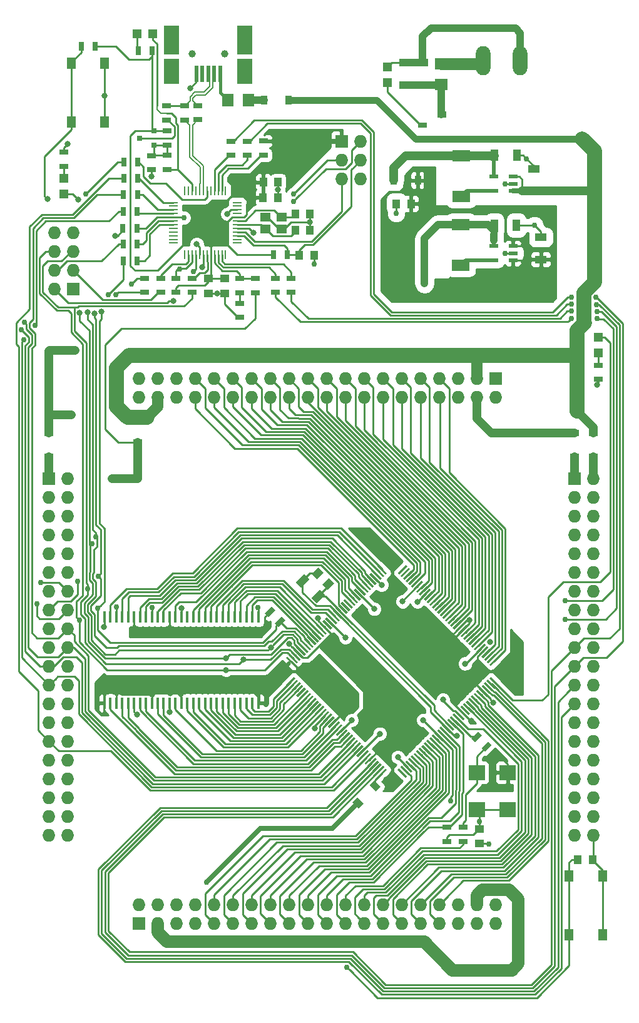
<source format=gtl>
G04 #@! TF.FileFunction,Copper,L1,Top,Signal*
%FSLAX46Y46*%
G04 Gerber Fmt 4.6, Leading zero omitted, Abs format (unit mm)*
G04 Created by KiCad (PCBNEW 4.0.4+e1-6308~48~ubuntu14.04.1-stable) date Tue Oct 18 21:08:23 2016*
%MOMM*%
%LPD*%
G01*
G04 APERTURE LIST*
%ADD10C,0.100000*%
%ADD11R,0.457200X1.510000*%
%ADD12R,0.700000X1.300000*%
%ADD13R,1.727200X1.727200*%
%ADD14O,1.727200X1.727200*%
%ADD15R,1.300000X0.700000*%
%ADD16R,1.600000X1.000000*%
%ADD17R,1.000000X1.250000*%
%ADD18R,1.000000X1.600000*%
%ADD19R,1.250000X1.000000*%
%ADD20R,1.198880X1.198880*%
%ADD21R,2.200000X2.000000*%
%ADD22R,1.800000X1.600000*%
%ADD23R,2.400000X1.500000*%
%ADD24R,1.300000X1.550000*%
%ADD25R,1.200000X0.550000*%
%ADD26R,1.600000X1.800000*%
%ADD27R,0.500000X2.250000*%
%ADD28R,2.100000X3.500000*%
%ADD29R,2.100000X4.000000*%
%ADD30C,1.000000*%
%ADD31R,0.800100X0.800100*%
%ADD32R,1.300000X0.250000*%
%ADD33R,0.250000X1.300000*%
%ADD34R,1.400000X1.200000*%
%ADD35R,0.910000X1.220000*%
%ADD36R,1.220000X0.910000*%
%ADD37O,1.981200X3.962400*%
%ADD38C,0.800000*%
%ADD39C,0.762000*%
%ADD40C,0.250000*%
%ADD41C,1.200000*%
%ADD42C,0.700000*%
%ADD43C,1.000000*%
%ADD44C,1.700000*%
%ADD45C,0.910000*%
%ADD46C,2.000000*%
%ADD47C,1.500000*%
%ADD48C,0.500000*%
%ADD49C,1.600000*%
%ADD50C,0.450000*%
%ADD51C,0.203200*%
%ADD52C,0.990000*%
%ADD53C,0.254000*%
G04 APERTURE END LIST*
D10*
D11*
X29607366Y-111413832D03*
X30407366Y-111413832D03*
X31207366Y-111413832D03*
X32007366Y-111413832D03*
X32807366Y-111413832D03*
X33607366Y-111413832D03*
X34407366Y-111413832D03*
X35207366Y-111413832D03*
X36007366Y-111413832D03*
X36807366Y-111413832D03*
X37607366Y-111413832D03*
X38407366Y-111413832D03*
X39207366Y-111413832D03*
X40007366Y-111413832D03*
X40807366Y-111413832D03*
X41607366Y-111413832D03*
X42407366Y-111413832D03*
X43207366Y-111413832D03*
X44007366Y-111413832D03*
X44807366Y-111413832D03*
X45607366Y-111413832D03*
X46407366Y-111413832D03*
X47207366Y-111413832D03*
X48007366Y-111413832D03*
X48807366Y-111413832D03*
X49607366Y-111413832D03*
X50407366Y-111413832D03*
X50407366Y-99743832D03*
X49607366Y-99743832D03*
X48807366Y-99743832D03*
X48007366Y-99743832D03*
X47207366Y-99743832D03*
X46407366Y-99743832D03*
X45607366Y-99743832D03*
X44807366Y-99743832D03*
X44007366Y-99743832D03*
X43207366Y-99743832D03*
X42407366Y-99743832D03*
X41607366Y-99743832D03*
X40807366Y-99743832D03*
X40007366Y-99743832D03*
X39207366Y-99743832D03*
X38407366Y-99743832D03*
X37607366Y-99743832D03*
X36807366Y-99743832D03*
X36007366Y-99743832D03*
X35207366Y-99743832D03*
X34407366Y-99743832D03*
X33607366Y-99743832D03*
X32807366Y-99743832D03*
X32007366Y-99743832D03*
X31207366Y-99743832D03*
X30407366Y-99743832D03*
X29607366Y-99743832D03*
D12*
X34049996Y-44850000D03*
X32149996Y-44850000D03*
D13*
X22110000Y-81000000D03*
D14*
X24650000Y-81000000D03*
X22110000Y-83540000D03*
X24650000Y-83540000D03*
X22110000Y-86080000D03*
X24650000Y-86080000D03*
X22110000Y-88620000D03*
X24650000Y-88620000D03*
X22110000Y-91160000D03*
X24650000Y-91160000D03*
X22110000Y-93700000D03*
X24650000Y-93700000D03*
X22110000Y-96240000D03*
X24650000Y-96240000D03*
X22110000Y-98780000D03*
X24650000Y-98780000D03*
X22110000Y-101320000D03*
X24650000Y-101320000D03*
X22110000Y-103860000D03*
X24650000Y-103860000D03*
X22110000Y-106400000D03*
X24650000Y-106400000D03*
X22110000Y-108940000D03*
X24650000Y-108940000D03*
X22110000Y-111480000D03*
X24650000Y-111480000D03*
X22110000Y-114020000D03*
X24650000Y-114020000D03*
X22110000Y-116560000D03*
X24650000Y-116560000D03*
X22110000Y-119100000D03*
X24650000Y-119100000D03*
X22110000Y-121640000D03*
X24650000Y-121640000D03*
X22110000Y-124180000D03*
X24650000Y-124180000D03*
X22110000Y-126720000D03*
X24650000Y-126720000D03*
X22110000Y-129260000D03*
X24650000Y-129260000D03*
D15*
X48950000Y-37250000D03*
X48950000Y-35350000D03*
D10*
G36*
X82745169Y-105062900D02*
X82957301Y-105275032D01*
X81861285Y-106371048D01*
X81649153Y-106158916D01*
X82745169Y-105062900D01*
X82745169Y-105062900D01*
G37*
G36*
X82391616Y-104709346D02*
X82603748Y-104921478D01*
X81507732Y-106017494D01*
X81295600Y-105805362D01*
X82391616Y-104709346D01*
X82391616Y-104709346D01*
G37*
G36*
X82038062Y-104355793D02*
X82250194Y-104567925D01*
X81154178Y-105663941D01*
X80942046Y-105451809D01*
X82038062Y-104355793D01*
X82038062Y-104355793D01*
G37*
G36*
X81684509Y-104002240D02*
X81896641Y-104214372D01*
X80800625Y-105310388D01*
X80588493Y-105098256D01*
X81684509Y-104002240D01*
X81684509Y-104002240D01*
G37*
G36*
X81330955Y-103648686D02*
X81543087Y-103860818D01*
X80447071Y-104956834D01*
X80234939Y-104744702D01*
X81330955Y-103648686D01*
X81330955Y-103648686D01*
G37*
G36*
X80977402Y-103295133D02*
X81189534Y-103507265D01*
X80093518Y-104603281D01*
X79881386Y-104391149D01*
X80977402Y-103295133D01*
X80977402Y-103295133D01*
G37*
G36*
X80623849Y-102941579D02*
X80835981Y-103153711D01*
X79739965Y-104249727D01*
X79527833Y-104037595D01*
X80623849Y-102941579D01*
X80623849Y-102941579D01*
G37*
G36*
X80270295Y-102588026D02*
X80482427Y-102800158D01*
X79386411Y-103896174D01*
X79174279Y-103684042D01*
X80270295Y-102588026D01*
X80270295Y-102588026D01*
G37*
G36*
X79916742Y-102234473D02*
X80128874Y-102446605D01*
X79032858Y-103542621D01*
X78820726Y-103330489D01*
X79916742Y-102234473D01*
X79916742Y-102234473D01*
G37*
G36*
X79563188Y-101880919D02*
X79775320Y-102093051D01*
X78679304Y-103189067D01*
X78467172Y-102976935D01*
X79563188Y-101880919D01*
X79563188Y-101880919D01*
G37*
G36*
X79209635Y-101527366D02*
X79421767Y-101739498D01*
X78325751Y-102835514D01*
X78113619Y-102623382D01*
X79209635Y-101527366D01*
X79209635Y-101527366D01*
G37*
G36*
X78856082Y-101173812D02*
X79068214Y-101385944D01*
X77972198Y-102481960D01*
X77760066Y-102269828D01*
X78856082Y-101173812D01*
X78856082Y-101173812D01*
G37*
G36*
X78502528Y-100820259D02*
X78714660Y-101032391D01*
X77618644Y-102128407D01*
X77406512Y-101916275D01*
X78502528Y-100820259D01*
X78502528Y-100820259D01*
G37*
G36*
X78148975Y-100466706D02*
X78361107Y-100678838D01*
X77265091Y-101774854D01*
X77052959Y-101562722D01*
X78148975Y-100466706D01*
X78148975Y-100466706D01*
G37*
G36*
X77795421Y-100113152D02*
X78007553Y-100325284D01*
X76911537Y-101421300D01*
X76699405Y-101209168D01*
X77795421Y-100113152D01*
X77795421Y-100113152D01*
G37*
G36*
X77441868Y-99759599D02*
X77654000Y-99971731D01*
X76557984Y-101067747D01*
X76345852Y-100855615D01*
X77441868Y-99759599D01*
X77441868Y-99759599D01*
G37*
G36*
X77088315Y-99406046D02*
X77300447Y-99618178D01*
X76204431Y-100714194D01*
X75992299Y-100502062D01*
X77088315Y-99406046D01*
X77088315Y-99406046D01*
G37*
G36*
X76734761Y-99052492D02*
X76946893Y-99264624D01*
X75850877Y-100360640D01*
X75638745Y-100148508D01*
X76734761Y-99052492D01*
X76734761Y-99052492D01*
G37*
G36*
X76381208Y-98698939D02*
X76593340Y-98911071D01*
X75497324Y-100007087D01*
X75285192Y-99794955D01*
X76381208Y-98698939D01*
X76381208Y-98698939D01*
G37*
G36*
X76027654Y-98345385D02*
X76239786Y-98557517D01*
X75143770Y-99653533D01*
X74931638Y-99441401D01*
X76027654Y-98345385D01*
X76027654Y-98345385D01*
G37*
G36*
X75674101Y-97991832D02*
X75886233Y-98203964D01*
X74790217Y-99299980D01*
X74578085Y-99087848D01*
X75674101Y-97991832D01*
X75674101Y-97991832D01*
G37*
G36*
X75320548Y-97638279D02*
X75532680Y-97850411D01*
X74436664Y-98946427D01*
X74224532Y-98734295D01*
X75320548Y-97638279D01*
X75320548Y-97638279D01*
G37*
G36*
X74966994Y-97284725D02*
X75179126Y-97496857D01*
X74083110Y-98592873D01*
X73870978Y-98380741D01*
X74966994Y-97284725D01*
X74966994Y-97284725D01*
G37*
G36*
X74613441Y-96931172D02*
X74825573Y-97143304D01*
X73729557Y-98239320D01*
X73517425Y-98027188D01*
X74613441Y-96931172D01*
X74613441Y-96931172D01*
G37*
G36*
X74259888Y-96577618D02*
X74472020Y-96789750D01*
X73376004Y-97885766D01*
X73163872Y-97673634D01*
X74259888Y-96577618D01*
X74259888Y-96577618D01*
G37*
G36*
X73906334Y-96224065D02*
X74118466Y-96436197D01*
X73022450Y-97532213D01*
X72810318Y-97320081D01*
X73906334Y-96224065D01*
X73906334Y-96224065D01*
G37*
G36*
X73552781Y-95870512D02*
X73764913Y-96082644D01*
X72668897Y-97178660D01*
X72456765Y-96966528D01*
X73552781Y-95870512D01*
X73552781Y-95870512D01*
G37*
G36*
X73199227Y-95516958D02*
X73411359Y-95729090D01*
X72315343Y-96825106D01*
X72103211Y-96612974D01*
X73199227Y-95516958D01*
X73199227Y-95516958D01*
G37*
G36*
X72845674Y-95163405D02*
X73057806Y-95375537D01*
X71961790Y-96471553D01*
X71749658Y-96259421D01*
X72845674Y-95163405D01*
X72845674Y-95163405D01*
G37*
G36*
X72492121Y-94809851D02*
X72704253Y-95021983D01*
X71608237Y-96117999D01*
X71396105Y-95905867D01*
X72492121Y-94809851D01*
X72492121Y-94809851D01*
G37*
G36*
X72138567Y-94456298D02*
X72350699Y-94668430D01*
X71254683Y-95764446D01*
X71042551Y-95552314D01*
X72138567Y-94456298D01*
X72138567Y-94456298D01*
G37*
G36*
X71785014Y-94102745D02*
X71997146Y-94314877D01*
X70901130Y-95410893D01*
X70688998Y-95198761D01*
X71785014Y-94102745D01*
X71785014Y-94102745D01*
G37*
G36*
X71431460Y-93749191D02*
X71643592Y-93961323D01*
X70547576Y-95057339D01*
X70335444Y-94845207D01*
X71431460Y-93749191D01*
X71431460Y-93749191D01*
G37*
G36*
X71077907Y-93395638D02*
X71290039Y-93607770D01*
X70194023Y-94703786D01*
X69981891Y-94491654D01*
X71077907Y-93395638D01*
X71077907Y-93395638D01*
G37*
G36*
X70724354Y-93042084D02*
X70936486Y-93254216D01*
X69840470Y-94350232D01*
X69628338Y-94138100D01*
X70724354Y-93042084D01*
X70724354Y-93042084D01*
G37*
G36*
X70370800Y-92688531D02*
X70582932Y-92900663D01*
X69486916Y-93996679D01*
X69274784Y-93784547D01*
X70370800Y-92688531D01*
X70370800Y-92688531D01*
G37*
G36*
X66517068Y-92900663D02*
X66729200Y-92688531D01*
X67825216Y-93784547D01*
X67613084Y-93996679D01*
X66517068Y-92900663D01*
X66517068Y-92900663D01*
G37*
G36*
X66163514Y-93254216D02*
X66375646Y-93042084D01*
X67471662Y-94138100D01*
X67259530Y-94350232D01*
X66163514Y-93254216D01*
X66163514Y-93254216D01*
G37*
G36*
X65809961Y-93607770D02*
X66022093Y-93395638D01*
X67118109Y-94491654D01*
X66905977Y-94703786D01*
X65809961Y-93607770D01*
X65809961Y-93607770D01*
G37*
G36*
X65456408Y-93961323D02*
X65668540Y-93749191D01*
X66764556Y-94845207D01*
X66552424Y-95057339D01*
X65456408Y-93961323D01*
X65456408Y-93961323D01*
G37*
G36*
X65102854Y-94314877D02*
X65314986Y-94102745D01*
X66411002Y-95198761D01*
X66198870Y-95410893D01*
X65102854Y-94314877D01*
X65102854Y-94314877D01*
G37*
G36*
X64749301Y-94668430D02*
X64961433Y-94456298D01*
X66057449Y-95552314D01*
X65845317Y-95764446D01*
X64749301Y-94668430D01*
X64749301Y-94668430D01*
G37*
G36*
X64395747Y-95021983D02*
X64607879Y-94809851D01*
X65703895Y-95905867D01*
X65491763Y-96117999D01*
X64395747Y-95021983D01*
X64395747Y-95021983D01*
G37*
G36*
X64042194Y-95375537D02*
X64254326Y-95163405D01*
X65350342Y-96259421D01*
X65138210Y-96471553D01*
X64042194Y-95375537D01*
X64042194Y-95375537D01*
G37*
G36*
X63688641Y-95729090D02*
X63900773Y-95516958D01*
X64996789Y-96612974D01*
X64784657Y-96825106D01*
X63688641Y-95729090D01*
X63688641Y-95729090D01*
G37*
G36*
X63335087Y-96082644D02*
X63547219Y-95870512D01*
X64643235Y-96966528D01*
X64431103Y-97178660D01*
X63335087Y-96082644D01*
X63335087Y-96082644D01*
G37*
G36*
X62981534Y-96436197D02*
X63193666Y-96224065D01*
X64289682Y-97320081D01*
X64077550Y-97532213D01*
X62981534Y-96436197D01*
X62981534Y-96436197D01*
G37*
G36*
X62627980Y-96789750D02*
X62840112Y-96577618D01*
X63936128Y-97673634D01*
X63723996Y-97885766D01*
X62627980Y-96789750D01*
X62627980Y-96789750D01*
G37*
G36*
X62274427Y-97143304D02*
X62486559Y-96931172D01*
X63582575Y-98027188D01*
X63370443Y-98239320D01*
X62274427Y-97143304D01*
X62274427Y-97143304D01*
G37*
G36*
X61920874Y-97496857D02*
X62133006Y-97284725D01*
X63229022Y-98380741D01*
X63016890Y-98592873D01*
X61920874Y-97496857D01*
X61920874Y-97496857D01*
G37*
G36*
X61567320Y-97850411D02*
X61779452Y-97638279D01*
X62875468Y-98734295D01*
X62663336Y-98946427D01*
X61567320Y-97850411D01*
X61567320Y-97850411D01*
G37*
G36*
X61213767Y-98203964D02*
X61425899Y-97991832D01*
X62521915Y-99087848D01*
X62309783Y-99299980D01*
X61213767Y-98203964D01*
X61213767Y-98203964D01*
G37*
G36*
X60860214Y-98557517D02*
X61072346Y-98345385D01*
X62168362Y-99441401D01*
X61956230Y-99653533D01*
X60860214Y-98557517D01*
X60860214Y-98557517D01*
G37*
G36*
X60506660Y-98911071D02*
X60718792Y-98698939D01*
X61814808Y-99794955D01*
X61602676Y-100007087D01*
X60506660Y-98911071D01*
X60506660Y-98911071D01*
G37*
G36*
X60153107Y-99264624D02*
X60365239Y-99052492D01*
X61461255Y-100148508D01*
X61249123Y-100360640D01*
X60153107Y-99264624D01*
X60153107Y-99264624D01*
G37*
G36*
X59799553Y-99618178D02*
X60011685Y-99406046D01*
X61107701Y-100502062D01*
X60895569Y-100714194D01*
X59799553Y-99618178D01*
X59799553Y-99618178D01*
G37*
G36*
X59446000Y-99971731D02*
X59658132Y-99759599D01*
X60754148Y-100855615D01*
X60542016Y-101067747D01*
X59446000Y-99971731D01*
X59446000Y-99971731D01*
G37*
G36*
X59092447Y-100325284D02*
X59304579Y-100113152D01*
X60400595Y-101209168D01*
X60188463Y-101421300D01*
X59092447Y-100325284D01*
X59092447Y-100325284D01*
G37*
G36*
X58738893Y-100678838D02*
X58951025Y-100466706D01*
X60047041Y-101562722D01*
X59834909Y-101774854D01*
X58738893Y-100678838D01*
X58738893Y-100678838D01*
G37*
G36*
X58385340Y-101032391D02*
X58597472Y-100820259D01*
X59693488Y-101916275D01*
X59481356Y-102128407D01*
X58385340Y-101032391D01*
X58385340Y-101032391D01*
G37*
G36*
X58031786Y-101385944D02*
X58243918Y-101173812D01*
X59339934Y-102269828D01*
X59127802Y-102481960D01*
X58031786Y-101385944D01*
X58031786Y-101385944D01*
G37*
G36*
X57678233Y-101739498D02*
X57890365Y-101527366D01*
X58986381Y-102623382D01*
X58774249Y-102835514D01*
X57678233Y-101739498D01*
X57678233Y-101739498D01*
G37*
G36*
X57324680Y-102093051D02*
X57536812Y-101880919D01*
X58632828Y-102976935D01*
X58420696Y-103189067D01*
X57324680Y-102093051D01*
X57324680Y-102093051D01*
G37*
G36*
X56971126Y-102446605D02*
X57183258Y-102234473D01*
X58279274Y-103330489D01*
X58067142Y-103542621D01*
X56971126Y-102446605D01*
X56971126Y-102446605D01*
G37*
G36*
X56617573Y-102800158D02*
X56829705Y-102588026D01*
X57925721Y-103684042D01*
X57713589Y-103896174D01*
X56617573Y-102800158D01*
X56617573Y-102800158D01*
G37*
G36*
X56264019Y-103153711D02*
X56476151Y-102941579D01*
X57572167Y-104037595D01*
X57360035Y-104249727D01*
X56264019Y-103153711D01*
X56264019Y-103153711D01*
G37*
G36*
X55910466Y-103507265D02*
X56122598Y-103295133D01*
X57218614Y-104391149D01*
X57006482Y-104603281D01*
X55910466Y-103507265D01*
X55910466Y-103507265D01*
G37*
G36*
X55556913Y-103860818D02*
X55769045Y-103648686D01*
X56865061Y-104744702D01*
X56652929Y-104956834D01*
X55556913Y-103860818D01*
X55556913Y-103860818D01*
G37*
G36*
X55203359Y-104214372D02*
X55415491Y-104002240D01*
X56511507Y-105098256D01*
X56299375Y-105310388D01*
X55203359Y-104214372D01*
X55203359Y-104214372D01*
G37*
G36*
X54849806Y-104567925D02*
X55061938Y-104355793D01*
X56157954Y-105451809D01*
X55945822Y-105663941D01*
X54849806Y-104567925D01*
X54849806Y-104567925D01*
G37*
G36*
X54496252Y-104921478D02*
X54708384Y-104709346D01*
X55804400Y-105805362D01*
X55592268Y-106017494D01*
X54496252Y-104921478D01*
X54496252Y-104921478D01*
G37*
G36*
X54142699Y-105275032D02*
X54354831Y-105062900D01*
X55450847Y-106158916D01*
X55238715Y-106371048D01*
X54142699Y-105275032D01*
X54142699Y-105275032D01*
G37*
G36*
X55238715Y-107820616D02*
X55450847Y-108032748D01*
X54354831Y-109128764D01*
X54142699Y-108916632D01*
X55238715Y-107820616D01*
X55238715Y-107820616D01*
G37*
G36*
X55592268Y-108174170D02*
X55804400Y-108386302D01*
X54708384Y-109482318D01*
X54496252Y-109270186D01*
X55592268Y-108174170D01*
X55592268Y-108174170D01*
G37*
G36*
X55945822Y-108527723D02*
X56157954Y-108739855D01*
X55061938Y-109835871D01*
X54849806Y-109623739D01*
X55945822Y-108527723D01*
X55945822Y-108527723D01*
G37*
G36*
X56299375Y-108881276D02*
X56511507Y-109093408D01*
X55415491Y-110189424D01*
X55203359Y-109977292D01*
X56299375Y-108881276D01*
X56299375Y-108881276D01*
G37*
G36*
X56652929Y-109234830D02*
X56865061Y-109446962D01*
X55769045Y-110542978D01*
X55556913Y-110330846D01*
X56652929Y-109234830D01*
X56652929Y-109234830D01*
G37*
G36*
X57006482Y-109588383D02*
X57218614Y-109800515D01*
X56122598Y-110896531D01*
X55910466Y-110684399D01*
X57006482Y-109588383D01*
X57006482Y-109588383D01*
G37*
G36*
X57360035Y-109941937D02*
X57572167Y-110154069D01*
X56476151Y-111250085D01*
X56264019Y-111037953D01*
X57360035Y-109941937D01*
X57360035Y-109941937D01*
G37*
G36*
X57713589Y-110295490D02*
X57925721Y-110507622D01*
X56829705Y-111603638D01*
X56617573Y-111391506D01*
X57713589Y-110295490D01*
X57713589Y-110295490D01*
G37*
G36*
X58067142Y-110649043D02*
X58279274Y-110861175D01*
X57183258Y-111957191D01*
X56971126Y-111745059D01*
X58067142Y-110649043D01*
X58067142Y-110649043D01*
G37*
G36*
X58420696Y-111002597D02*
X58632828Y-111214729D01*
X57536812Y-112310745D01*
X57324680Y-112098613D01*
X58420696Y-111002597D01*
X58420696Y-111002597D01*
G37*
G36*
X58774249Y-111356150D02*
X58986381Y-111568282D01*
X57890365Y-112664298D01*
X57678233Y-112452166D01*
X58774249Y-111356150D01*
X58774249Y-111356150D01*
G37*
G36*
X59127802Y-111709704D02*
X59339934Y-111921836D01*
X58243918Y-113017852D01*
X58031786Y-112805720D01*
X59127802Y-111709704D01*
X59127802Y-111709704D01*
G37*
G36*
X59481356Y-112063257D02*
X59693488Y-112275389D01*
X58597472Y-113371405D01*
X58385340Y-113159273D01*
X59481356Y-112063257D01*
X59481356Y-112063257D01*
G37*
G36*
X59834909Y-112416810D02*
X60047041Y-112628942D01*
X58951025Y-113724958D01*
X58738893Y-113512826D01*
X59834909Y-112416810D01*
X59834909Y-112416810D01*
G37*
G36*
X60188463Y-112770364D02*
X60400595Y-112982496D01*
X59304579Y-114078512D01*
X59092447Y-113866380D01*
X60188463Y-112770364D01*
X60188463Y-112770364D01*
G37*
G36*
X60542016Y-113123917D02*
X60754148Y-113336049D01*
X59658132Y-114432065D01*
X59446000Y-114219933D01*
X60542016Y-113123917D01*
X60542016Y-113123917D01*
G37*
G36*
X60895569Y-113477470D02*
X61107701Y-113689602D01*
X60011685Y-114785618D01*
X59799553Y-114573486D01*
X60895569Y-113477470D01*
X60895569Y-113477470D01*
G37*
G36*
X61249123Y-113831024D02*
X61461255Y-114043156D01*
X60365239Y-115139172D01*
X60153107Y-114927040D01*
X61249123Y-113831024D01*
X61249123Y-113831024D01*
G37*
G36*
X61602676Y-114184577D02*
X61814808Y-114396709D01*
X60718792Y-115492725D01*
X60506660Y-115280593D01*
X61602676Y-114184577D01*
X61602676Y-114184577D01*
G37*
G36*
X61956230Y-114538131D02*
X62168362Y-114750263D01*
X61072346Y-115846279D01*
X60860214Y-115634147D01*
X61956230Y-114538131D01*
X61956230Y-114538131D01*
G37*
G36*
X62309783Y-114891684D02*
X62521915Y-115103816D01*
X61425899Y-116199832D01*
X61213767Y-115987700D01*
X62309783Y-114891684D01*
X62309783Y-114891684D01*
G37*
G36*
X62663336Y-115245237D02*
X62875468Y-115457369D01*
X61779452Y-116553385D01*
X61567320Y-116341253D01*
X62663336Y-115245237D01*
X62663336Y-115245237D01*
G37*
G36*
X63016890Y-115598791D02*
X63229022Y-115810923D01*
X62133006Y-116906939D01*
X61920874Y-116694807D01*
X63016890Y-115598791D01*
X63016890Y-115598791D01*
G37*
G36*
X63370443Y-115952344D02*
X63582575Y-116164476D01*
X62486559Y-117260492D01*
X62274427Y-117048360D01*
X63370443Y-115952344D01*
X63370443Y-115952344D01*
G37*
G36*
X63723996Y-116305898D02*
X63936128Y-116518030D01*
X62840112Y-117614046D01*
X62627980Y-117401914D01*
X63723996Y-116305898D01*
X63723996Y-116305898D01*
G37*
G36*
X64077550Y-116659451D02*
X64289682Y-116871583D01*
X63193666Y-117967599D01*
X62981534Y-117755467D01*
X64077550Y-116659451D01*
X64077550Y-116659451D01*
G37*
G36*
X64431103Y-117013004D02*
X64643235Y-117225136D01*
X63547219Y-118321152D01*
X63335087Y-118109020D01*
X64431103Y-117013004D01*
X64431103Y-117013004D01*
G37*
G36*
X64784657Y-117366558D02*
X64996789Y-117578690D01*
X63900773Y-118674706D01*
X63688641Y-118462574D01*
X64784657Y-117366558D01*
X64784657Y-117366558D01*
G37*
G36*
X65138210Y-117720111D02*
X65350342Y-117932243D01*
X64254326Y-119028259D01*
X64042194Y-118816127D01*
X65138210Y-117720111D01*
X65138210Y-117720111D01*
G37*
G36*
X65491763Y-118073665D02*
X65703895Y-118285797D01*
X64607879Y-119381813D01*
X64395747Y-119169681D01*
X65491763Y-118073665D01*
X65491763Y-118073665D01*
G37*
G36*
X65845317Y-118427218D02*
X66057449Y-118639350D01*
X64961433Y-119735366D01*
X64749301Y-119523234D01*
X65845317Y-118427218D01*
X65845317Y-118427218D01*
G37*
G36*
X66198870Y-118780771D02*
X66411002Y-118992903D01*
X65314986Y-120088919D01*
X65102854Y-119876787D01*
X66198870Y-118780771D01*
X66198870Y-118780771D01*
G37*
G36*
X66552424Y-119134325D02*
X66764556Y-119346457D01*
X65668540Y-120442473D01*
X65456408Y-120230341D01*
X66552424Y-119134325D01*
X66552424Y-119134325D01*
G37*
G36*
X66905977Y-119487878D02*
X67118109Y-119700010D01*
X66022093Y-120796026D01*
X65809961Y-120583894D01*
X66905977Y-119487878D01*
X66905977Y-119487878D01*
G37*
G36*
X67259530Y-119841432D02*
X67471662Y-120053564D01*
X66375646Y-121149580D01*
X66163514Y-120937448D01*
X67259530Y-119841432D01*
X67259530Y-119841432D01*
G37*
G36*
X67613084Y-120194985D02*
X67825216Y-120407117D01*
X66729200Y-121503133D01*
X66517068Y-121291001D01*
X67613084Y-120194985D01*
X67613084Y-120194985D01*
G37*
G36*
X69274784Y-120407117D02*
X69486916Y-120194985D01*
X70582932Y-121291001D01*
X70370800Y-121503133D01*
X69274784Y-120407117D01*
X69274784Y-120407117D01*
G37*
G36*
X69628338Y-120053564D02*
X69840470Y-119841432D01*
X70936486Y-120937448D01*
X70724354Y-121149580D01*
X69628338Y-120053564D01*
X69628338Y-120053564D01*
G37*
G36*
X69981891Y-119700010D02*
X70194023Y-119487878D01*
X71290039Y-120583894D01*
X71077907Y-120796026D01*
X69981891Y-119700010D01*
X69981891Y-119700010D01*
G37*
G36*
X70335444Y-119346457D02*
X70547576Y-119134325D01*
X71643592Y-120230341D01*
X71431460Y-120442473D01*
X70335444Y-119346457D01*
X70335444Y-119346457D01*
G37*
G36*
X70688998Y-118992903D02*
X70901130Y-118780771D01*
X71997146Y-119876787D01*
X71785014Y-120088919D01*
X70688998Y-118992903D01*
X70688998Y-118992903D01*
G37*
G36*
X71042551Y-118639350D02*
X71254683Y-118427218D01*
X72350699Y-119523234D01*
X72138567Y-119735366D01*
X71042551Y-118639350D01*
X71042551Y-118639350D01*
G37*
G36*
X71396105Y-118285797D02*
X71608237Y-118073665D01*
X72704253Y-119169681D01*
X72492121Y-119381813D01*
X71396105Y-118285797D01*
X71396105Y-118285797D01*
G37*
G36*
X71749658Y-117932243D02*
X71961790Y-117720111D01*
X73057806Y-118816127D01*
X72845674Y-119028259D01*
X71749658Y-117932243D01*
X71749658Y-117932243D01*
G37*
G36*
X72103211Y-117578690D02*
X72315343Y-117366558D01*
X73411359Y-118462574D01*
X73199227Y-118674706D01*
X72103211Y-117578690D01*
X72103211Y-117578690D01*
G37*
G36*
X72456765Y-117225136D02*
X72668897Y-117013004D01*
X73764913Y-118109020D01*
X73552781Y-118321152D01*
X72456765Y-117225136D01*
X72456765Y-117225136D01*
G37*
G36*
X72810318Y-116871583D02*
X73022450Y-116659451D01*
X74118466Y-117755467D01*
X73906334Y-117967599D01*
X72810318Y-116871583D01*
X72810318Y-116871583D01*
G37*
G36*
X73163872Y-116518030D02*
X73376004Y-116305898D01*
X74472020Y-117401914D01*
X74259888Y-117614046D01*
X73163872Y-116518030D01*
X73163872Y-116518030D01*
G37*
G36*
X73517425Y-116164476D02*
X73729557Y-115952344D01*
X74825573Y-117048360D01*
X74613441Y-117260492D01*
X73517425Y-116164476D01*
X73517425Y-116164476D01*
G37*
G36*
X73870978Y-115810923D02*
X74083110Y-115598791D01*
X75179126Y-116694807D01*
X74966994Y-116906939D01*
X73870978Y-115810923D01*
X73870978Y-115810923D01*
G37*
G36*
X74224532Y-115457369D02*
X74436664Y-115245237D01*
X75532680Y-116341253D01*
X75320548Y-116553385D01*
X74224532Y-115457369D01*
X74224532Y-115457369D01*
G37*
G36*
X74578085Y-115103816D02*
X74790217Y-114891684D01*
X75886233Y-115987700D01*
X75674101Y-116199832D01*
X74578085Y-115103816D01*
X74578085Y-115103816D01*
G37*
G36*
X74931638Y-114750263D02*
X75143770Y-114538131D01*
X76239786Y-115634147D01*
X76027654Y-115846279D01*
X74931638Y-114750263D01*
X74931638Y-114750263D01*
G37*
G36*
X75285192Y-114396709D02*
X75497324Y-114184577D01*
X76593340Y-115280593D01*
X76381208Y-115492725D01*
X75285192Y-114396709D01*
X75285192Y-114396709D01*
G37*
G36*
X75638745Y-114043156D02*
X75850877Y-113831024D01*
X76946893Y-114927040D01*
X76734761Y-115139172D01*
X75638745Y-114043156D01*
X75638745Y-114043156D01*
G37*
G36*
X75992299Y-113689602D02*
X76204431Y-113477470D01*
X77300447Y-114573486D01*
X77088315Y-114785618D01*
X75992299Y-113689602D01*
X75992299Y-113689602D01*
G37*
G36*
X76345852Y-113336049D02*
X76557984Y-113123917D01*
X77654000Y-114219933D01*
X77441868Y-114432065D01*
X76345852Y-113336049D01*
X76345852Y-113336049D01*
G37*
G36*
X76699405Y-112982496D02*
X76911537Y-112770364D01*
X78007553Y-113866380D01*
X77795421Y-114078512D01*
X76699405Y-112982496D01*
X76699405Y-112982496D01*
G37*
G36*
X77052959Y-112628942D02*
X77265091Y-112416810D01*
X78361107Y-113512826D01*
X78148975Y-113724958D01*
X77052959Y-112628942D01*
X77052959Y-112628942D01*
G37*
G36*
X77406512Y-112275389D02*
X77618644Y-112063257D01*
X78714660Y-113159273D01*
X78502528Y-113371405D01*
X77406512Y-112275389D01*
X77406512Y-112275389D01*
G37*
G36*
X77760066Y-111921836D02*
X77972198Y-111709704D01*
X79068214Y-112805720D01*
X78856082Y-113017852D01*
X77760066Y-111921836D01*
X77760066Y-111921836D01*
G37*
G36*
X78113619Y-111568282D02*
X78325751Y-111356150D01*
X79421767Y-112452166D01*
X79209635Y-112664298D01*
X78113619Y-111568282D01*
X78113619Y-111568282D01*
G37*
G36*
X78467172Y-111214729D02*
X78679304Y-111002597D01*
X79775320Y-112098613D01*
X79563188Y-112310745D01*
X78467172Y-111214729D01*
X78467172Y-111214729D01*
G37*
G36*
X78820726Y-110861175D02*
X79032858Y-110649043D01*
X80128874Y-111745059D01*
X79916742Y-111957191D01*
X78820726Y-110861175D01*
X78820726Y-110861175D01*
G37*
G36*
X79174279Y-110507622D02*
X79386411Y-110295490D01*
X80482427Y-111391506D01*
X80270295Y-111603638D01*
X79174279Y-110507622D01*
X79174279Y-110507622D01*
G37*
G36*
X79527833Y-110154069D02*
X79739965Y-109941937D01*
X80835981Y-111037953D01*
X80623849Y-111250085D01*
X79527833Y-110154069D01*
X79527833Y-110154069D01*
G37*
G36*
X79881386Y-109800515D02*
X80093518Y-109588383D01*
X81189534Y-110684399D01*
X80977402Y-110896531D01*
X79881386Y-109800515D01*
X79881386Y-109800515D01*
G37*
G36*
X80234939Y-109446962D02*
X80447071Y-109234830D01*
X81543087Y-110330846D01*
X81330955Y-110542978D01*
X80234939Y-109446962D01*
X80234939Y-109446962D01*
G37*
G36*
X80588493Y-109093408D02*
X80800625Y-108881276D01*
X81896641Y-109977292D01*
X81684509Y-110189424D01*
X80588493Y-109093408D01*
X80588493Y-109093408D01*
G37*
G36*
X80942046Y-108739855D02*
X81154178Y-108527723D01*
X82250194Y-109623739D01*
X82038062Y-109835871D01*
X80942046Y-108739855D01*
X80942046Y-108739855D01*
G37*
G36*
X81295600Y-108386302D02*
X81507732Y-108174170D01*
X82603748Y-109270186D01*
X82391616Y-109482318D01*
X81295600Y-108386302D01*
X81295600Y-108386302D01*
G37*
G36*
X81649153Y-108032748D02*
X81861285Y-107820616D01*
X82957301Y-108916632D01*
X82745169Y-109128764D01*
X81649153Y-108032748D01*
X81649153Y-108032748D01*
G37*
D12*
X52450000Y-50750000D03*
X54350000Y-50750000D03*
D10*
G36*
X79221142Y-116140381D02*
X80140381Y-115221142D01*
X80635356Y-115716117D01*
X79716117Y-116635356D01*
X79221142Y-116140381D01*
X79221142Y-116140381D01*
G37*
G36*
X80564644Y-117483883D02*
X81483883Y-116564644D01*
X81978858Y-117059619D01*
X81059619Y-117978858D01*
X80564644Y-117483883D01*
X80564644Y-117483883D01*
G37*
D16*
X87670000Y-39100000D03*
X87670000Y-42100000D03*
X88640000Y-48370000D03*
X88640000Y-51370000D03*
X70229194Y-24741390D03*
X70229194Y-27741390D03*
D17*
X95621870Y-132564032D03*
X93621870Y-132564032D03*
D16*
X72649194Y-24741390D03*
X72649194Y-27741390D03*
D18*
X85390000Y-37290000D03*
X82390000Y-37290000D03*
X85330000Y-46736000D03*
X82330000Y-46736000D03*
D10*
G36*
X60652602Y-95168719D02*
X59768719Y-96052602D01*
X59061612Y-95345495D01*
X59945495Y-94461612D01*
X60652602Y-95168719D01*
X60652602Y-95168719D01*
G37*
G36*
X59238388Y-93754505D02*
X58354505Y-94638388D01*
X57647398Y-93931281D01*
X58531281Y-93047398D01*
X59238388Y-93754505D01*
X59238388Y-93754505D01*
G37*
G36*
X59429899Y-96748528D02*
X58298528Y-97879899D01*
X57591421Y-97172792D01*
X58722792Y-96041421D01*
X59429899Y-96748528D01*
X59429899Y-96748528D01*
G37*
G36*
X57308579Y-94627208D02*
X56177208Y-95758579D01*
X55470101Y-95051472D01*
X56601472Y-93920101D01*
X57308579Y-94627208D01*
X57308579Y-94627208D01*
G37*
D19*
X80350000Y-128425000D03*
X80350000Y-130425000D03*
D17*
X71090000Y-43820000D03*
X69090000Y-43820000D03*
D20*
X24099000Y-42507592D03*
X24099000Y-40409552D03*
D21*
X84150000Y-125800000D03*
X84150000Y-120800000D03*
X79950000Y-120800000D03*
X79950000Y-125800000D03*
D10*
G36*
X66096518Y-121840811D02*
X66959189Y-122703482D01*
X66315722Y-123346949D01*
X65453051Y-122484278D01*
X66096518Y-121840811D01*
X66096518Y-121840811D01*
G37*
G36*
X63784278Y-124153051D02*
X64646949Y-125015722D01*
X64003482Y-125659189D01*
X63140811Y-124796518D01*
X63784278Y-124153051D01*
X63784278Y-124153051D01*
G37*
D22*
X75200000Y-24850000D03*
X75200000Y-27650000D03*
D23*
X77850000Y-42850000D03*
X77850000Y-37350000D03*
X77800000Y-52150000D03*
X77800000Y-46650000D03*
D20*
X96425000Y-61925980D03*
X96425000Y-64024020D03*
D13*
X93230000Y-81000000D03*
D14*
X95770000Y-81000000D03*
X93230000Y-83540000D03*
X95770000Y-83540000D03*
X93230000Y-86080000D03*
X95770000Y-86080000D03*
X93230000Y-88620000D03*
X95770000Y-88620000D03*
X93230000Y-91160000D03*
X95770000Y-91160000D03*
X93230000Y-93700000D03*
X95770000Y-93700000D03*
X93230000Y-96240000D03*
X95770000Y-96240000D03*
X93230000Y-98780000D03*
X95770000Y-98780000D03*
X93230000Y-101320000D03*
X95770000Y-101320000D03*
X93230000Y-103860000D03*
X95770000Y-103860000D03*
X93230000Y-106400000D03*
X95770000Y-106400000D03*
X93230000Y-108940000D03*
X95770000Y-108940000D03*
X93230000Y-111480000D03*
X95770000Y-111480000D03*
X93230000Y-114020000D03*
X95770000Y-114020000D03*
X93230000Y-116560000D03*
X95770000Y-116560000D03*
X93230000Y-119100000D03*
X95770000Y-119100000D03*
X93230000Y-121640000D03*
X95770000Y-121640000D03*
X93230000Y-124180000D03*
X95770000Y-124180000D03*
X93230000Y-126720000D03*
X95770000Y-126720000D03*
X93230000Y-129260000D03*
X95770000Y-129260000D03*
D13*
X34262266Y-141199832D03*
D14*
X34262266Y-138659832D03*
X36802266Y-141199832D03*
X36802266Y-138659832D03*
X39342266Y-141199832D03*
X39342266Y-138659832D03*
X41882266Y-141199832D03*
X41882266Y-138659832D03*
X44422266Y-141199832D03*
X44422266Y-138659832D03*
X46962266Y-141199832D03*
X46962266Y-138659832D03*
X49502266Y-141199832D03*
X49502266Y-138659832D03*
X52042266Y-141199832D03*
X52042266Y-138659832D03*
X54582266Y-141199832D03*
X54582266Y-138659832D03*
X57122266Y-141199832D03*
X57122266Y-138659832D03*
X59662266Y-141199832D03*
X59662266Y-138659832D03*
X62202266Y-141199832D03*
X62202266Y-138659832D03*
X64742266Y-141199832D03*
X64742266Y-138659832D03*
X67282266Y-141199832D03*
X67282266Y-138659832D03*
X69822266Y-141199832D03*
X69822266Y-138659832D03*
X72362266Y-141199832D03*
X72362266Y-138659832D03*
X74902266Y-141199832D03*
X74902266Y-138659832D03*
X77442266Y-141199832D03*
X77442266Y-138659832D03*
X79982266Y-141199832D03*
X79982266Y-138659832D03*
X82522266Y-141199832D03*
X82522266Y-138659832D03*
D13*
X82522266Y-67499832D03*
D14*
X82522266Y-70039832D03*
X79982266Y-67499832D03*
X79982266Y-70039832D03*
X77442266Y-67499832D03*
X77442266Y-70039832D03*
X74902266Y-67499832D03*
X74902266Y-70039832D03*
X72362266Y-67499832D03*
X72362266Y-70039832D03*
X69822266Y-67499832D03*
X69822266Y-70039832D03*
X67282266Y-67499832D03*
X67282266Y-70039832D03*
X64742266Y-67499832D03*
X64742266Y-70039832D03*
X62202266Y-67499832D03*
X62202266Y-70039832D03*
X59662266Y-67499832D03*
X59662266Y-70039832D03*
X57122266Y-67499832D03*
X57122266Y-70039832D03*
X54582266Y-67499832D03*
X54582266Y-70039832D03*
X52042266Y-67499832D03*
X52042266Y-70039832D03*
X49502266Y-67499832D03*
X49502266Y-70039832D03*
X46962266Y-67499832D03*
X46962266Y-70039832D03*
X44422266Y-67499832D03*
X44422266Y-70039832D03*
X41882266Y-67499832D03*
X41882266Y-70039832D03*
X39342266Y-67499832D03*
X39342266Y-70039832D03*
X36802266Y-67499832D03*
X36802266Y-70039832D03*
X34262266Y-67499832D03*
X34262266Y-70039832D03*
D20*
X67900000Y-27399020D03*
X67900000Y-25300980D03*
D15*
X96425000Y-65675000D03*
X96425000Y-67575000D03*
D12*
X26450000Y-22500000D03*
X28350000Y-22500000D03*
D10*
G36*
X54078858Y-100159619D02*
X53159619Y-101078858D01*
X52664644Y-100583883D01*
X53583883Y-99664644D01*
X54078858Y-100159619D01*
X54078858Y-100159619D01*
G37*
G36*
X52735356Y-98816117D02*
X51816117Y-99735356D01*
X51321142Y-99240381D01*
X52240381Y-98321142D01*
X52735356Y-98816117D01*
X52735356Y-98816117D01*
G37*
D15*
X24100000Y-38750000D03*
X24100000Y-36850000D03*
X75960000Y-128200000D03*
X75960000Y-130100000D03*
X72650000Y-35050000D03*
X72650000Y-33150000D03*
X78100000Y-130100000D03*
X78100000Y-128200000D03*
D24*
X25144000Y-24789000D03*
X29644000Y-24789000D03*
X29644000Y-32739000D03*
X25144000Y-32739000D03*
X92471870Y-134794032D03*
X96971870Y-134794032D03*
X96971870Y-142744032D03*
X92471870Y-142744032D03*
D25*
X82276000Y-40162000D03*
X82276000Y-42062000D03*
X84876000Y-40162000D03*
X84876000Y-41112000D03*
X84876000Y-42062000D03*
X82276000Y-49560000D03*
X82276000Y-51460000D03*
X84876000Y-49560000D03*
X84876000Y-50510000D03*
X84876000Y-51460000D03*
D13*
X25400000Y-55380000D03*
D14*
X22860000Y-55380000D03*
X25400000Y-52840000D03*
X22860000Y-52840000D03*
X25400000Y-50300000D03*
X22860000Y-50300000D03*
X25400000Y-47760000D03*
X22860000Y-47760000D03*
D26*
X46300000Y-29800000D03*
X49100000Y-29800000D03*
D27*
X45262000Y-26242000D03*
X44462000Y-26242000D03*
X43662000Y-26242000D03*
X42862000Y-26242000D03*
X42062000Y-26242000D03*
D28*
X48612000Y-25886000D03*
D29*
X48612000Y-21636000D03*
D28*
X38712000Y-25886000D03*
D29*
X38712000Y-21636000D03*
D30*
X45862000Y-23536000D03*
X41462000Y-23536000D03*
D31*
X36314760Y-35874000D03*
X36314760Y-33974000D03*
X34315780Y-34924000D03*
D12*
X34100000Y-38200000D03*
X32200000Y-38200000D03*
D15*
X41450000Y-53900000D03*
X41450000Y-55800000D03*
D12*
X34053571Y-49250000D03*
X32153571Y-49250000D03*
D15*
X37200000Y-53892858D03*
X37200000Y-55792858D03*
X46750000Y-37250000D03*
X46750000Y-35350000D03*
X35050000Y-53900000D03*
X35050000Y-55800000D03*
D12*
X34090712Y-42600000D03*
X32190712Y-42600000D03*
X34036070Y-51550000D03*
X32136070Y-51550000D03*
D15*
X54850000Y-53930000D03*
X54850000Y-55830000D03*
X52750000Y-53930000D03*
X52750000Y-55830000D03*
D12*
X34095354Y-40350000D03*
X32195354Y-40350000D03*
D32*
X47590000Y-49146000D03*
X47590000Y-48646000D03*
X47590000Y-48146000D03*
X47590000Y-47646000D03*
X47590000Y-47146000D03*
X47590000Y-46646000D03*
X47590000Y-46146000D03*
X47590000Y-45646000D03*
X47590000Y-45146000D03*
X47590000Y-44646000D03*
X47590000Y-44146000D03*
X47590000Y-43646000D03*
D33*
X45990000Y-42046000D03*
X45490000Y-42046000D03*
X44990000Y-42046000D03*
X44490000Y-42046000D03*
X43990000Y-42046000D03*
X43490000Y-42046000D03*
X42990000Y-42046000D03*
X42490000Y-42046000D03*
X41990000Y-42046000D03*
X41490000Y-42046000D03*
X40990000Y-42046000D03*
X40490000Y-42046000D03*
D32*
X38890000Y-43646000D03*
X38890000Y-44146000D03*
X38890000Y-44646000D03*
X38890000Y-45146000D03*
X38890000Y-45646000D03*
X38890000Y-46146000D03*
X38890000Y-46646000D03*
X38890000Y-47146000D03*
X38890000Y-47646000D03*
X38890000Y-48146000D03*
X38890000Y-48646000D03*
X38890000Y-49146000D03*
D33*
X40490000Y-50746000D03*
X40990000Y-50746000D03*
X41490000Y-50746000D03*
X41990000Y-50746000D03*
X42490000Y-50746000D03*
X42990000Y-50746000D03*
X43490000Y-50746000D03*
X43990000Y-50746000D03*
X44490000Y-50746000D03*
X44990000Y-50746000D03*
X45490000Y-50746000D03*
X45990000Y-50746000D03*
D34*
X53550000Y-45646000D03*
X51350000Y-45646000D03*
X53550000Y-47246000D03*
X51350000Y-47246000D03*
D17*
X55970000Y-50760000D03*
X57970000Y-50760000D03*
D19*
X43700000Y-53950000D03*
X43700000Y-55950000D03*
D17*
X51100000Y-40900000D03*
X53100000Y-40900000D03*
X51050000Y-43000000D03*
X53050000Y-43000000D03*
D19*
X45850000Y-53950000D03*
X45850000Y-55950000D03*
D17*
X55400000Y-47450000D03*
X57400000Y-47450000D03*
X55400000Y-45200000D03*
X57400000Y-45200000D03*
D13*
X61660000Y-35360000D03*
D14*
X64200000Y-35360000D03*
X61660000Y-37900000D03*
X64200000Y-37900000D03*
X61660000Y-40440000D03*
X64200000Y-40440000D03*
D15*
X39300000Y-55800000D03*
X39300000Y-53900000D03*
D12*
X34008213Y-47150000D03*
X32108213Y-47150000D03*
D15*
X51090000Y-37230000D03*
X51090000Y-35330000D03*
X40486000Y-30572000D03*
X40486000Y-32472000D03*
X42264000Y-30560000D03*
X42264000Y-32460000D03*
X38000000Y-30572000D03*
X38000000Y-32472000D03*
X38108000Y-33974000D03*
X38108000Y-35874000D03*
X38108000Y-37276000D03*
X38108000Y-39176000D03*
X36000000Y-37300000D03*
X36000000Y-39200000D03*
D12*
X36050000Y-23100000D03*
X34150000Y-23100000D03*
D20*
X34050980Y-20800000D03*
X36149020Y-20800000D03*
D15*
X50010000Y-53940000D03*
X50010000Y-55840000D03*
X47940000Y-53940000D03*
X47940000Y-55840000D03*
X47940000Y-59190000D03*
X47940000Y-57290000D03*
D35*
X71993000Y-40640000D03*
X68723000Y-40640000D03*
D36*
X22098000Y-74819000D03*
X22098000Y-78089000D03*
X93218000Y-74819000D03*
X93218000Y-78089000D03*
X95760000Y-74825000D03*
X95760000Y-78095000D03*
X34100000Y-72865000D03*
X34100000Y-76135000D03*
X75250000Y-35035000D03*
X75250000Y-31765000D03*
D35*
X54495000Y-29800000D03*
X51225000Y-29800000D03*
D37*
X85850000Y-24500000D03*
X80850000Y-24500000D03*
D38*
X81743222Y-103090921D03*
X33680002Y-101380000D03*
X29610000Y-110010000D03*
X31950000Y-110000000D03*
X36020000Y-110230000D03*
X38530000Y-110068320D03*
X38400000Y-101290000D03*
D39*
X22930000Y-63660000D03*
X23770000Y-63660000D03*
X24690000Y-63660000D03*
X25660000Y-63660000D03*
X22190000Y-63660000D03*
X72638000Y-45212000D03*
X71876000Y-45974000D03*
X71114000Y-46736000D03*
X70240000Y-47610000D03*
X70240000Y-49022000D03*
X70240000Y-50038000D03*
X70240000Y-51054000D03*
X70240000Y-52070000D03*
X70240000Y-53086000D03*
X70240000Y-54102000D03*
X70240000Y-55118000D03*
X70240000Y-56134000D03*
X73350000Y-43690000D03*
X73350000Y-44500000D03*
X25146000Y-72390000D03*
X24384000Y-72390000D03*
X23622000Y-72390000D03*
X22860000Y-72390000D03*
X22098000Y-72390000D03*
X80340000Y-127460000D03*
X76415455Y-124632775D03*
X43400000Y-135670000D03*
X73350000Y-42100000D03*
X73350000Y-41340000D03*
X73350000Y-40480000D03*
X73350000Y-39590000D03*
X73350000Y-42790000D03*
D38*
X63100000Y-111900002D03*
X62400008Y-111200000D03*
X61700000Y-110500000D03*
X61000010Y-109800000D03*
X60300000Y-109100000D03*
X59600000Y-108400000D03*
X58899994Y-107700000D03*
X58200000Y-107000004D03*
X44500000Y-109700000D03*
X45400000Y-109700000D03*
X43600002Y-109700000D03*
X49500000Y-109650000D03*
X66850000Y-115550000D03*
X62200000Y-102500000D03*
X66100000Y-98650000D03*
X69950000Y-97650000D03*
X78400000Y-106050000D03*
X72700000Y-113700000D03*
X75400000Y-110950000D03*
D39*
X36082507Y-98462507D03*
D38*
X40050000Y-98590000D03*
D39*
X50340000Y-98450000D03*
D38*
X33980000Y-112980000D03*
D39*
X31240000Y-98350000D03*
D38*
X29520000Y-101080000D03*
D39*
X57950000Y-51950000D03*
X83820000Y-50546000D03*
X87756000Y-46736000D03*
X69070000Y-45110000D03*
D38*
X96279257Y-68298446D03*
D39*
X83780000Y-41130000D03*
X86700000Y-37720000D03*
D38*
X42090000Y-49280000D03*
X31040000Y-48160000D03*
D39*
X81620000Y-130510000D03*
D38*
X82217855Y-111308667D03*
X79260405Y-113772550D03*
X54556093Y-103409840D03*
X68600000Y-91500000D03*
X69400000Y-92300000D03*
X78977138Y-100177138D03*
X24650000Y-35750000D03*
X29644000Y-29200000D03*
X73799998Y-105000000D03*
X73200000Y-105600000D03*
X72600000Y-105000002D03*
X72000000Y-104400000D03*
X71400000Y-103800000D03*
X70800000Y-103200000D03*
X70200000Y-102600000D03*
X73235786Y-104400000D03*
X72600000Y-103800000D03*
X72000002Y-103200000D03*
X71400000Y-102600000D03*
X84900000Y-104800002D03*
X85700000Y-103400000D03*
X85700000Y-104299998D03*
X84900000Y-102800000D03*
X84900000Y-103800000D03*
X84700000Y-108999999D03*
X85700000Y-109900000D03*
X85700000Y-109000000D03*
X68400000Y-122500000D03*
X63800000Y-88400000D03*
X64600000Y-89200000D03*
X65400000Y-88400000D03*
X66200000Y-89200000D03*
X65400000Y-90000000D03*
X66200000Y-90800000D03*
X67000000Y-90000000D03*
X67800000Y-90800000D03*
X67000000Y-91600000D03*
X68600000Y-93100000D03*
X67800000Y-92300000D03*
X70785786Y-102000000D03*
X69050000Y-121850000D03*
X67750000Y-121750000D03*
X69800000Y-112850000D03*
X68450000Y-121100000D03*
X69000000Y-113500000D03*
X58500000Y-99875000D03*
X58024991Y-114844142D03*
X38400000Y-112600000D03*
X83300000Y-118800000D03*
X49752858Y-47747142D03*
X41200000Y-28150000D03*
X36000000Y-40150000D03*
X44850000Y-55950000D03*
X53100000Y-41900000D03*
X57400000Y-46300000D03*
D39*
X20172493Y-60242493D03*
X18353200Y-60899349D03*
X96168675Y-57453690D03*
X92758909Y-57415526D03*
X96099130Y-56490182D03*
X92796659Y-56463762D03*
X76670000Y-147550000D03*
X77670000Y-147550000D03*
X78710000Y-147550000D03*
X79610000Y-147550000D03*
X80610000Y-147550000D03*
X81630000Y-147550000D03*
X82600000Y-147550000D03*
X83800000Y-147550000D03*
X84700000Y-147550000D03*
X95900000Y-44340000D03*
X95900000Y-45950000D03*
X95870000Y-47050000D03*
X95880000Y-48270000D03*
X95880000Y-49430000D03*
X95880000Y-50730000D03*
X95880000Y-51990000D03*
X95880000Y-53150000D03*
X95880000Y-54470000D03*
X62380000Y-147120000D03*
X72898000Y-54610000D03*
X72898000Y-53848000D03*
X72898000Y-53086000D03*
X72898000Y-52324000D03*
X72898000Y-51562000D03*
X72898000Y-50800000D03*
X72898000Y-50038000D03*
X72898000Y-49276000D03*
X72898000Y-48514000D03*
X73406000Y-48006000D03*
X73914000Y-47498000D03*
X82276000Y-48006000D03*
D38*
X82276000Y-48800000D03*
X63050000Y-113700000D03*
X69300000Y-118700000D03*
X71950000Y-97700000D03*
X67100000Y-95400000D03*
D39*
X28702000Y-98551988D03*
D38*
X29203298Y-58398863D03*
X26060000Y-43265510D03*
D39*
X41676518Y-52978496D03*
D38*
X38910000Y-56967852D03*
X28257772Y-58693979D03*
X42833977Y-52418986D03*
D39*
X28750000Y-94200000D03*
D38*
X21880000Y-43200000D03*
X26250000Y-58565510D03*
D39*
X27935483Y-89854517D03*
D38*
X46000000Y-105350000D03*
X27289127Y-58487003D03*
D39*
X28390000Y-88880000D03*
D38*
X52096082Y-103846082D03*
D39*
X27303958Y-95900000D03*
D38*
X48368260Y-105524990D03*
D39*
X26211535Y-100200301D03*
X27030000Y-42530000D03*
D38*
X46050000Y-106900000D03*
D39*
X31150000Y-56105832D03*
X18671512Y-62192198D03*
D38*
X77250000Y-115800000D03*
D39*
X39733929Y-52666510D03*
X55160000Y-43510000D03*
X55160000Y-42510000D03*
X40386000Y-45720000D03*
D38*
X46228000Y-45212000D03*
D39*
X33290000Y-54653500D03*
X18784330Y-59826130D03*
X30121216Y-56105832D03*
X96259850Y-59353110D03*
X92790000Y-59320000D03*
X91920000Y-97520000D03*
X96271223Y-58400666D03*
X92757678Y-58368037D03*
X91906510Y-100040000D03*
X25985458Y-94931429D03*
X20450000Y-97925000D03*
X21000000Y-95075000D03*
X33280000Y-81050000D03*
X32460000Y-81050000D03*
X31540000Y-81050000D03*
X34100000Y-81050000D03*
X30600000Y-81050000D03*
D40*
X33680002Y-101325968D02*
X33680002Y-101380000D01*
X33607866Y-101253832D02*
X33680002Y-101325968D01*
X33607366Y-99743832D02*
X33607366Y-101307364D01*
X33607366Y-101307364D02*
X33680002Y-101380000D01*
X52028249Y-99028249D02*
X51320000Y-99736498D01*
X51120000Y-101290000D02*
X38965685Y-101290000D01*
X51320000Y-99736498D02*
X51320000Y-101090000D01*
X51320000Y-101090000D02*
X51120000Y-101290000D01*
X38965685Y-101290000D02*
X38400000Y-101290000D01*
X31950000Y-110000000D02*
X29620000Y-110000000D01*
X29620000Y-110000000D02*
X29610000Y-110010000D01*
X29607366Y-111413832D02*
X29607366Y-110012634D01*
X29607366Y-110012634D02*
X29610000Y-110010000D01*
X31207566Y-111413832D02*
X31207566Y-110252434D01*
X31207566Y-110252434D02*
X31410000Y-110050000D01*
X31410000Y-110050000D02*
X31900000Y-110050000D01*
X31900000Y-110050000D02*
X31950000Y-110000000D01*
X32180000Y-110230000D02*
X31950000Y-110000000D01*
X36020000Y-110230000D02*
X32180000Y-110230000D01*
X36181680Y-110068320D02*
X36020000Y-110230000D01*
X38530000Y-110068320D02*
X36181680Y-110068320D01*
X36020000Y-110795685D02*
X36020000Y-110230000D01*
X36020000Y-111401998D02*
X36020000Y-110795685D01*
X36008166Y-111413832D02*
X36020000Y-111401998D01*
X39243488Y-110068320D02*
X39095685Y-110068320D01*
X39365976Y-109945832D02*
X39243488Y-110068320D01*
X39095685Y-110068320D02*
X38530000Y-110068320D01*
X38407366Y-101282634D02*
X38400000Y-101290000D01*
X38407366Y-99743832D02*
X38407366Y-101282634D01*
X38400000Y-101855685D02*
X38400000Y-101290000D01*
X38400000Y-102277566D02*
X38400000Y-101855685D01*
X38408466Y-102286032D02*
X38400000Y-102277566D01*
D41*
X22930000Y-63660000D02*
X23770000Y-63660000D01*
X22190000Y-63660000D02*
X22930000Y-63660000D01*
X23770000Y-63660000D02*
X24690000Y-63660000D01*
X24690000Y-63660000D02*
X25660000Y-63660000D01*
X22098000Y-72390000D02*
X22098000Y-63752000D01*
D40*
X22098000Y-63752000D02*
X22190000Y-63660000D01*
X28350000Y-22500000D02*
X31100000Y-22500000D01*
X31100000Y-22500000D02*
X32900000Y-24300000D01*
X32900000Y-24300000D02*
X35650000Y-24300000D01*
X35650000Y-24300000D02*
X36050000Y-23900000D01*
X39300000Y-55800000D02*
X39300000Y-55200000D01*
X39300000Y-55200000D02*
X39636000Y-54864000D01*
X39636000Y-54864000D02*
X43180000Y-54864000D01*
X43180000Y-54864000D02*
X43700000Y-54344000D01*
X43700000Y-54344000D02*
X43700000Y-53950000D01*
X71090000Y-54894000D02*
X71090000Y-43820000D01*
X70612000Y-55372000D02*
X71090000Y-54894000D01*
X71628000Y-56388000D02*
X70612000Y-55372000D01*
X74930000Y-55880000D02*
X74422000Y-56388000D01*
X74422000Y-56388000D02*
X71628000Y-56388000D01*
X86802502Y-51119498D02*
X86462000Y-51460000D01*
X86462000Y-51460000D02*
X85726000Y-51460000D01*
X84876000Y-49560000D02*
X86150824Y-49560000D01*
X86150824Y-49560000D02*
X86802502Y-50211678D01*
X86802502Y-50211678D02*
X86802502Y-51119498D01*
X85726000Y-51460000D02*
X84876000Y-51460000D01*
X71993000Y-40640000D02*
X73190000Y-40640000D01*
X73190000Y-40640000D02*
X73350000Y-40480000D01*
X73350000Y-43690000D02*
X73350000Y-44500000D01*
X73350000Y-42790000D02*
X73350000Y-43690000D01*
D41*
X79982266Y-70039832D02*
X79982266Y-72870266D01*
X79982266Y-72870266D02*
X81931000Y-74819000D01*
X81931000Y-74819000D02*
X92358000Y-74819000D01*
X92358000Y-74819000D02*
X93218000Y-74819000D01*
X24384000Y-72390000D02*
X25146000Y-72390000D01*
X23622000Y-72390000D02*
X24384000Y-72390000D01*
X22860000Y-72390000D02*
X23622000Y-72390000D01*
X22098000Y-72390000D02*
X22860000Y-72390000D01*
X22098000Y-72390000D02*
X22098000Y-74819000D01*
D40*
X51100000Y-40900000D02*
X51100000Y-39578000D01*
X51100000Y-39578000D02*
X51720000Y-38958000D01*
X51720000Y-38958000D02*
X52832000Y-38958000D01*
X52832000Y-38958000D02*
X53848000Y-37942000D01*
X53848000Y-37942000D02*
X53848000Y-35372000D01*
X80350000Y-127470000D02*
X80340000Y-127460000D01*
X80350000Y-128425000D02*
X80350000Y-127470000D01*
X74878606Y-115899311D02*
X76671456Y-117692161D01*
X76415455Y-124093960D02*
X76415455Y-124632775D01*
X76671456Y-117692161D02*
X76671456Y-123837959D01*
X76671456Y-123837959D02*
X76415455Y-124093960D01*
X52450000Y-50750000D02*
X47590000Y-50750000D01*
X47590000Y-50750000D02*
X44736000Y-47896000D01*
X44736000Y-47896000D02*
X44736000Y-47600000D01*
X36314760Y-33974000D02*
X33736000Y-33974000D01*
X43540000Y-48150000D02*
X43990000Y-48600000D01*
X33736000Y-33974000D02*
X33110000Y-34600000D01*
X33110000Y-34600000D02*
X33110000Y-52208932D01*
X33110000Y-52208932D02*
X33733068Y-52832000D01*
X33733068Y-52832000D02*
X36791002Y-52832000D01*
X36791002Y-52832000D02*
X41473002Y-48150000D01*
X41473002Y-48150000D02*
X43540000Y-48150000D01*
X47590000Y-45646000D02*
X48490000Y-45646000D01*
X48490000Y-45646000D02*
X48860000Y-45276000D01*
X48860000Y-45276000D02*
X48860000Y-43950000D01*
X48860000Y-43950000D02*
X49810000Y-43000000D01*
X49810000Y-43000000D02*
X51050000Y-43000000D01*
X46862944Y-45646000D02*
X45040000Y-47468944D01*
X48700000Y-40900000D02*
X45040000Y-44560000D01*
X45040000Y-47468944D02*
X44908944Y-47600000D01*
X45040000Y-44560000D02*
X45040000Y-47468944D01*
X51100000Y-40900000D02*
X48700000Y-40900000D01*
D42*
X53848000Y-35372000D02*
X61648000Y-35372000D01*
D40*
X61648000Y-35372000D02*
X61660000Y-35360000D01*
X43990000Y-49846000D02*
X43990000Y-50746000D01*
X44018638Y-49817362D02*
X43990000Y-49846000D01*
X43990000Y-48600000D02*
X44018638Y-48628638D01*
X44018638Y-48628638D02*
X44018638Y-49817362D01*
X47590000Y-45646000D02*
X46862944Y-45646000D01*
X44908944Y-47600000D02*
X44736000Y-47600000D01*
D42*
X63893880Y-124906120D02*
X60430000Y-128370000D01*
X60430000Y-128370000D02*
X50700000Y-128370000D01*
X50700000Y-128370000D02*
X43400000Y-135670000D01*
D40*
X75960000Y-130100000D02*
X75960000Y-129500000D01*
X80225000Y-128425000D02*
X80350000Y-128425000D01*
X75960000Y-129500000D02*
X76285000Y-129175000D01*
X76285000Y-129175000D02*
X79475000Y-129175000D01*
X79475000Y-129175000D02*
X80225000Y-128425000D01*
X76761132Y-112461133D02*
X75400000Y-111100000D01*
X76776911Y-112445354D02*
X76761132Y-112461133D01*
X77715299Y-113070884D02*
X77671693Y-113070884D01*
X75400000Y-111100000D02*
X75400000Y-110950000D01*
X77046163Y-112445354D02*
X76776911Y-112445354D01*
X77671693Y-113070884D02*
X77046163Y-112445354D01*
D41*
X73350000Y-39590000D02*
X73350000Y-40480000D01*
X73350000Y-41340000D02*
X73350000Y-42100000D01*
X73350000Y-40480000D02*
X73350000Y-41340000D01*
X73350000Y-42100000D02*
X73350000Y-42790000D01*
D40*
X80350000Y-128425000D02*
X80350000Y-126200000D01*
X80350000Y-126200000D02*
X79950000Y-125800000D01*
X51400000Y-40900000D02*
X51100000Y-40900000D01*
X36050000Y-23100000D02*
X36050000Y-23900000D01*
X36050000Y-23900000D02*
X36050000Y-33709240D01*
X62299999Y-112300001D02*
X62700001Y-112300001D01*
X62700001Y-112300001D02*
X63100000Y-111900002D01*
X60468456Y-114131544D02*
X62299999Y-112300001D01*
X62400000Y-111200000D02*
X62400008Y-111200000D01*
X61700000Y-110500000D02*
X62400000Y-111200000D01*
X61700000Y-110499990D02*
X61700000Y-110500000D01*
X61000010Y-109800000D02*
X61700000Y-110499990D01*
X59600000Y-108400000D02*
X60300000Y-109100000D01*
X58599999Y-107400005D02*
X58899994Y-107700000D01*
X58200000Y-107000004D02*
X58599999Y-107400005D01*
X56088069Y-107000004D02*
X58200000Y-107000004D01*
X54805039Y-105716974D02*
X56088069Y-107000004D01*
X45450000Y-109650000D02*
X45400000Y-109700000D01*
X49500000Y-109650000D02*
X45450000Y-109650000D01*
X49500000Y-109650000D02*
X48934315Y-109650000D01*
X48934315Y-109650000D02*
X48638483Y-109945832D01*
X48638483Y-109945832D02*
X39365976Y-109945832D01*
X50409966Y-111413832D02*
X50409966Y-110559966D01*
X50409966Y-110559966D02*
X49500000Y-109650000D01*
X64350981Y-118020632D02*
X66550000Y-115821613D01*
X66550000Y-115821613D02*
X66578387Y-115821613D01*
X66578387Y-115821613D02*
X66850000Y-115550000D01*
X60108340Y-100413673D02*
X62194667Y-102500000D01*
X62194667Y-102500000D02*
X62200000Y-102500000D01*
X63997427Y-96524586D02*
X66100000Y-98627159D01*
X66100000Y-98627159D02*
X66100000Y-98650000D01*
X72058445Y-95463925D02*
X69950000Y-97572370D01*
X69950000Y-97572370D02*
X69950000Y-97650000D01*
X80543726Y-103949207D02*
X78442933Y-106050000D01*
X78442933Y-106050000D02*
X78400000Y-106050000D01*
X74886872Y-115899311D02*
X72700000Y-113712439D01*
X72700000Y-113712439D02*
X72700000Y-113700000D01*
X84000000Y-125950000D02*
X84150000Y-125800000D01*
X79950000Y-125800000D02*
X84150000Y-125800000D01*
X36050000Y-33709240D02*
X36314760Y-33974000D01*
X43990000Y-48346000D02*
X43990000Y-48600000D01*
X44736000Y-47600000D02*
X43990000Y-48346000D01*
X43990000Y-50746000D02*
X43990000Y-53660000D01*
X43990000Y-53660000D02*
X43700000Y-53950000D01*
X43700000Y-53950000D02*
X45850000Y-53950000D01*
X51050000Y-43000000D02*
X51050000Y-40950000D01*
X51050000Y-40950000D02*
X51100000Y-40900000D01*
X38108000Y-33974000D02*
X36314760Y-33974000D01*
X40008666Y-110588522D02*
X39365976Y-109945832D01*
X40008666Y-111413832D02*
X40008666Y-110588522D01*
X84876000Y-49560000D02*
X84365998Y-49560000D01*
X36007366Y-98537648D02*
X36082507Y-98462507D01*
X36007366Y-99743832D02*
X36007366Y-98537648D01*
X40007366Y-98632634D02*
X40050000Y-98590000D01*
X40007366Y-99743832D02*
X40007366Y-98632634D01*
X50407366Y-99743832D02*
X50407366Y-98517366D01*
X50407366Y-98517366D02*
X50340000Y-98450000D01*
X33580001Y-112580001D02*
X33980000Y-112980000D01*
X33580001Y-111441697D02*
X33580001Y-112580001D01*
X33607866Y-111413832D02*
X33580001Y-111441697D01*
X31207366Y-99743832D02*
X31207366Y-98382634D01*
X31207366Y-98382634D02*
X31240000Y-98350000D01*
X29607366Y-100992634D02*
X29520000Y-101080000D01*
X29607366Y-99743832D02*
X29607366Y-100992634D01*
X55857433Y-104656314D02*
X56476151Y-105275032D01*
X56476151Y-105275032D02*
X57054968Y-105275032D01*
X57054968Y-105275032D02*
X60195000Y-102135000D01*
X60195000Y-102135000D02*
X60195000Y-101970000D01*
X60011685Y-101786685D02*
X60195000Y-101970000D01*
X60195000Y-101970000D02*
X63525000Y-105300000D01*
X70229194Y-24741390D02*
X68459590Y-24741390D01*
X68459590Y-24741390D02*
X67900000Y-25300980D01*
D43*
X85200000Y-20050000D02*
X85850000Y-20700000D01*
X85850000Y-20700000D02*
X85850000Y-24500000D01*
X73800000Y-20050000D02*
X85200000Y-20050000D01*
X72649194Y-21200806D02*
X73800000Y-20050000D01*
X72649194Y-24741390D02*
X72649194Y-21200806D01*
X70229194Y-24741390D02*
X72649194Y-24741390D01*
D40*
X57970000Y-51930000D02*
X57950000Y-51950000D01*
X57970000Y-50760000D02*
X57970000Y-51930000D01*
X83856000Y-50510000D02*
X83820000Y-50546000D01*
X84876000Y-50510000D02*
X83856000Y-50510000D01*
X85330000Y-46736000D02*
X87756000Y-46736000D01*
X87756000Y-46736000D02*
X88640000Y-47620000D01*
X88640000Y-47620000D02*
X88640000Y-48370000D01*
X69090000Y-43820000D02*
X69090000Y-45090000D01*
X69090000Y-45090000D02*
X69070000Y-45110000D01*
X96425000Y-67575000D02*
X96425000Y-68175000D01*
X96301554Y-68298446D02*
X96279257Y-68298446D01*
X96425000Y-68175000D02*
X96301554Y-68298446D01*
X83798000Y-41112000D02*
X83780000Y-41130000D01*
X84876000Y-41112000D02*
X83798000Y-41112000D01*
X87670000Y-39100000D02*
X87670000Y-38690000D01*
X87670000Y-38690000D02*
X86700000Y-37720000D01*
X85390000Y-37290000D02*
X86270000Y-37290000D01*
X86270000Y-37290000D02*
X86700000Y-37720000D01*
X42490000Y-50746000D02*
X42489999Y-49679999D01*
X42489999Y-49679999D02*
X42090000Y-49280000D01*
X47940000Y-59190000D02*
X47640000Y-59190000D01*
X47640000Y-59190000D02*
X45850000Y-57400000D01*
X45850000Y-57400000D02*
X45850000Y-56700000D01*
X45850000Y-56700000D02*
X45850000Y-55950000D01*
X69000000Y-113500000D02*
X68010000Y-114490000D01*
X68010000Y-114490000D02*
X68010000Y-119180000D01*
X68010000Y-119180000D02*
X68450000Y-119620000D01*
X31398213Y-48160000D02*
X31040000Y-48160000D01*
X32108213Y-47450000D02*
X31398213Y-48160000D01*
X32108213Y-47150000D02*
X32108213Y-47450000D01*
X96971870Y-134794032D02*
X96971870Y-142744032D01*
X96971870Y-134794032D02*
X96971870Y-134039032D01*
X95621870Y-132689032D02*
X95621870Y-132564032D01*
X96971870Y-134039032D02*
X95621870Y-132689032D01*
X95770000Y-129260000D02*
X95770000Y-132415902D01*
X95770000Y-132415902D02*
X95621870Y-132564032D01*
X81535000Y-130425000D02*
X81620000Y-130510000D01*
X80350000Y-130425000D02*
X81535000Y-130425000D01*
X81817856Y-110809481D02*
X81817856Y-110908668D01*
X81817856Y-110908668D02*
X82217855Y-111308667D01*
X80897279Y-109888904D02*
X81817856Y-110809481D01*
X78068852Y-112717331D02*
X79124071Y-113772550D01*
X79124071Y-113772550D02*
X79260405Y-113772550D01*
X68450000Y-119580000D02*
X68450000Y-119620000D01*
X68450000Y-119620000D02*
X68450000Y-121100000D01*
X66880000Y-118010000D02*
X68450000Y-119580000D01*
X66474667Y-118010000D02*
X66880000Y-118010000D01*
X65403375Y-119081292D02*
X66474667Y-118010000D01*
X55019224Y-103809839D02*
X54956092Y-103809839D01*
X54956092Y-103809839D02*
X54556093Y-103409840D01*
X55865699Y-104656314D02*
X55019224Y-103809839D01*
X59392967Y-101120780D02*
X60011685Y-101739498D01*
X60011685Y-101739498D02*
X60011685Y-101786685D01*
X68500000Y-91500000D02*
X67800000Y-90800000D01*
X68600000Y-93100000D02*
X69400000Y-92300000D01*
X68600000Y-91500000D02*
X67800000Y-92300000D01*
X78672862Y-100177138D02*
X78977138Y-100177138D01*
X78068852Y-101474333D02*
X78075667Y-101474333D01*
X77715299Y-101120780D02*
X77729220Y-101120780D01*
X78977138Y-100572862D02*
X78977138Y-100177138D01*
X68600000Y-91500000D02*
X68500000Y-91500000D01*
X77729220Y-101120780D02*
X78672862Y-100177138D01*
X78075667Y-101474333D02*
X78977138Y-100572862D01*
X24600000Y-35750000D02*
X24650000Y-35750000D01*
X24100000Y-36250000D02*
X24600000Y-35750000D01*
X24100000Y-36850000D02*
X24100000Y-36250000D01*
X29644000Y-29200000D02*
X29644000Y-24789000D01*
X29644000Y-32739000D02*
X29644000Y-29200000D01*
X76400000Y-107600002D02*
X73799998Y-105000000D01*
X76400000Y-107700000D02*
X76400000Y-107600002D01*
X73199999Y-104400001D02*
X73799998Y-105000000D01*
X73799998Y-104964212D02*
X73799998Y-105000000D01*
X73235786Y-104400000D02*
X73799998Y-104964212D01*
X73199999Y-104299999D02*
X73199999Y-104400001D01*
X72399999Y-104800001D02*
X72600000Y-105000002D01*
X72000000Y-104400000D02*
X72399999Y-104800001D01*
X70800000Y-103200000D02*
X71400000Y-103800000D01*
X70785786Y-102000000D02*
X70785786Y-102014214D01*
X70785786Y-102014214D02*
X70200000Y-102600000D01*
X72600000Y-103800000D02*
X72635786Y-103800000D01*
X72635786Y-103800000D02*
X73235786Y-104400000D01*
X73199999Y-104299999D02*
X73099999Y-104299999D01*
X76485786Y-107700000D02*
X76400000Y-107700000D01*
X78060586Y-101474333D02*
X74834919Y-104700000D01*
X74834919Y-104700000D02*
X74065685Y-104700000D01*
X77707033Y-101120780D02*
X74127813Y-104700000D01*
X73099999Y-104299999D02*
X72600000Y-103800000D01*
X74127813Y-104700000D02*
X74065685Y-104700000D01*
X73600000Y-104700000D02*
X73199999Y-104299999D01*
X74065685Y-104700000D02*
X73600000Y-104700000D01*
X81000000Y-107000000D02*
X82700002Y-107000000D01*
X82700002Y-107000000D02*
X84900000Y-104800002D01*
X85500000Y-103400000D02*
X85700000Y-103400000D01*
X84900000Y-102800000D02*
X85500000Y-103400000D01*
X85399998Y-104299998D02*
X85700000Y-104299998D01*
X84900000Y-103800000D02*
X85399998Y-104299998D01*
X81000000Y-107000000D02*
X82700001Y-107000000D01*
X78600000Y-107000000D02*
X81000000Y-107000000D01*
X82700001Y-107000000D02*
X84700000Y-108999999D01*
X76400000Y-109200000D02*
X78600000Y-107000000D01*
X85700000Y-109000000D02*
X85700000Y-109900000D01*
X76400000Y-109200000D02*
X76400000Y-107700000D01*
X76400000Y-111056745D02*
X76400000Y-109200000D01*
X68450000Y-121100000D02*
X68450000Y-122450000D01*
X68450000Y-122450000D02*
X68400000Y-122500000D01*
X65400000Y-90000000D02*
X64600000Y-89200000D01*
X65400000Y-90000000D02*
X66200000Y-89200000D01*
X67000000Y-91600000D02*
X66200000Y-90800000D01*
X68600000Y-99814214D02*
X68600000Y-93100000D01*
X70785786Y-102000000D02*
X68600000Y-99814214D01*
X78060586Y-112717331D02*
X76400000Y-111056745D01*
X76985786Y-108200000D02*
X76485786Y-107700000D01*
X80100000Y-105900000D02*
X78500000Y-107500000D01*
X78500000Y-107500000D02*
X77800000Y-108200000D01*
X80889013Y-109888904D02*
X79400109Y-108400000D01*
X79400109Y-108400000D02*
X79400000Y-108400000D01*
X79400000Y-108400000D02*
X78500000Y-107500000D01*
X80889013Y-104302760D02*
X80100000Y-105091773D01*
X80100000Y-105091773D02*
X80100000Y-105900000D01*
X77800000Y-108200000D02*
X76985786Y-108200000D01*
X69050000Y-121850000D02*
X69050000Y-121700000D01*
X69050000Y-121700000D02*
X68450000Y-121100000D01*
X68450000Y-121100000D02*
X68400000Y-121100000D01*
X68400000Y-121100000D02*
X67750000Y-121750000D01*
X69800000Y-112850000D02*
X69650000Y-112850000D01*
X69650000Y-112850000D02*
X69000000Y-113500000D01*
X58500000Y-100219547D02*
X58500000Y-99875000D01*
X59401233Y-101120780D02*
X58500000Y-100219547D01*
X59401233Y-113070884D02*
X58024991Y-114447126D01*
X58024991Y-114447126D02*
X58024991Y-114844142D01*
X38408466Y-111413832D02*
X38408466Y-112591534D01*
X38408466Y-112591534D02*
X38400000Y-112600000D01*
X84150000Y-120800000D02*
X84150000Y-119650000D01*
X84150000Y-119650000D02*
X83300000Y-118800000D01*
X47590000Y-47146000D02*
X49151716Y-47146000D01*
X49151716Y-47146000D02*
X49752858Y-47747142D01*
X42062000Y-26242000D02*
X42062000Y-27288000D01*
X42062000Y-27288000D02*
X41200000Y-28150000D01*
X36000000Y-39200000D02*
X36000000Y-40150000D01*
X44850000Y-55950000D02*
X45850000Y-55950000D01*
X43700000Y-55950000D02*
X44850000Y-55950000D01*
X53100000Y-41900000D02*
X53100000Y-42950000D01*
X53100000Y-40900000D02*
X53100000Y-41900000D01*
X57400000Y-46350000D02*
X57400000Y-47450000D01*
X57400000Y-45200000D02*
X57400000Y-46350000D01*
X57400000Y-46350000D02*
X57400000Y-46300000D01*
X53100000Y-42950000D02*
X53050000Y-43000000D01*
X57400000Y-45075000D02*
X57400000Y-45200000D01*
X53550000Y-47246000D02*
X53893998Y-47246000D01*
X53893998Y-47246000D02*
X54839998Y-46300000D01*
X57400000Y-46300000D02*
X57400000Y-47450000D01*
X54839998Y-46300000D02*
X57400000Y-46300000D01*
X51350000Y-45646000D02*
X51664998Y-45646000D01*
X51664998Y-45646000D02*
X53264998Y-47246000D01*
X53264998Y-47246000D02*
X53550000Y-47246000D01*
X25513599Y-102183599D02*
X24650000Y-101320000D01*
X27430000Y-112352976D02*
X27430000Y-104965703D01*
X25513599Y-103049302D02*
X25513599Y-102183599D01*
X27430000Y-104965703D02*
X25513599Y-103049302D01*
X36468455Y-121391431D02*
X27430000Y-112352976D01*
X58850595Y-121391431D02*
X36468455Y-121391431D01*
X63282054Y-116959972D02*
X58850595Y-121391431D01*
X19475992Y-59908172D02*
X19475992Y-60576814D01*
X20249035Y-62891451D02*
X19753499Y-63386987D01*
X23370000Y-102600000D02*
X23786401Y-102183599D01*
X20249035Y-61349857D02*
X20249035Y-62891451D01*
X19475992Y-60576814D02*
X20249035Y-61349857D01*
X23786401Y-102183599D02*
X24650000Y-101320000D01*
X19753499Y-63386987D02*
X19753499Y-101878499D01*
X28600000Y-42600000D02*
X25480000Y-45720000D01*
X32190712Y-42600000D02*
X28600000Y-42600000D01*
X20475000Y-102600000D02*
X23370000Y-102600000D01*
X19753499Y-101878499D02*
X20475000Y-102600000D01*
X21336000Y-45720000D02*
X19928498Y-47127502D01*
X25480000Y-45720000D02*
X21336000Y-45720000D01*
X19928498Y-47127502D02*
X19928498Y-59455666D01*
X19928498Y-59455666D02*
X19475992Y-59908172D01*
X25800000Y-105125000D02*
X24050000Y-105125000D01*
X36132341Y-122301269D02*
X26548978Y-112717906D01*
X63989161Y-117667078D02*
X59354970Y-122301269D01*
X22135000Y-106375000D02*
X22110000Y-106400000D01*
X26548978Y-105873978D02*
X25800000Y-105125000D01*
X24050000Y-105125000D02*
X22800000Y-106375000D01*
X59354970Y-122301269D02*
X36132341Y-122301269D01*
X26548978Y-112717906D02*
X26548978Y-105873978D01*
X22800000Y-106375000D02*
X22135000Y-106375000D01*
X19368014Y-61890447D02*
X18757915Y-61280348D01*
X18734199Y-61280348D02*
X18353200Y-60899349D01*
X18757915Y-61280348D02*
X18734199Y-61280348D01*
X20888686Y-106400000D02*
X18872477Y-104383791D01*
X19368014Y-62526520D02*
X19368014Y-61890447D01*
X22110000Y-106400000D02*
X20888686Y-106400000D01*
X18872477Y-104383791D02*
X18872477Y-63022057D01*
X30239485Y-46160511D02*
X21689489Y-46160511D01*
X31549996Y-44850000D02*
X30239485Y-46160511D01*
X18872477Y-63022057D02*
X19368014Y-62526520D01*
X20372493Y-47477507D02*
X20372493Y-60042493D01*
X20372493Y-60042493D02*
X20172493Y-60242493D01*
X32149996Y-44850000D02*
X31549996Y-44850000D01*
X21689489Y-46160511D02*
X20372493Y-47477507D01*
X92366401Y-104723599D02*
X93230000Y-103860000D01*
X67640000Y-149500000D02*
X87350000Y-149500000D01*
X87350000Y-149500000D02*
X90080000Y-146770000D01*
X66817588Y-120495506D02*
X60473092Y-126840002D01*
X60473092Y-126840002D02*
X37660001Y-126840002D01*
X90080000Y-107010000D02*
X92366401Y-104723599D01*
X90080000Y-146770000D02*
X90080000Y-107010000D01*
X30110002Y-134390000D02*
X30110002Y-142209999D01*
X30110002Y-142209999D02*
X32970003Y-145070000D01*
X37660001Y-126840002D02*
X30110002Y-134390000D01*
X32970003Y-145070000D02*
X63210000Y-145070000D01*
X63210000Y-145070000D02*
X67640000Y-149500000D01*
X92220094Y-57415526D02*
X92758909Y-57415526D01*
X65569490Y-56222466D02*
X68277535Y-58930511D01*
X65569489Y-34269489D02*
X65569490Y-56222466D01*
X51639997Y-32960003D02*
X64260003Y-32960003D01*
X49250000Y-35350000D02*
X51639997Y-32960003D01*
X64260003Y-32960003D02*
X65569489Y-34269489D01*
X48950000Y-35350000D02*
X49250000Y-35350000D01*
X90705109Y-58930511D02*
X92220094Y-57415526D01*
X68277535Y-58930511D02*
X90705109Y-58930511D01*
X99311529Y-60234505D02*
X96530714Y-57453690D01*
X96530714Y-57453690D02*
X96168675Y-57453690D01*
X93230000Y-103860000D02*
X94450000Y-102640000D01*
X94450000Y-102640000D02*
X97980000Y-102640000D01*
X97980000Y-102640000D02*
X99311529Y-101308471D01*
X99311529Y-101308471D02*
X99311529Y-60234505D01*
X66464035Y-120141952D02*
X60206496Y-126399491D01*
X92366401Y-107263599D02*
X93230000Y-106400000D01*
X29669491Y-142392465D02*
X32787538Y-145510511D01*
X60206496Y-126399491D02*
X37477535Y-126399491D01*
X87532466Y-149940510D02*
X90520511Y-146952465D01*
X90520511Y-146952465D02*
X90520511Y-109109489D01*
X29669491Y-134207535D02*
X29669491Y-142392465D01*
X90520511Y-109109489D02*
X92366401Y-107263599D01*
X37477535Y-126399491D02*
X29669491Y-134207535D01*
X67457535Y-149940511D02*
X87532466Y-149940510D01*
X63027536Y-145510512D02*
X67457535Y-149940511D01*
X32787538Y-145510511D02*
X63027536Y-145510512D01*
X66010000Y-56040000D02*
X68460000Y-58490000D01*
X68460000Y-58490000D02*
X90231606Y-58490000D01*
X90231606Y-58490000D02*
X92257844Y-56463762D01*
X92257844Y-56463762D02*
X92796659Y-56463762D01*
X64442469Y-32519493D02*
X66010000Y-34087024D01*
X46750000Y-35350000D02*
X47050000Y-35350000D01*
X47050000Y-35350000D02*
X49880508Y-32519492D01*
X49880508Y-32519492D02*
X64442469Y-32519493D01*
X66010000Y-34087024D02*
X66010000Y-56040000D01*
X96190182Y-56490182D02*
X96099130Y-56490182D01*
X93230000Y-106400000D02*
X94409101Y-105220899D01*
X97549101Y-105220899D02*
X99752040Y-103017960D01*
X99752040Y-103017960D02*
X99752040Y-60052040D01*
X94409101Y-105220899D02*
X97549101Y-105220899D01*
X99752040Y-60052040D02*
X96190182Y-56490182D01*
D44*
X36802266Y-141199832D02*
X36802266Y-142421146D01*
X36802266Y-142421146D02*
X38095609Y-143714489D01*
X76289001Y-147169001D02*
X76670000Y-147550000D01*
X38095609Y-143714489D02*
X72834489Y-143714489D01*
X72834489Y-143714489D02*
X76289001Y-147169001D01*
X76670000Y-147550000D02*
X77670000Y-147550000D01*
X77670000Y-147550000D02*
X78710000Y-147550000D01*
X78710000Y-147550000D02*
X79610000Y-147550000D01*
X79610000Y-147550000D02*
X80610000Y-147550000D01*
X80610000Y-147550000D02*
X81630000Y-147550000D01*
X81630000Y-147550000D02*
X82600000Y-147550000D01*
D40*
X82980000Y-147550000D02*
X83800000Y-147550000D01*
X82980000Y-147550000D02*
X82600000Y-147550000D01*
D44*
X82600000Y-147550000D02*
X84700000Y-147550000D01*
X79982266Y-137438518D02*
X79982266Y-138659832D01*
X80775273Y-136645511D02*
X79982266Y-137438518D01*
X84700000Y-147550000D02*
X85610000Y-146640000D01*
X85610000Y-146640000D02*
X85610000Y-137930000D01*
X85610000Y-137930000D02*
X84325511Y-136645511D01*
X84325511Y-136645511D02*
X80775273Y-136645511D01*
D45*
X54495000Y-29800000D02*
X66450000Y-29800000D01*
X66450000Y-29800000D02*
X71700000Y-35050000D01*
X71700000Y-35050000D02*
X72650000Y-35050000D01*
X72650000Y-35050000D02*
X75235000Y-35050000D01*
D40*
X75235000Y-35050000D02*
X75250000Y-35035000D01*
D45*
X75250000Y-35035000D02*
X94217000Y-35035000D01*
D40*
X94217000Y-35035000D02*
X94222000Y-35040000D01*
D46*
X95880000Y-54470000D02*
X94491501Y-55858499D01*
X94491501Y-55858499D02*
X94491501Y-59891501D01*
X94491501Y-59891501D02*
X94550000Y-59950000D01*
X94550000Y-59950000D02*
X93550000Y-60950000D01*
X93550000Y-60950000D02*
X93550000Y-64350000D01*
X94222000Y-35040000D02*
X95880000Y-36698000D01*
X95880000Y-36698000D02*
X95880000Y-42340000D01*
D40*
X34100000Y-72865000D02*
X35198412Y-72865000D01*
X35198412Y-72865000D02*
X35353412Y-72710000D01*
D46*
X95900000Y-42360000D02*
X95900000Y-44340000D01*
X95900000Y-45411185D02*
X95900000Y-44340000D01*
X95900000Y-45411185D02*
X95900000Y-45950000D01*
X95880000Y-42340000D02*
X95900000Y-42360000D01*
D40*
X95900000Y-46010000D02*
X95900000Y-45950000D01*
X95870000Y-46040000D02*
X95900000Y-46010000D01*
D46*
X95870000Y-46511185D02*
X95870000Y-46040000D01*
D40*
X95870000Y-47050000D02*
X95870000Y-46040000D01*
X95870000Y-46450000D02*
X95870000Y-46511185D01*
X95880000Y-46440000D02*
X95870000Y-46450000D01*
D46*
X95880000Y-48270000D02*
X95880000Y-46440000D01*
D40*
X95870000Y-46511185D02*
X95870000Y-47050000D01*
X95880000Y-53150000D02*
X95880000Y-46440000D01*
D46*
X95880000Y-49430000D02*
X95880000Y-48270000D01*
X95880000Y-50730000D02*
X95880000Y-49430000D01*
X95880000Y-51990000D02*
X95880000Y-50730000D01*
X95880000Y-54470000D02*
X95880000Y-51990000D01*
D40*
X95880000Y-53150000D02*
X95880000Y-51990000D01*
D41*
X95760000Y-74825000D02*
X95760000Y-74120000D01*
X95760000Y-74120000D02*
X93550000Y-71910000D01*
D46*
X93550000Y-71910000D02*
X93550000Y-64350000D01*
D40*
X95640000Y-42100000D02*
X95880000Y-42340000D01*
D41*
X87670000Y-42100000D02*
X95640000Y-42100000D01*
D46*
X80010000Y-64350000D02*
X93550000Y-64350000D01*
X32910000Y-64350000D02*
X80010000Y-64350000D01*
D40*
X80010000Y-64350000D02*
X79982266Y-64377734D01*
D47*
X79982266Y-64377734D02*
X79982266Y-67499832D01*
D42*
X84876000Y-42062000D02*
X86080000Y-42062000D01*
D41*
X86080000Y-42062000D02*
X87632000Y-42062000D01*
D40*
X84876000Y-40162000D02*
X85726000Y-40162000D01*
X85726000Y-40162000D02*
X86080000Y-40516000D01*
X86080000Y-40516000D02*
X86080000Y-42062000D01*
X87632000Y-42062000D02*
X87670000Y-42100000D01*
D46*
X31260000Y-66000000D02*
X32910000Y-64350000D01*
X31260000Y-71250000D02*
X31260000Y-66000000D01*
X32720000Y-72710000D02*
X31260000Y-71250000D01*
X35353412Y-72710000D02*
X32720000Y-72710000D01*
D47*
X36802266Y-70039832D02*
X36802266Y-71261146D01*
X36802266Y-71261146D02*
X35353412Y-72710000D01*
D40*
X62760999Y-147500999D02*
X62380000Y-147120000D01*
X92471870Y-142744032D02*
X92471870Y-146870034D01*
X88079864Y-151262040D02*
X66522040Y-151262040D01*
X66522040Y-151262040D02*
X62760999Y-147500999D01*
X92471870Y-146870034D02*
X88079864Y-151262040D01*
X78093988Y-123472212D02*
X77992987Y-123573213D01*
X76260000Y-128200000D02*
X75960000Y-128200000D01*
X77992987Y-123573213D02*
X77992987Y-126467013D01*
X76646373Y-114131544D02*
X78093988Y-115579159D01*
X78093988Y-115579159D02*
X78093988Y-123472212D01*
X77992987Y-126467013D02*
X76260000Y-128200000D01*
X92471870Y-134794032D02*
X92471870Y-142744032D01*
X92471870Y-134794032D02*
X92471870Y-132964032D01*
X92471870Y-132964032D02*
X92871870Y-132564032D01*
X92871870Y-132564032D02*
X93621870Y-132564032D01*
X65998848Y-135631152D02*
X72730000Y-128900000D01*
X72730000Y-128900000D02*
X73430000Y-128200000D01*
X73430000Y-128200000D02*
X75960000Y-128200000D01*
X62202266Y-141199832D02*
X61013665Y-140011231D01*
X61013665Y-137336335D02*
X62718848Y-135631152D01*
X61013665Y-140011231D02*
X61013665Y-137336335D01*
X62718848Y-135631152D02*
X65998848Y-135631152D01*
D43*
X72898000Y-53848000D02*
X72898000Y-54610000D01*
X72898000Y-53086000D02*
X72898000Y-53848000D01*
X72898000Y-52324000D02*
X72898000Y-53086000D01*
X72898000Y-51562000D02*
X72898000Y-52324000D01*
X72898000Y-50800000D02*
X72898000Y-51562000D01*
X72898000Y-50038000D02*
X72898000Y-50800000D01*
X72898000Y-49276000D02*
X72898000Y-50038000D01*
X72898000Y-48514000D02*
X72898000Y-49276000D01*
X73406000Y-48006000D02*
X72898000Y-48514000D01*
X73914000Y-47498000D02*
X73406000Y-48006000D01*
X74762000Y-46650000D02*
X73914000Y-47498000D01*
X77800000Y-46650000D02*
X74762000Y-46650000D01*
X82276000Y-48800000D02*
X82276000Y-48006000D01*
D40*
X82276000Y-47516000D02*
X82276000Y-48006000D01*
D43*
X77800000Y-46650000D02*
X81518000Y-46650000D01*
X81518000Y-46650000D02*
X82330000Y-47462000D01*
D48*
X82276000Y-49560000D02*
X82276000Y-48800000D01*
D40*
X70644231Y-120141952D02*
X69800000Y-119297721D01*
X69800000Y-119297721D02*
X69300000Y-118797721D01*
X61522554Y-115192205D02*
X61557795Y-115192205D01*
X61557795Y-115192205D02*
X63050000Y-113700000D01*
X69300000Y-118797721D02*
X69300000Y-118700000D01*
X73119105Y-96524586D02*
X73119105Y-96530895D01*
X73119105Y-96530895D02*
X71950000Y-97700000D01*
X66118748Y-94403265D02*
X66118748Y-94418748D01*
X66118748Y-94418748D02*
X67100000Y-95400000D01*
X29082999Y-98170989D02*
X28702000Y-98551988D01*
X53371751Y-100371751D02*
X52841422Y-100902080D01*
X29601890Y-87767890D02*
X29601890Y-97652098D01*
X28714498Y-101533442D02*
X28714498Y-99103301D01*
X29203298Y-58398863D02*
X29203298Y-59394969D01*
X28900000Y-87066000D02*
X29601890Y-87767890D01*
X28900000Y-59698267D02*
X28900000Y-87066000D01*
X30381034Y-103199978D02*
X28714498Y-101533442D01*
X52841422Y-101418822D02*
X51060266Y-103199978D01*
X52841422Y-100902080D02*
X52841422Y-101418822D01*
X29601890Y-97652098D02*
X29082999Y-98170989D01*
X51060266Y-103199978D02*
X30381034Y-103199978D01*
X29203298Y-59394969D02*
X28900000Y-59698267D01*
X28714498Y-99103301D02*
X28702000Y-99090803D01*
X28702000Y-99090803D02*
X28702000Y-98551988D01*
X25660001Y-42865511D02*
X26060000Y-43265510D01*
X25302082Y-42507592D02*
X25660001Y-42865511D01*
X24099000Y-42507592D02*
X25302082Y-42507592D01*
X41990000Y-50746000D02*
X41990000Y-52665014D01*
X41990000Y-52665014D02*
X41676518Y-52978496D01*
X55444656Y-101248100D02*
X54248100Y-101248100D01*
X54248100Y-101248100D02*
X53371751Y-100371751D01*
X57271647Y-103242100D02*
X56590854Y-102561307D01*
X56590854Y-102394294D02*
X56332806Y-102136248D01*
X56590854Y-102561307D02*
X56590854Y-102394294D01*
X56332806Y-102136248D02*
X55444656Y-101248100D01*
X24099000Y-40409552D02*
X24099000Y-38751000D01*
X24099000Y-38751000D02*
X24100000Y-38750000D01*
X78433498Y-123755678D02*
X79950000Y-122239176D01*
X79950000Y-122050000D02*
X79950000Y-120800000D01*
X79950000Y-122239176D02*
X79950000Y-122050000D01*
X78100000Y-128200000D02*
X78100000Y-127600000D01*
X78100000Y-127600000D02*
X78433498Y-127266502D01*
X78433498Y-127266502D02*
X78433498Y-123755678D01*
X79950000Y-120800000D02*
X79950000Y-118593502D01*
X79950000Y-118593502D02*
X81271751Y-117271751D01*
X66206120Y-122593880D02*
X66206120Y-121822347D01*
X66206120Y-121822347D02*
X67179408Y-120849059D01*
D49*
X75200000Y-24850000D02*
X80500000Y-24850000D01*
D40*
X80500000Y-24850000D02*
X80850000Y-24500000D01*
X80850000Y-23509400D02*
X80850000Y-24500000D01*
D48*
X82276000Y-42062000D02*
X78638000Y-42062000D01*
X78638000Y-42062000D02*
X77850000Y-42850000D01*
X82276000Y-51460000D02*
X78490000Y-51460000D01*
X78490000Y-51460000D02*
X77800000Y-52150000D01*
D40*
X82303227Y-108474690D02*
X84838537Y-111010000D01*
X88830000Y-111010000D02*
X89639490Y-110200510D01*
X91680000Y-94980000D02*
X96660000Y-94980000D01*
X84838537Y-111010000D02*
X88830000Y-111010000D01*
X89639490Y-110200510D02*
X89639490Y-97020510D01*
X89639490Y-97020510D02*
X91680000Y-94980000D01*
X96660000Y-94980000D02*
X97990000Y-93650000D01*
X97990000Y-93650000D02*
X97990000Y-62641540D01*
X97990000Y-62641540D02*
X97274440Y-61925980D01*
X97274440Y-61925980D02*
X96425000Y-61925980D01*
X96425000Y-64024020D02*
X96425000Y-65675000D01*
X27751498Y-98217678D02*
X29130999Y-96838177D01*
X28273987Y-99408811D02*
X27751498Y-98886322D01*
X28273987Y-102303987D02*
X28273987Y-99408811D01*
X27751498Y-98886322D02*
X27751498Y-98217678D01*
X29130999Y-96838177D02*
X29130999Y-94580999D01*
X29130999Y-94580999D02*
X28750000Y-94200000D01*
X29850000Y-103880000D02*
X28273987Y-102303987D01*
X38344315Y-56967852D02*
X38910000Y-56967852D01*
X22860000Y-55380000D02*
X24722852Y-57242852D01*
X24722852Y-57242852D02*
X38069315Y-57242852D01*
X38069315Y-57242852D02*
X38344315Y-56967852D01*
X28257772Y-59259664D02*
X28257772Y-58693979D01*
X29130999Y-87919975D02*
X28459489Y-87248465D01*
X29130999Y-93819001D02*
X29130999Y-87919975D01*
X28459489Y-87248465D02*
X28459489Y-59461381D01*
X28750000Y-94200000D02*
X29130999Y-93819001D01*
X28459489Y-59461381D02*
X28257772Y-59259664D01*
X42990000Y-50746000D02*
X42990000Y-52262963D01*
X42990000Y-52262963D02*
X42833977Y-52418986D01*
X21450001Y-37457999D02*
X21450001Y-42770001D01*
X25144000Y-33764000D02*
X21450001Y-37457999D01*
X25144000Y-32739000D02*
X25144000Y-33764000D01*
X21480001Y-42800001D02*
X21880000Y-43200000D01*
X21450001Y-42770001D02*
X21480001Y-42800001D01*
X29850000Y-103880000D02*
X29909807Y-103880000D01*
X29909807Y-103880000D02*
X29926510Y-103896703D01*
X31300000Y-103880000D02*
X29850000Y-103880000D01*
X56918093Y-103595653D02*
X56150343Y-102827903D01*
X31530011Y-103649989D02*
X31300000Y-103880000D01*
X53630578Y-101688610D02*
X52244188Y-103075000D01*
X56150343Y-102827903D02*
X56150343Y-102576759D01*
X56150343Y-102576759D02*
X55262193Y-101688609D01*
X52244188Y-103075000D02*
X51808220Y-103075000D01*
X55262193Y-101688609D02*
X53630578Y-101688610D01*
X51808220Y-103075000D02*
X51233231Y-103649989D01*
X51233231Y-103649989D02*
X31530011Y-103649989D01*
X25144000Y-24789000D02*
X25144000Y-32739000D01*
X25144000Y-24789000D02*
X25144000Y-24664000D01*
X25144000Y-24664000D02*
X26450000Y-23358000D01*
X26450000Y-23358000D02*
X26450000Y-22500000D01*
X26870477Y-99251253D02*
X27392966Y-99773742D01*
X29683225Y-105350000D02*
X45434315Y-105350000D01*
X27562988Y-93708214D02*
X27562988Y-94741786D01*
X27392966Y-103059741D02*
X29683225Y-105350000D01*
X27392966Y-99773742D02*
X27392966Y-103059741D01*
X26870478Y-97852748D02*
X26870477Y-99251253D01*
X27646502Y-90100000D02*
X27646502Y-93624700D01*
X45434315Y-105350000D02*
X46000000Y-105350000D01*
X28000460Y-96722766D02*
X26870478Y-97852748D01*
X27562988Y-94741786D02*
X28000460Y-95179258D01*
X28000460Y-95179258D02*
X28000460Y-96722766D01*
X27646502Y-93624700D02*
X27562988Y-93708214D01*
X35890517Y-56802341D02*
X36900000Y-55792858D01*
X36900000Y-55792858D02*
X37200000Y-55792858D01*
X29362341Y-56802341D02*
X35890517Y-56802341D01*
X25400000Y-52840000D02*
X29362341Y-56802341D01*
X26250000Y-59665686D02*
X26250000Y-59131195D01*
X27578467Y-60994153D02*
X26250000Y-59665686D01*
X27578467Y-90031965D02*
X27578467Y-60994153D01*
X27646502Y-90100000D02*
X27578467Y-90031965D01*
X26250000Y-59131195D02*
X26250000Y-58565510D01*
X27646502Y-90100000D02*
X27690000Y-90100000D01*
X27690000Y-90100000D02*
X27935483Y-89854517D01*
X54897263Y-102569631D02*
X54384417Y-102569631D01*
X55269323Y-103352830D02*
X55269323Y-102941691D01*
X56219253Y-104302760D02*
X55269323Y-103352830D01*
X55269323Y-102941691D02*
X54897263Y-102569631D01*
X54384417Y-102569631D02*
X52154060Y-104799988D01*
X52154060Y-104799988D02*
X46550012Y-104799988D01*
X46550012Y-104799988D02*
X46399999Y-104950001D01*
X46399999Y-104950001D02*
X46000000Y-105350000D01*
X29736713Y-104780511D02*
X27833477Y-102877275D01*
X28187011Y-90633813D02*
X28631985Y-90188839D01*
X31022465Y-104780511D02*
X29736713Y-104780511D01*
X28003499Y-93890679D02*
X28187011Y-93707167D01*
X28631985Y-89121985D02*
X28390000Y-88880000D01*
X27310988Y-98035212D02*
X28440971Y-96905229D01*
X52096082Y-103846082D02*
X51696083Y-104246081D01*
X51696083Y-104246081D02*
X31556895Y-104246081D01*
X31556895Y-104246081D02*
X31022465Y-104780511D01*
X28631985Y-90188839D02*
X28631985Y-89121985D01*
X27833476Y-99591276D02*
X27310987Y-99068787D01*
X27310987Y-99068787D02*
X27310988Y-98035212D01*
X28003499Y-94559321D02*
X28003499Y-93890679D01*
X28440971Y-96905229D02*
X28440971Y-94996793D01*
X27833477Y-102877275D02*
X27833476Y-99591276D01*
X28187011Y-93707167D02*
X28187011Y-90633813D01*
X28440971Y-94996793D02*
X28003499Y-94559321D01*
X28018978Y-60196918D02*
X27289127Y-59467067D01*
X28390000Y-88341185D02*
X28018978Y-87970163D01*
X28018978Y-87970163D02*
X28018978Y-60196918D01*
X28390000Y-88880000D02*
X28390000Y-88341185D01*
X27289127Y-59052688D02*
X27289127Y-58487003D01*
X27289127Y-59467067D02*
X27289127Y-59052688D01*
X55079728Y-102129120D02*
X53813044Y-102129120D01*
X56572806Y-103949207D02*
X55709834Y-103086235D01*
X55709834Y-103086235D02*
X55709833Y-102759225D01*
X55709833Y-102759225D02*
X55079728Y-102129120D01*
X53813044Y-102129120D02*
X52496081Y-103446083D01*
X52496081Y-103446083D02*
X52096082Y-103846082D01*
X22860000Y-52840000D02*
X23260000Y-52840000D01*
X24500000Y-51600000D02*
X29203571Y-51600000D01*
X23260000Y-52840000D02*
X24500000Y-51600000D01*
X29203571Y-51600000D02*
X31553571Y-49250000D01*
X31553571Y-49250000D02*
X32153571Y-49250000D01*
X26952455Y-99956207D02*
X26429967Y-99433719D01*
X47818249Y-106075001D02*
X29785250Y-106075001D01*
X27303958Y-96796292D02*
X27303958Y-96438815D01*
X48368260Y-105524990D02*
X47818249Y-106075001D01*
X26429968Y-97670283D02*
X27303958Y-96796292D01*
X27303958Y-96438815D02*
X27303958Y-95900000D01*
X29785250Y-106075001D02*
X26952455Y-103242206D01*
X26429967Y-99433719D02*
X26429968Y-97670283D01*
X26952455Y-103242206D02*
X26952455Y-99956207D01*
X25950000Y-57850000D02*
X26116638Y-57683362D01*
X40375580Y-57683362D02*
X41450000Y-56608942D01*
X26116638Y-57683362D02*
X40375580Y-57683362D01*
X41450000Y-56608942D02*
X41450000Y-56400000D01*
X41450000Y-56400000D02*
X41450000Y-55800000D01*
X25400000Y-50300000D02*
X25100000Y-50300000D01*
X25100000Y-50300000D02*
X23800000Y-51600000D01*
X21262042Y-55762042D02*
X23350000Y-57850000D01*
X23800000Y-51600000D02*
X21900000Y-51600000D01*
X21900000Y-51600000D02*
X21262042Y-52237958D01*
X21262042Y-52237958D02*
X21262042Y-55762042D01*
X23350000Y-57850000D02*
X25950000Y-57850000D01*
X27303958Y-95900000D02*
X27303958Y-95361185D01*
X27303958Y-95361185D02*
X27122477Y-95179704D01*
X27122477Y-95179704D02*
X27122477Y-62618255D01*
X25531447Y-57850000D02*
X25950000Y-57850000D01*
X27122477Y-62618255D02*
X25531447Y-61027225D01*
X25531447Y-61027225D02*
X25531447Y-57850000D01*
X48933945Y-105524990D02*
X48368260Y-105524990D01*
X53451682Y-104125342D02*
X52052034Y-105524990D01*
X54627621Y-104125342D02*
X53451682Y-104125342D01*
X55512146Y-105009867D02*
X54627621Y-104125342D01*
X52052034Y-105524990D02*
X48933945Y-105524990D01*
X29987273Y-106900000D02*
X26211535Y-103124262D01*
X26211535Y-103124262D02*
X26211535Y-100739116D01*
X25090936Y-61210301D02*
X26681966Y-62801331D01*
X26255945Y-100155891D02*
X26211535Y-100200301D01*
X20821531Y-55944506D02*
X23167535Y-58290510D01*
X46050000Y-106900000D02*
X29987273Y-106900000D01*
X26211535Y-100739116D02*
X26211535Y-100200301D01*
X21638686Y-50300000D02*
X20821531Y-51117155D01*
X23167535Y-58290510D02*
X24690510Y-58290510D01*
X26681966Y-95398858D02*
X26607448Y-95473376D01*
X26351557Y-100155891D02*
X26255945Y-100155891D01*
X26681966Y-62801331D02*
X26681966Y-95398858D01*
X25830536Y-97646739D02*
X25830536Y-99819302D01*
X25830536Y-99819302D02*
X26211535Y-100200301D01*
X25090936Y-58690936D02*
X25090936Y-61210301D01*
X22860000Y-50300000D02*
X21638686Y-50300000D01*
X20821531Y-51117155D02*
X20821531Y-55944506D01*
X24690510Y-58290510D02*
X25090936Y-58690936D01*
X26607447Y-96869828D02*
X25830536Y-97646739D01*
X26607448Y-95473376D02*
X26607447Y-96869828D01*
X27030000Y-42530000D02*
X31360000Y-38200000D01*
X31360000Y-38200000D02*
X32200000Y-38200000D01*
X51300000Y-106900000D02*
X46615685Y-106900000D01*
X53634147Y-104565853D02*
X51300000Y-106900000D01*
X54361025Y-104565853D02*
X53634147Y-104565853D01*
X55158592Y-105363420D02*
X54361025Y-104565853D01*
X46615685Y-106900000D02*
X46050000Y-106900000D01*
X22973599Y-108076401D02*
X22110000Y-108940000D01*
X26108467Y-108333467D02*
X25535899Y-107760899D01*
X35949878Y-122741782D02*
X26108467Y-112900371D01*
X26108467Y-112900371D02*
X26108467Y-108333467D01*
X23289101Y-107760899D02*
X22973599Y-108076401D01*
X25535899Y-107760899D02*
X23289101Y-107760899D01*
X60328671Y-122741782D02*
X35949878Y-122741782D01*
X64696268Y-118374185D02*
X60328671Y-122741782D01*
X31455832Y-55800000D02*
X31150000Y-56105832D01*
X35050000Y-55800000D02*
X31455832Y-55800000D01*
X18421510Y-62442200D02*
X18671512Y-62192198D01*
X22110000Y-108940000D02*
X18421510Y-105251510D01*
X18421510Y-105251510D02*
X18421510Y-62442200D01*
X22110000Y-116560000D02*
X23406000Y-117856000D01*
X23406000Y-117856000D02*
X30441120Y-117856000D01*
X60595265Y-123182295D02*
X64431103Y-119346457D01*
X64431103Y-119346457D02*
X65049821Y-118727739D01*
X30441120Y-117856000D02*
X35767415Y-123182295D01*
X35767415Y-123182295D02*
X60595265Y-123182295D01*
X32195354Y-40350000D02*
X30227024Y-40350000D01*
X30227024Y-40350000D02*
X25297535Y-45279489D01*
X25297535Y-45279489D02*
X21153535Y-45279489D01*
X19487988Y-46945036D02*
X19487988Y-58112012D01*
X21153535Y-45279489D02*
X19487988Y-46945036D01*
X17981000Y-63181000D02*
X17981000Y-107131000D01*
X19487988Y-58112012D02*
X17656699Y-59943301D01*
X17656699Y-59943301D02*
X17656699Y-62856699D01*
X17656699Y-62856699D02*
X17981000Y-63181000D01*
X20600000Y-109750000D02*
X20600000Y-115050000D01*
X17981000Y-107131000D02*
X20600000Y-109750000D01*
X20600000Y-115050000D02*
X22110000Y-116560000D01*
X43558667Y-140336233D02*
X44422266Y-141199832D01*
X51000000Y-129350000D02*
X43233665Y-137116335D01*
X70290678Y-120495506D02*
X71060287Y-121265115D01*
X71060287Y-121265115D02*
X71060287Y-121848049D01*
X71060287Y-121848049D02*
X63558336Y-129350000D01*
X43233665Y-137116335D02*
X43233665Y-140011231D01*
X43233665Y-140011231D02*
X43558667Y-140336233D01*
X63558336Y-129350000D02*
X51000000Y-129350000D01*
X44422266Y-137438518D02*
X44422266Y-138659832D01*
X51949989Y-129800011D02*
X44422266Y-137327734D01*
X71809489Y-120600104D02*
X71809489Y-121721823D01*
X44422266Y-137327734D02*
X44422266Y-137438518D01*
X70997784Y-119788399D02*
X71809489Y-120600104D01*
X63731301Y-129800011D02*
X51949989Y-129800011D01*
X71809489Y-121721823D02*
X63731301Y-129800011D01*
X63904266Y-130250022D02*
X72250000Y-121904288D01*
X45773665Y-137374843D02*
X52898486Y-130250022D01*
X52898486Y-130250022D02*
X63904266Y-130250022D01*
X46962266Y-141199832D02*
X45773665Y-140011231D01*
X72250000Y-121904288D02*
X72250000Y-120333507D01*
X72250000Y-120333507D02*
X71351338Y-119434845D01*
X45773665Y-140011231D02*
X45773665Y-137374843D01*
X72690511Y-120066912D02*
X72690511Y-122086753D01*
X64077231Y-130700033D02*
X53700751Y-130700033D01*
X46962266Y-137438518D02*
X46962266Y-138659832D01*
X71704891Y-119081292D02*
X72690511Y-120066912D01*
X53700751Y-130700033D02*
X46962266Y-137438518D01*
X72690511Y-122086753D02*
X64077231Y-130700033D01*
X73131022Y-119800316D02*
X72058445Y-118727739D01*
X49502266Y-141199832D02*
X48313665Y-140011231D01*
X64250196Y-131150044D02*
X73131022Y-122269218D01*
X48313665Y-140011231D02*
X48313665Y-137186335D01*
X73131022Y-122269218D02*
X73131022Y-119800316D01*
X54349956Y-131150044D02*
X64250196Y-131150044D01*
X48313665Y-137186335D02*
X54349956Y-131150044D01*
X64423161Y-131600055D02*
X55340729Y-131600055D01*
X55340729Y-131600055D02*
X49502266Y-137438518D01*
X72411998Y-118374185D02*
X73571533Y-119533720D01*
X49502266Y-137438518D02*
X49502266Y-138659832D01*
X73571533Y-119533720D02*
X73571533Y-122451683D01*
X73571533Y-122451683D02*
X64423161Y-131600055D01*
X74012044Y-122634148D02*
X74012044Y-119267125D01*
X64596126Y-132050066D02*
X74012044Y-122634148D01*
X50690867Y-137509133D02*
X56149934Y-132050066D01*
X50690867Y-139848433D02*
X50690867Y-137509133D01*
X52042266Y-141199832D02*
X50690867Y-139848433D01*
X56149934Y-132050066D02*
X64596126Y-132050066D01*
X74012044Y-119267125D02*
X72765551Y-118020632D01*
X74452555Y-122816613D02*
X64769091Y-132500077D01*
X64769091Y-132500077D02*
X56980707Y-132500077D01*
X74452555Y-119000528D02*
X74452555Y-122816613D01*
X56980707Y-132500077D02*
X52042266Y-137438518D01*
X73119105Y-117667078D02*
X74452555Y-119000528D01*
X52042266Y-137438518D02*
X52042266Y-138659832D01*
X74893066Y-122999078D02*
X74893066Y-118733933D01*
X74893066Y-118733933D02*
X73472658Y-117313525D01*
X64942056Y-132950088D02*
X74893066Y-122999078D01*
X53318266Y-139935832D02*
X53318266Y-137481734D01*
X57849912Y-132950088D02*
X64942056Y-132950088D01*
X54582266Y-141199832D02*
X53318266Y-139935832D01*
X53318266Y-137481734D02*
X57849912Y-132950088D01*
X75333577Y-123181543D02*
X75333577Y-118467337D01*
X58620685Y-133400099D02*
X65115021Y-133400099D01*
X54582266Y-137438518D02*
X58620685Y-133400099D01*
X65115021Y-133400099D02*
X75333577Y-123181543D01*
X54582266Y-138659832D02*
X54582266Y-137438518D01*
X75333577Y-118467337D02*
X73826212Y-116959972D01*
X57122266Y-141199832D02*
X55933665Y-140011231D01*
X75774088Y-118200741D02*
X74179765Y-116606418D01*
X55933665Y-137366335D02*
X59449890Y-133850110D01*
X55933665Y-140011231D02*
X55933665Y-137366335D01*
X59449890Y-133850110D02*
X65287986Y-133850110D01*
X75774088Y-123364008D02*
X75774088Y-118200741D01*
X65287986Y-133850110D02*
X75774088Y-123364008D01*
X60260663Y-134300121D02*
X65460951Y-134300121D01*
X76214599Y-123546473D02*
X76214599Y-117934146D01*
X65460951Y-134300121D02*
X76214599Y-123546473D01*
X57122266Y-137438518D02*
X60260663Y-134300121D01*
X57122266Y-138659832D02*
X57122266Y-137438518D01*
X76214599Y-117934146D02*
X74533318Y-116252865D01*
X65633918Y-134750130D02*
X73474559Y-126909489D01*
X73474559Y-126909489D02*
X75174193Y-126909489D01*
X77212966Y-117518299D02*
X75240425Y-115545758D01*
X77111966Y-123208282D02*
X77212966Y-123107282D01*
X75174193Y-126909489D02*
X77111965Y-124971717D01*
X58473665Y-140011231D02*
X58473665Y-137326335D01*
X77111965Y-124971717D02*
X77111966Y-123208282D01*
X59662266Y-141199832D02*
X58473665Y-140011231D01*
X61049870Y-134750130D02*
X65633918Y-134750130D01*
X77212966Y-123107282D02*
X77212966Y-117518299D01*
X58473665Y-137326335D02*
X61049870Y-134750130D01*
X77653477Y-123289747D02*
X77653477Y-117251704D01*
X61910143Y-135190641D02*
X65816384Y-135190640D01*
X73657024Y-127350000D02*
X76365942Y-127350000D01*
X59662266Y-137438518D02*
X61910143Y-135190641D01*
X77653477Y-117251704D02*
X75593978Y-115192205D01*
X76365942Y-127350000D02*
X77552476Y-126163466D01*
X59662266Y-138659832D02*
X59662266Y-137438518D01*
X65816384Y-135190640D02*
X73657024Y-127350000D01*
X77552476Y-123390748D02*
X77653477Y-123289747D01*
X77552476Y-126163466D02*
X77552476Y-123390748D01*
X63878667Y-140336233D02*
X64742266Y-141199832D01*
X63450000Y-137700000D02*
X63450000Y-139907566D01*
X64599826Y-136550174D02*
X63450000Y-137700000D01*
X67474826Y-136550174D02*
X64599826Y-136550174D01*
X82632813Y-131435403D02*
X72589597Y-131435403D01*
X85575001Y-119625001D02*
X85575001Y-128493215D01*
X85575001Y-128493215D02*
X82632813Y-131435403D01*
X77361745Y-113424438D02*
X78842939Y-114905632D01*
X63450000Y-139907566D02*
X63878667Y-140336233D01*
X78842939Y-114905632D02*
X80855632Y-114905632D01*
X72589597Y-131435403D02*
X67474826Y-136550174D01*
X80855632Y-114905632D02*
X85575001Y-119625001D01*
X72772062Y-131875914D02*
X82815278Y-131875914D01*
X65190099Y-136990685D02*
X67657291Y-136990685D01*
X82815278Y-131875914D02*
X86025012Y-128666180D01*
X78775959Y-112040595D02*
X78775959Y-112010224D01*
X86025012Y-119289648D02*
X78775959Y-112040595D01*
X64742266Y-138659832D02*
X64742266Y-137438518D01*
X64742266Y-137438518D02*
X65190099Y-136990685D01*
X86025012Y-128666180D02*
X86025012Y-119289648D01*
X67657291Y-136990685D02*
X72772062Y-131875914D01*
X66318804Y-137431196D02*
X67839757Y-137431195D01*
X82997743Y-132316425D02*
X86465523Y-128848645D01*
X79740309Y-112381969D02*
X79740309Y-112267468D01*
X67839757Y-137431195D02*
X72954527Y-132316425D01*
X86465523Y-128848645D02*
X86465522Y-119107182D01*
X79740309Y-112267468D02*
X79129512Y-111656671D01*
X66000000Y-137750000D02*
X66318804Y-137431196D01*
X72954527Y-132316425D02*
X82997743Y-132316425D01*
X67282266Y-141199832D02*
X66000000Y-139917566D01*
X86465522Y-119107182D02*
X79740309Y-112381969D01*
X66000000Y-139917566D02*
X66000000Y-137750000D01*
X73136992Y-132756936D02*
X83180208Y-132756936D01*
X80180820Y-112199504D02*
X80180820Y-112000871D01*
X67282266Y-138659832D02*
X68145865Y-137796233D01*
X80180820Y-112000871D02*
X79483066Y-111303117D01*
X86925034Y-118943718D02*
X80180820Y-112199504D01*
X86925034Y-129012110D02*
X86925034Y-118943718D01*
X83180208Y-132756936D02*
X86925034Y-129012110D01*
X68145865Y-137748063D02*
X73136992Y-132756936D01*
X68145865Y-137796233D02*
X68145865Y-137748063D01*
X87365545Y-129194575D02*
X87365544Y-118761252D01*
X87365544Y-118761252D02*
X80621331Y-112017039D01*
X69822266Y-141199832D02*
X68633665Y-140011231D01*
X83362673Y-133197447D02*
X87365545Y-129194575D01*
X73319457Y-133197447D02*
X83362673Y-133197447D01*
X68633665Y-140011231D02*
X68633665Y-137883239D01*
X68633665Y-137883239D02*
X73319457Y-133197447D01*
X80621331Y-111734277D02*
X79836619Y-110949564D01*
X80621331Y-112017039D02*
X80621331Y-111734277D01*
X74844140Y-133637958D02*
X83545138Y-133637958D01*
X81061842Y-111467680D02*
X80190173Y-110596011D01*
X83545138Y-133637958D02*
X87825056Y-129358040D01*
X69822266Y-138659832D02*
X74844140Y-133637958D01*
X81061842Y-111834574D02*
X81061842Y-111467680D01*
X87825056Y-129358040D02*
X87825056Y-118597788D01*
X87825056Y-118597788D02*
X81061842Y-111834574D01*
X72362266Y-141199832D02*
X71100000Y-139937566D01*
X83727603Y-134078469D02*
X88265567Y-129540505D01*
X81502353Y-111652109D02*
X81502353Y-111216141D01*
X75184499Y-134078469D02*
X83727603Y-134078469D01*
X88265566Y-118415322D02*
X81502353Y-111652109D01*
X88265567Y-129540505D02*
X88265566Y-118415322D01*
X80543726Y-110257514D02*
X80543726Y-110242457D01*
X71100000Y-139937566D02*
X71100000Y-138162968D01*
X81502353Y-111216141D02*
X80543726Y-110257514D01*
X71100000Y-138162968D02*
X75184499Y-134078469D01*
X88758467Y-116837395D02*
X82274865Y-110353793D01*
X88758467Y-129670581D02*
X88758467Y-116837395D01*
X76503118Y-134518980D02*
X83910068Y-134518980D01*
X82069275Y-110353792D02*
X81250833Y-109535350D01*
X82274865Y-110353793D02*
X82069275Y-110353792D01*
X72362266Y-138659832D02*
X76503118Y-134518980D01*
X83910068Y-134518980D02*
X88758467Y-129670581D01*
X74038667Y-140336233D02*
X74902266Y-141199832D01*
X73650000Y-138152968D02*
X73650000Y-139947566D01*
X84092535Y-134959489D02*
X76843479Y-134959489D01*
X89198978Y-129853046D02*
X84092535Y-134959489D01*
X82326374Y-109903785D02*
X82447833Y-109903785D01*
X81604386Y-109181797D02*
X82326374Y-109903785D01*
X89198978Y-116654930D02*
X89198978Y-129853046D01*
X73650000Y-139947566D02*
X74038667Y-140336233D01*
X76843479Y-134959489D02*
X73650000Y-138152968D01*
X82447833Y-109903785D02*
X89198978Y-116654930D01*
X89639489Y-116472465D02*
X89639488Y-130035512D01*
X78162098Y-135400000D02*
X75765865Y-137796233D01*
X89639488Y-130035512D02*
X84275000Y-135400000D01*
X81995268Y-108828244D02*
X89639489Y-116472465D01*
X84275000Y-135400000D02*
X78162098Y-135400000D01*
X81957940Y-108828244D02*
X81995268Y-108828244D01*
X75765865Y-137796233D02*
X74902266Y-138659832D01*
X83818255Y-104210212D02*
X82311493Y-105716974D01*
X83818255Y-87782231D02*
X83818255Y-104210212D01*
X76253665Y-68851231D02*
X76253665Y-80217641D01*
X76253665Y-80217641D02*
X83818255Y-87782231D01*
X74902266Y-67499832D02*
X76253665Y-68851231D01*
X81957940Y-105363420D02*
X83368244Y-103953116D01*
X83368244Y-103953116D02*
X83368244Y-87968631D01*
X83368244Y-87968631D02*
X74960000Y-79560387D01*
X74960000Y-79560387D02*
X74960000Y-70097566D01*
X74960000Y-70097566D02*
X74902266Y-70039832D01*
X73550867Y-68688433D02*
X72362266Y-67499832D01*
X82918233Y-88155031D02*
X73550867Y-78787665D01*
X73550867Y-78787665D02*
X73550867Y-68688433D01*
X82918233Y-103696020D02*
X82918233Y-88155031D01*
X81604386Y-105009867D02*
X82918233Y-103696020D01*
X72362266Y-78235476D02*
X72362266Y-70039832D01*
X82468222Y-103438925D02*
X82468222Y-88341431D01*
X81250833Y-104656314D02*
X82468222Y-103438925D01*
X82468222Y-88341431D02*
X72362266Y-78235476D01*
X82018211Y-101767615D02*
X80190173Y-103595653D01*
X71010867Y-68688433D02*
X71010867Y-77520488D01*
X71010867Y-77520488D02*
X82018211Y-88527831D01*
X82018211Y-88527831D02*
X82018211Y-101767615D01*
X69822266Y-67499832D02*
X71010867Y-68688433D01*
X69822266Y-76968297D02*
X69822266Y-70039832D01*
X81568200Y-88714231D02*
X69822266Y-76968297D01*
X81568200Y-101510519D02*
X81568200Y-88714231D01*
X79836619Y-103242100D02*
X81568200Y-101510519D01*
X68633665Y-68851231D02*
X67282266Y-67499832D01*
X68633665Y-76416107D02*
X68633665Y-68851231D01*
X81118189Y-88900631D02*
X68633665Y-76416107D01*
X81118189Y-101253424D02*
X81118189Y-88900631D01*
X79483066Y-102888547D02*
X81118189Y-101253424D01*
X67282266Y-70039832D02*
X67300000Y-70057566D01*
X80668178Y-89087031D02*
X80668178Y-100996327D01*
X67300000Y-70057566D02*
X67300000Y-75718853D01*
X67300000Y-75718853D02*
X80668178Y-89087031D01*
X80668178Y-100996327D02*
X79129512Y-102534993D01*
X65930867Y-68688433D02*
X64742266Y-67499832D01*
X80218167Y-89273431D02*
X65930867Y-74986131D01*
X80218167Y-100739232D02*
X80218167Y-89273431D01*
X78775959Y-102181440D02*
X80218167Y-100739232D01*
X65930867Y-74986131D02*
X65930867Y-68688433D01*
X79768156Y-100482136D02*
X78422406Y-101827886D01*
X64742266Y-70039832D02*
X64742266Y-74433941D01*
X79768156Y-89459831D02*
X79768156Y-100482136D01*
X64742266Y-74433941D02*
X79768156Y-89459831D01*
X79318145Y-89646231D02*
X63553665Y-73881751D01*
X63553665Y-68851231D02*
X62202266Y-67499832D01*
X63553665Y-73881751D02*
X63553665Y-68851231D01*
X77361745Y-100767226D02*
X79318145Y-98810826D01*
X79318145Y-98810826D02*
X79318145Y-89646231D01*
X78868134Y-98553731D02*
X77008192Y-100413673D01*
X78868134Y-89832631D02*
X78868134Y-98553731D01*
X62202266Y-73166763D02*
X78868134Y-89832631D01*
X62202266Y-70039832D02*
X62202266Y-73166763D01*
X78418123Y-98296636D02*
X76654639Y-100060120D01*
X61013665Y-72614573D02*
X78418123Y-90019031D01*
X61013665Y-68851231D02*
X61013665Y-72614573D01*
X78418123Y-90019031D02*
X78418123Y-98296636D01*
X59662266Y-67499832D02*
X61013665Y-68851231D01*
X77968112Y-90205431D02*
X77968112Y-98039539D01*
X59662266Y-71899585D02*
X77968112Y-90205431D01*
X59662266Y-70039832D02*
X59662266Y-71899585D01*
X77968112Y-98039539D02*
X76301085Y-99706566D01*
X58470465Y-68848031D02*
X57122266Y-67499832D01*
X77514902Y-90393155D02*
X58470465Y-71348718D01*
X77514902Y-97785643D02*
X77514902Y-90393155D01*
X75947532Y-99353013D02*
X77514902Y-97785643D01*
X58470465Y-71348718D02*
X58470465Y-68848031D01*
X57122266Y-70039832D02*
X57150000Y-70067566D01*
X77061691Y-90580880D02*
X77061691Y-97531746D01*
X57150000Y-70067566D02*
X57150000Y-70669189D01*
X57150000Y-70669189D02*
X77061691Y-90580880D01*
X77061691Y-97531746D02*
X75593978Y-98999459D01*
X54582266Y-67499832D02*
X55900000Y-68817566D01*
X55900000Y-68817566D02*
X55900000Y-71300000D01*
X55900000Y-71300000D02*
X56550000Y-71950000D01*
X57789873Y-71950000D02*
X76608480Y-90768607D01*
X56550000Y-71950000D02*
X57789873Y-71950000D01*
X76608480Y-90768607D02*
X76608480Y-97277851D01*
X76608480Y-97277851D02*
X75240425Y-98645906D01*
X74886872Y-98292353D02*
X76155269Y-97023956D01*
X76155269Y-97023956D02*
X76155269Y-90995899D01*
X54582266Y-71552266D02*
X54582266Y-70039832D01*
X76155269Y-90995899D02*
X57562581Y-72403211D01*
X57562581Y-72403211D02*
X55433211Y-72403211D01*
X55433211Y-72403211D02*
X54582266Y-71552266D01*
X52042266Y-67499832D02*
X53318266Y-68775832D01*
X53318266Y-68775832D02*
X53318266Y-71678266D01*
X53318266Y-71678266D02*
X54486789Y-72846789D01*
X54486789Y-72846789D02*
X55837726Y-72846789D01*
X55837726Y-72846789D02*
X55847359Y-72856422D01*
X55847359Y-72856422D02*
X57374855Y-72856422D01*
X57374855Y-72856422D02*
X75702058Y-91183625D01*
X75702058Y-91183625D02*
X75702058Y-96770059D01*
X75702058Y-96770059D02*
X74533318Y-97938799D01*
X74179765Y-97585246D02*
X75248847Y-96516164D01*
X75248847Y-96516164D02*
X75248847Y-91371351D01*
X75248847Y-91371351D02*
X57187129Y-73309633D01*
X57187129Y-73309633D02*
X55659633Y-73309633D01*
X52042266Y-71702266D02*
X52042266Y-70039832D01*
X55659633Y-73309633D02*
X55650000Y-73300000D01*
X55650000Y-73300000D02*
X53640000Y-73300000D01*
X53640000Y-73300000D02*
X52042266Y-71702266D01*
X49502266Y-67499832D02*
X50850465Y-68848031D01*
X50850465Y-68848031D02*
X50850465Y-71630465D01*
X50850465Y-71630465D02*
X52982844Y-73762844D01*
X74795636Y-91559077D02*
X74795636Y-96262268D01*
X52982844Y-73762844D02*
X56999403Y-73762844D01*
X56999403Y-73762844D02*
X74795636Y-91559077D01*
X74795636Y-96262268D02*
X73826212Y-97231692D01*
X49502266Y-70039832D02*
X49500000Y-70042098D01*
X49500000Y-70042098D02*
X49500000Y-71520000D01*
X49500000Y-71520000D02*
X52196055Y-74216055D01*
X52196055Y-74216055D02*
X56811677Y-74216055D01*
X74342425Y-91746803D02*
X74342425Y-96008372D01*
X56811677Y-74216055D02*
X74342425Y-91746803D01*
X74342425Y-96008372D02*
X73472658Y-96878139D01*
X46962266Y-67499832D02*
X48154067Y-68691633D01*
X48154067Y-68691633D02*
X48154067Y-71364067D01*
X48154067Y-71364067D02*
X51459266Y-74669266D01*
X73889214Y-91934529D02*
X73889214Y-95047369D01*
X51459266Y-74669266D02*
X56623951Y-74669266D01*
X56623951Y-74669266D02*
X73889214Y-91934529D01*
X73889214Y-95047369D02*
X72765551Y-96171032D01*
X46962266Y-70039832D02*
X46962266Y-71322266D01*
X46962266Y-71322266D02*
X50762477Y-75122477D01*
X50762477Y-75122477D02*
X56436225Y-75122477D01*
X56436225Y-75122477D02*
X73436003Y-92122255D01*
X73436003Y-92122255D02*
X73436003Y-94793474D01*
X73436003Y-94793474D02*
X72411998Y-95817479D01*
X44422266Y-67499832D02*
X45770465Y-68848031D01*
X45770465Y-68848031D02*
X45770465Y-71390465D01*
X45770465Y-71390465D02*
X49955688Y-75575688D01*
X49955688Y-75575688D02*
X56248499Y-75575688D01*
X56248499Y-75575688D02*
X72982792Y-92309981D01*
X72982792Y-92309981D02*
X72982792Y-93832471D01*
X72982792Y-93832471D02*
X71704891Y-95110372D01*
X71351338Y-94756819D02*
X72324688Y-93783469D01*
X72324688Y-93783469D02*
X72324688Y-92292814D01*
X72324688Y-92292814D02*
X56060773Y-76028899D01*
X56060773Y-76028899D02*
X49058899Y-76028899D01*
X49058899Y-76028899D02*
X44422266Y-71392266D01*
X44422266Y-71392266D02*
X44422266Y-70039832D01*
X41882266Y-67499832D02*
X43230465Y-68848031D01*
X43230465Y-68848031D02*
X43230465Y-71480465D01*
X43230465Y-71480465D02*
X48232110Y-76482110D01*
X48232110Y-76482110D02*
X55873047Y-76482110D01*
X55873047Y-76482110D02*
X71871477Y-92480540D01*
X71871477Y-92480540D02*
X71871477Y-93529572D01*
X71871477Y-93529572D02*
X70997784Y-94403265D01*
X70644231Y-94049712D02*
X71418266Y-93275677D01*
X71418266Y-93275677D02*
X71418266Y-92668266D01*
X71418266Y-92668266D02*
X55685321Y-76935321D01*
X55685321Y-76935321D02*
X47255321Y-76935321D01*
X47255321Y-76935321D02*
X41882266Y-71562266D01*
X41882266Y-71562266D02*
X41882266Y-70039832D01*
X72650000Y-33150000D02*
X72350000Y-33150000D01*
X72350000Y-33150000D02*
X67900000Y-28700000D01*
X67900000Y-28700000D02*
X67900000Y-28248460D01*
X67900000Y-28248460D02*
X67900000Y-27399020D01*
X77008192Y-113777991D02*
X79158450Y-115928249D01*
X79158450Y-115928249D02*
X79928249Y-115928249D01*
X76301085Y-114485098D02*
X74200000Y-112384013D01*
X61522554Y-99034799D02*
X61522554Y-98999459D01*
X74200000Y-112384013D02*
X74200000Y-111712245D01*
X74200000Y-111712245D02*
X61522554Y-99034799D01*
X61522554Y-98999459D02*
X59483755Y-96960660D01*
X59483755Y-96960660D02*
X58510660Y-96960660D01*
X59857107Y-95257107D02*
X59857107Y-95614213D01*
X59857107Y-95614213D02*
X58510660Y-96960660D01*
X61169000Y-99353013D02*
X60065965Y-98249978D01*
X60065965Y-98249978D02*
X58208972Y-98249978D01*
X58208972Y-98249978D02*
X56389340Y-96430346D01*
X56389340Y-96430346D02*
X56389340Y-94839340D01*
X73749989Y-111934002D02*
X61169000Y-99353013D01*
X73749989Y-112641108D02*
X73749989Y-111934002D01*
X75947532Y-114838651D02*
X73749989Y-112641108D01*
X75947532Y-114838651D02*
X76908881Y-115800000D01*
X76908881Y-115800000D02*
X77250000Y-115800000D01*
X58442893Y-93842893D02*
X57385787Y-93842893D01*
X57385787Y-93842893D02*
X56389340Y-94839340D01*
X54805039Y-108474690D02*
X52450000Y-110829729D01*
X52450000Y-110829729D02*
X52450000Y-111818974D01*
X49950000Y-112510000D02*
X49609866Y-112169866D01*
X52450000Y-111818974D02*
X51758974Y-112510000D01*
X51758974Y-112510000D02*
X49950000Y-112510000D01*
X49609866Y-112169866D02*
X49609866Y-111413832D01*
X52293034Y-97473498D02*
X50265678Y-97473498D01*
X49607366Y-98738832D02*
X49607366Y-99743832D01*
X50265678Y-97473498D02*
X49607366Y-98131810D01*
X57633466Y-102888547D02*
X57031365Y-102286446D01*
X57031365Y-102286446D02*
X57031365Y-102211829D01*
X57031365Y-102211829D02*
X52293034Y-97473498D01*
X49607366Y-98131810D02*
X49607366Y-98738832D01*
X52485015Y-97032988D02*
X49974036Y-97032988D01*
X49974036Y-97032988D02*
X48880000Y-98127024D01*
X57987020Y-102534993D02*
X52485015Y-97032988D01*
X48880000Y-98127024D02*
X48809766Y-98197258D01*
X48807366Y-99743832D02*
X48807366Y-98199658D01*
X48807366Y-98199658D02*
X48880000Y-98127024D01*
X52751611Y-96592478D02*
X48987522Y-96592478D01*
X48987522Y-96592478D02*
X48490000Y-97090000D01*
X58340573Y-102181440D02*
X52751611Y-96592478D01*
X48490000Y-97090000D02*
X48009666Y-97570334D01*
X48007366Y-99743832D02*
X48007366Y-97572634D01*
X48007366Y-97572634D02*
X48490000Y-97090000D01*
X48805057Y-96151967D02*
X47430000Y-97527024D01*
X53018207Y-96151967D02*
X48805057Y-96151967D01*
X58694126Y-101827886D02*
X53018207Y-96151967D01*
X47430000Y-97527024D02*
X47209566Y-97747458D01*
X47207366Y-99743832D02*
X47207366Y-97749658D01*
X47207366Y-97749658D02*
X47430000Y-97527024D01*
X53284804Y-95711457D02*
X48622591Y-95711457D01*
X59047680Y-101474333D02*
X53284804Y-95711457D01*
X48622591Y-95711457D02*
X47300000Y-97034048D01*
X47300000Y-97034048D02*
X46409466Y-97924582D01*
X46407366Y-99743832D02*
X46407366Y-97926682D01*
X46407366Y-97926682D02*
X47300000Y-97034048D01*
X53670947Y-95270947D02*
X48440125Y-95270947D01*
X48440125Y-95270947D02*
X46260000Y-97451072D01*
X59516435Y-99150000D02*
X57550000Y-99150000D01*
X60426555Y-100060120D02*
X59516435Y-99150000D01*
X60461893Y-100060120D02*
X60426555Y-100060120D01*
X57550000Y-99150000D02*
X53670947Y-95270947D01*
X46260000Y-97451072D02*
X45609366Y-98101706D01*
X45607366Y-98103704D02*
X46259998Y-97451072D01*
X46259998Y-97451072D02*
X46260000Y-97451072D01*
X45607366Y-99743832D02*
X45607366Y-98103704D01*
X59808870Y-98699989D02*
X57736399Y-98699989D01*
X57736399Y-98699989D02*
X53866847Y-94830437D01*
X60815447Y-99706566D02*
X59808870Y-98699989D01*
X53866847Y-94830437D02*
X48257659Y-94830437D01*
X48257659Y-94830437D02*
X45110000Y-97978096D01*
X45110000Y-97978096D02*
X44809266Y-98278830D01*
X44807366Y-99743832D02*
X44807366Y-98280730D01*
X44807366Y-98280730D02*
X45110000Y-97978096D01*
X44007366Y-99743832D02*
X44007366Y-98312634D01*
X44007366Y-98312634D02*
X44366856Y-97953144D01*
X44366856Y-97953144D02*
X46950000Y-95370000D01*
X49620000Y-92700000D02*
X46950000Y-95370000D01*
X46950000Y-95370000D02*
X46760000Y-95560000D01*
X61876107Y-98645906D02*
X61250576Y-98020375D01*
X61250576Y-98020375D02*
X61250576Y-95050576D01*
X61250576Y-95050576D02*
X58900000Y-92700000D01*
X58900000Y-92700000D02*
X49620000Y-92700000D01*
X43207366Y-98738832D02*
X43207366Y-99743832D01*
X43207366Y-98468586D02*
X43207366Y-98738832D01*
X49425963Y-92249989D02*
X43207366Y-98468586D01*
X61700587Y-94864176D02*
X59086400Y-92249989D01*
X61700587Y-96349066D02*
X61700587Y-94864176D01*
X59086400Y-92249989D02*
X49425963Y-92249989D01*
X62936767Y-97585246D02*
X61700587Y-96349066D01*
X42407366Y-99743832D02*
X42407366Y-98645610D01*
X42407366Y-98645610D02*
X49252998Y-91799978D01*
X62150598Y-96091970D02*
X63290320Y-97231692D01*
X62150598Y-94677776D02*
X62150598Y-96091970D01*
X59272800Y-91799978D02*
X62150598Y-94677776D01*
X49252998Y-91799978D02*
X59272800Y-91799978D01*
X62600609Y-95834874D02*
X62600609Y-94491376D01*
X62600609Y-94491376D02*
X59459200Y-91349967D01*
X63643874Y-96878139D02*
X62600609Y-95834874D01*
X59459200Y-91349967D02*
X49080033Y-91349967D01*
X49080033Y-91349967D02*
X41607366Y-98822634D01*
X41607366Y-98822634D02*
X41607366Y-99743832D01*
X39207366Y-98738832D02*
X39207366Y-99743832D01*
X59645600Y-90899956D02*
X48815996Y-90899956D01*
X39676558Y-97724498D02*
X39207366Y-98193690D01*
X48815996Y-90899956D02*
X41991454Y-97724498D01*
X63050620Y-94304976D02*
X59645600Y-90899956D01*
X63050620Y-94870671D02*
X63050620Y-94304976D01*
X64350981Y-96171032D02*
X63050620Y-94870671D01*
X41991454Y-97724498D02*
X39676558Y-97724498D01*
X39207366Y-98193690D02*
X39207366Y-98738832D01*
X63500631Y-94118576D02*
X63500631Y-94613576D01*
X37607366Y-98828586D02*
X39955441Y-96480511D01*
X59832000Y-90449945D02*
X63500631Y-94118576D01*
X48643031Y-90449945D02*
X59832000Y-90449945D01*
X42612466Y-96480510D02*
X48643031Y-90449945D01*
X63500631Y-94613576D02*
X64704534Y-95817479D01*
X37607366Y-99743832D02*
X37607366Y-98828586D01*
X39955441Y-96480511D02*
X42612466Y-96480510D01*
X63950642Y-93932176D02*
X63950642Y-94356480D01*
X36807366Y-99743832D02*
X36807366Y-99005612D01*
X60018400Y-89999934D02*
X63950642Y-93932176D01*
X39772978Y-96040000D02*
X42430000Y-96040000D01*
X42430000Y-96040000D02*
X48470066Y-89999934D01*
X48470066Y-89999934D02*
X60018400Y-89999934D01*
X36807366Y-99005612D02*
X39772978Y-96040000D01*
X63950642Y-94356480D02*
X65058087Y-95463925D01*
X35207366Y-99743832D02*
X35207366Y-98306826D01*
X35207366Y-98306826D02*
X35748186Y-97766006D01*
X35748186Y-97766006D02*
X37423997Y-97766006D01*
X37423997Y-97766006D02*
X39590513Y-95599490D01*
X39590513Y-95599490D02*
X42240510Y-95599490D01*
X42240510Y-95599490D02*
X48290077Y-89549923D01*
X48290077Y-89549923D02*
X60204800Y-89549923D01*
X60204800Y-89549923D02*
X64400653Y-93745776D01*
X64400653Y-94099384D02*
X65411641Y-95110372D01*
X64400653Y-93745776D02*
X64400653Y-94099384D01*
X34407366Y-99743832D02*
X34407366Y-98483851D01*
X48117114Y-89099912D02*
X60391200Y-89099912D01*
X34407366Y-98483851D02*
X35621217Y-97270000D01*
X35621217Y-97270000D02*
X37297029Y-97270000D01*
X42058046Y-95158980D02*
X48117114Y-89099912D01*
X64850664Y-93842289D02*
X65765194Y-94756819D01*
X37297029Y-97270000D02*
X39408048Y-95158980D01*
X39408048Y-95158980D02*
X42058046Y-95158980D01*
X60391200Y-89099912D02*
X64850664Y-93559376D01*
X64850664Y-93559376D02*
X64850664Y-93842289D01*
X66472301Y-94049712D02*
X61072490Y-88649901D01*
X39211530Y-94718470D02*
X37100510Y-96829490D01*
X61072490Y-88649901D02*
X47944151Y-88649901D01*
X41875582Y-94718470D02*
X39211530Y-94718470D01*
X32807366Y-97122634D02*
X32807366Y-99743832D01*
X47944151Y-88649901D02*
X41875582Y-94718470D01*
X37100510Y-96829490D02*
X33100510Y-96829490D01*
X33100510Y-96829490D02*
X32807366Y-97122634D01*
X66825854Y-93696158D02*
X61329586Y-88199890D01*
X61329586Y-88199890D02*
X47771188Y-88199890D01*
X47771188Y-88199890D02*
X41693118Y-94277960D01*
X41693118Y-94277960D02*
X39029065Y-94277960D01*
X39029065Y-94277960D02*
X36918045Y-96388980D01*
X36918045Y-96388980D02*
X32881020Y-96388980D01*
X32881020Y-96388980D02*
X32007366Y-97262634D01*
X32007366Y-97262634D02*
X32007366Y-99743832D01*
X67179408Y-93342605D02*
X61586682Y-87749879D01*
X61586682Y-87749879D02*
X47598225Y-87749879D01*
X47598225Y-87749879D02*
X41510654Y-93837450D01*
X32610708Y-95948470D02*
X30394498Y-98164680D01*
X41510654Y-93837450D02*
X38846600Y-93837450D01*
X38846600Y-93837450D02*
X36735581Y-95948470D01*
X36735581Y-95948470D02*
X32610708Y-95948470D01*
X30394498Y-98164680D02*
X30394498Y-98725964D01*
X30394498Y-98725964D02*
X30407366Y-98738832D01*
X30407366Y-98738832D02*
X30407366Y-99743832D01*
X62928501Y-116606418D02*
X58590092Y-120944827D01*
X58590092Y-120944827D02*
X39095899Y-120944827D01*
X39095899Y-120944827D02*
X30407466Y-112256394D01*
X30407466Y-112256394D02*
X30407466Y-112239142D01*
X30407466Y-112239142D02*
X30407466Y-111413832D01*
X62893163Y-116606418D02*
X62936767Y-116606418D01*
X60805232Y-117231022D02*
X61596791Y-117231022D01*
X33824481Y-115050433D02*
X39273993Y-120499945D01*
X57536309Y-120499945D02*
X60805232Y-117231022D01*
X39273993Y-120499945D02*
X57536309Y-120499945D01*
X61596791Y-117231022D02*
X61956230Y-116871583D01*
X32007666Y-111413832D02*
X32007666Y-113194690D01*
X32007666Y-113194690D02*
X33824480Y-115011504D01*
X33824480Y-115011504D02*
X33824481Y-115050433D01*
X61956230Y-116871583D02*
X62574948Y-116252865D01*
X62539608Y-116252865D02*
X62583214Y-116252865D01*
X57336476Y-120049934D02*
X60595899Y-116790511D01*
X32807766Y-111413832D02*
X32807766Y-113371814D01*
X39446958Y-120049934D02*
X57336476Y-120049934D01*
X32807766Y-113371814D02*
X34264991Y-114829039D01*
X34264991Y-114829039D02*
X34264991Y-114867967D01*
X61330194Y-116790511D02*
X61602676Y-116518029D01*
X60595899Y-116790511D02*
X61330194Y-116790511D01*
X34264991Y-114867967D02*
X39446958Y-120049934D01*
X61602676Y-116518029D02*
X62221394Y-115899311D01*
X62186056Y-115899311D02*
X62229660Y-115899311D01*
X60400000Y-116350000D02*
X57150077Y-119599923D01*
X57150077Y-119599923D02*
X41648867Y-119599923D01*
X61063599Y-116350000D02*
X60400000Y-116350000D01*
X41648867Y-119599923D02*
X34407966Y-112359022D01*
X61867841Y-115545758D02*
X61063599Y-116350000D01*
X34407966Y-112359022D02*
X34407966Y-111413832D01*
X61840652Y-115545758D02*
X61744195Y-115642215D01*
X61876107Y-115545758D02*
X61840652Y-115545758D01*
X61744195Y-115642215D02*
X61736046Y-115642215D01*
X56857739Y-119149912D02*
X41821832Y-119149912D01*
X35208066Y-112536146D02*
X35208066Y-112239142D01*
X35208066Y-112239142D02*
X35208066Y-111413832D01*
X61169000Y-114838651D02*
X56857739Y-119149912D01*
X41821832Y-119149912D02*
X35208066Y-112536146D01*
X36808266Y-112888266D02*
X36808266Y-112239142D01*
X60815447Y-114485098D02*
X56600644Y-118699901D01*
X56600644Y-118699901D02*
X42619901Y-118699901D01*
X42619901Y-118699901D02*
X36808266Y-112888266D01*
X36808266Y-112239142D02*
X36808266Y-111413832D01*
X37608366Y-113065390D02*
X37608366Y-112239142D01*
X42799608Y-118256632D02*
X37608366Y-113065390D01*
X56393368Y-118256632D02*
X42799608Y-118256632D01*
X59200000Y-115450000D02*
X56393368Y-118256632D01*
X60108340Y-113777991D02*
X59200000Y-114686331D01*
X59200000Y-114686331D02*
X59200000Y-115450000D01*
X37608366Y-112239142D02*
X37608366Y-111413832D01*
X44785545Y-117816121D02*
X39208566Y-112239142D01*
X39208566Y-112239142D02*
X39208566Y-111413832D01*
X58749990Y-115263600D02*
X56197469Y-117816121D01*
X58749991Y-114429234D02*
X58749990Y-115263600D01*
X56197469Y-117816121D02*
X44785545Y-117816121D01*
X59754787Y-113424438D02*
X58749991Y-114429234D01*
X40808766Y-112239142D02*
X40808766Y-111413832D01*
X59047680Y-112717331D02*
X54389399Y-117375612D01*
X40808766Y-112448766D02*
X40808766Y-112239142D01*
X54389399Y-117375612D02*
X45735612Y-117375612D01*
X45735612Y-117375612D02*
X40808766Y-112448766D01*
X54122803Y-116935101D02*
X58694126Y-112363778D01*
X45918077Y-116935101D02*
X54122803Y-116935101D01*
X41608866Y-111413832D02*
X41608866Y-112625890D01*
X41608866Y-112625890D02*
X45918077Y-116935101D01*
X42408966Y-112239142D02*
X42408966Y-111413832D01*
X46664414Y-116494590D02*
X42408966Y-112239142D01*
X53856207Y-116494590D02*
X46664414Y-116494590D01*
X58340573Y-112010224D02*
X53856207Y-116494590D01*
X43209066Y-112239142D02*
X43209066Y-111413832D01*
X47024004Y-116054080D02*
X43209066Y-112239142D01*
X53589611Y-116054080D02*
X47024004Y-116054080D01*
X57987020Y-111656671D02*
X53589611Y-116054080D01*
X47293569Y-115613569D02*
X44009166Y-112329166D01*
X57633466Y-111303117D02*
X53323014Y-115613569D01*
X44009166Y-112239142D02*
X44009166Y-111413832D01*
X53323014Y-115613569D02*
X47293569Y-115613569D01*
X44009166Y-112329166D02*
X44009166Y-112239142D01*
X47476037Y-115173061D02*
X44809266Y-112506290D01*
X44809266Y-112506290D02*
X44809266Y-112239142D01*
X44809266Y-112239142D02*
X44809266Y-111413832D01*
X53056416Y-115173061D02*
X47476037Y-115173061D01*
X57279913Y-110949564D02*
X53056416Y-115173061D01*
X45609366Y-112239142D02*
X45609366Y-111413832D01*
X47658502Y-114732550D02*
X45609366Y-112683414D01*
X45609366Y-112683414D02*
X45609366Y-112239142D01*
X56926359Y-110596011D02*
X52789820Y-114732550D01*
X52789820Y-114732550D02*
X47658502Y-114732550D01*
X46409466Y-112239142D02*
X46409466Y-111413832D01*
X47840967Y-114292039D02*
X46409466Y-112860538D01*
X52523224Y-114292039D02*
X47840967Y-114292039D01*
X56572806Y-110242457D02*
X52523224Y-114292039D01*
X46409466Y-112860538D02*
X46409466Y-112239142D01*
X52286370Y-113851528D02*
X48023432Y-113851528D01*
X48023432Y-113851528D02*
X47209566Y-113037662D01*
X53860873Y-112277026D02*
X52286370Y-113851528D01*
X47209566Y-112239142D02*
X47209566Y-111413832D01*
X53860873Y-111540176D02*
X53860873Y-112277026D01*
X55865699Y-109535350D02*
X53860873Y-111540176D01*
X47209566Y-113037662D02*
X47209566Y-112239142D01*
X48009666Y-112329666D02*
X48009666Y-112239142D01*
X49091017Y-113411017D02*
X48009666Y-112329666D01*
X53350020Y-112164903D02*
X52103905Y-113411017D01*
X53350020Y-111343923D02*
X53350020Y-112164903D01*
X52103905Y-113411017D02*
X49091017Y-113411017D01*
X55512146Y-109181797D02*
X53350020Y-111343923D01*
X48009666Y-112239142D02*
X48009666Y-111413832D01*
X52900010Y-111991937D02*
X52900010Y-111086826D01*
X51921440Y-112970506D02*
X52900010Y-111991937D01*
X49620506Y-112970506D02*
X51921440Y-112970506D01*
X52900010Y-111086826D02*
X55158592Y-108828244D01*
X48809766Y-111413832D02*
X48809766Y-112159766D01*
X48809766Y-112159766D02*
X49620506Y-112970506D01*
X47590000Y-48146000D02*
X48490000Y-48146000D01*
X48490000Y-48146000D02*
X49784000Y-49440000D01*
X49784000Y-49440000D02*
X53890000Y-49440000D01*
X53890000Y-49440000D02*
X54350000Y-49900000D01*
X54350000Y-49900000D02*
X54350000Y-50750000D01*
X55970000Y-50760000D02*
X55970000Y-50120000D01*
X55970000Y-50120000D02*
X56690000Y-49400000D01*
X64200000Y-38036410D02*
X64200000Y-37900000D01*
X56690000Y-49400000D02*
X57796412Y-49400000D01*
X57796412Y-49400000D02*
X63011399Y-44185013D01*
X63011399Y-44185013D02*
X63011399Y-39225011D01*
X63011399Y-39225011D02*
X64200000Y-38036410D01*
X54350000Y-50750000D02*
X55960000Y-50750000D01*
X55960000Y-50750000D02*
X55970000Y-50760000D01*
X54350000Y-50825000D02*
X54350000Y-50750000D01*
X55400000Y-47450000D02*
X55400000Y-47575000D01*
X55400000Y-47575000D02*
X54803999Y-48171001D01*
X54803999Y-48171001D02*
X52375001Y-48171001D01*
X51450000Y-47246000D02*
X51350000Y-47246000D01*
X52375001Y-48171001D02*
X51450000Y-47246000D01*
X47590000Y-46646000D02*
X50750000Y-46646000D01*
X50750000Y-46646000D02*
X51350000Y-47246000D01*
X53550000Y-45646000D02*
X54954000Y-45646000D01*
X54954000Y-45646000D02*
X55400000Y-45200000D01*
X47590000Y-46146000D02*
X48626410Y-46146000D01*
X48626410Y-46146000D02*
X50051411Y-44720999D01*
X50051411Y-44720999D02*
X52524999Y-44720999D01*
X52524999Y-44720999D02*
X53450000Y-45646000D01*
X53450000Y-45646000D02*
X53550000Y-45646000D01*
D50*
X45262000Y-28762000D02*
X46300000Y-29800000D01*
X45262000Y-26242000D02*
X45262000Y-28762000D01*
D51*
X41986798Y-29159550D02*
X41590549Y-29555799D01*
X41590549Y-29555799D02*
X41590549Y-29886549D01*
X41590549Y-29886549D02*
X42264000Y-30560000D01*
X43236798Y-29159550D02*
X41986798Y-29159550D01*
X44271550Y-28124798D02*
X43236798Y-29159550D01*
X44271550Y-27307450D02*
X44271550Y-28124798D01*
X44462000Y-26242000D02*
X44462000Y-27117000D01*
X44462000Y-27117000D02*
X44271550Y-27307450D01*
D40*
X38000000Y-30572000D02*
X40486000Y-30572000D01*
D51*
X41813202Y-28740450D02*
X41171451Y-29382201D01*
X41171451Y-29382201D02*
X41171451Y-29886549D01*
X41171451Y-29886549D02*
X40486000Y-30572000D01*
X43063202Y-28740450D02*
X41813202Y-28740450D01*
X43852450Y-27951202D02*
X43063202Y-28740450D01*
X43662000Y-26242000D02*
X43662000Y-27117000D01*
X43662000Y-27117000D02*
X43852450Y-27307450D01*
X43852450Y-27307450D02*
X43852450Y-27951202D01*
D40*
X36314760Y-35874000D02*
X36314760Y-36985240D01*
X36314760Y-36985240D02*
X36000000Y-37300000D01*
X38108000Y-37276000D02*
X36024000Y-37276000D01*
X36024000Y-37276000D02*
X36000000Y-37300000D01*
X38108000Y-35874000D02*
X38108000Y-37276000D01*
X36314760Y-35874000D02*
X38108000Y-35874000D01*
X39086201Y-33361439D02*
X38196762Y-32472000D01*
X38196762Y-32472000D02*
X38000000Y-32472000D01*
X38748762Y-34924000D02*
X39086201Y-34586561D01*
X39086201Y-34586561D02*
X39086201Y-33361439D01*
X34315780Y-34924000D02*
X38748762Y-34924000D01*
X39677419Y-52610000D02*
X39733929Y-52666510D01*
X39580000Y-52610000D02*
X39677419Y-52610000D01*
X39580000Y-52610000D02*
X39620000Y-52570000D01*
X41490000Y-51711877D02*
X41490000Y-51646000D01*
X41490000Y-51646000D02*
X41490000Y-50746000D01*
X39620000Y-52570000D02*
X40631877Y-52570000D01*
X40631877Y-52570000D02*
X41490000Y-51711877D01*
X55540999Y-43129001D02*
X55160000Y-43510000D01*
X59590899Y-39079101D02*
X55540999Y-43129001D01*
X63020899Y-38284171D02*
X62225969Y-39079101D01*
X62225969Y-39079101D02*
X59590899Y-39079101D01*
X63020899Y-36539101D02*
X63020899Y-38284171D01*
X64200000Y-35360000D02*
X63020899Y-36539101D01*
X39300000Y-52890000D02*
X39580000Y-52610000D01*
X39300000Y-53900000D02*
X39300000Y-52890000D01*
X39300000Y-53900000D02*
X39000000Y-53900000D01*
X61660000Y-37900000D02*
X59770000Y-37900000D01*
X55540999Y-42129001D02*
X55160000Y-42510000D01*
X59770000Y-37900000D02*
X55540999Y-42129001D01*
X40312000Y-45646000D02*
X40386000Y-45720000D01*
X38890000Y-45646000D02*
X40312000Y-45646000D01*
X38890000Y-45646000D02*
X36704000Y-45646000D01*
X36704000Y-45646000D02*
X35200000Y-47150000D01*
X35200000Y-47150000D02*
X34008213Y-47150000D01*
X43490000Y-42046000D02*
X43490000Y-42946000D01*
X37870000Y-41050000D02*
X35826998Y-41050000D01*
X43490000Y-42946000D02*
X43186000Y-43250000D01*
X43186000Y-43250000D02*
X40070000Y-43250000D01*
X34900000Y-40123002D02*
X34900000Y-38850000D01*
X40070000Y-43250000D02*
X37870000Y-41050000D01*
X35826998Y-41050000D02*
X34900000Y-40123002D01*
X34900000Y-38850000D02*
X34250000Y-38200000D01*
X34250000Y-38200000D02*
X34100000Y-38200000D01*
X41750000Y-53900000D02*
X41450000Y-53900000D01*
X42515501Y-53134499D02*
X41750000Y-53900000D01*
X43177406Y-53134499D02*
X42515501Y-53134499D01*
X43549490Y-51705490D02*
X43549490Y-52762415D01*
X43549490Y-52762415D02*
X43177406Y-53134499D01*
X43490000Y-50746000D02*
X43490000Y-51646000D01*
X43490000Y-51646000D02*
X43549490Y-51705490D01*
X48620000Y-39050010D02*
X48969990Y-39050010D01*
X48969990Y-39050010D02*
X50790000Y-37230000D01*
X50790000Y-37230000D02*
X51090000Y-37230000D01*
X46399990Y-39050010D02*
X48620000Y-39050010D01*
X48620000Y-39050010D02*
X48833990Y-39050010D01*
X45490000Y-42046000D02*
X45490000Y-39960000D01*
X45490000Y-39960000D02*
X46399990Y-39050010D01*
D51*
X38000000Y-31550000D02*
X37200000Y-31550000D01*
X37200000Y-31550000D02*
X36725001Y-31075001D01*
X36725001Y-31075001D02*
X36725001Y-30550000D01*
D40*
X36725001Y-30550000D02*
X36725001Y-24015761D01*
X38663002Y-31550000D02*
X38000000Y-31550000D01*
X39520000Y-39176000D02*
X39520000Y-34793699D01*
X39520000Y-34793699D02*
X39539412Y-34774287D01*
X39539412Y-34774287D02*
X39539412Y-33173713D01*
X39539412Y-33173713D02*
X39300000Y-32934301D01*
X39300000Y-32186998D02*
X38663002Y-31550000D01*
X39300000Y-32934301D02*
X39300000Y-32186998D01*
X36728201Y-24012561D02*
X36728201Y-22187439D01*
X36725001Y-24015761D02*
X36728201Y-24012561D01*
X36728201Y-22187439D02*
X36662561Y-22121799D01*
X36662561Y-22121799D02*
X36621379Y-22121799D01*
X36621379Y-22121799D02*
X36149020Y-21649440D01*
X36149020Y-21649440D02*
X36149020Y-20800000D01*
X41490000Y-41146000D02*
X39520000Y-39176000D01*
X39520000Y-39176000D02*
X38108000Y-39176000D01*
X41490000Y-41146000D02*
X41490000Y-42046000D01*
X35250000Y-48800000D02*
X34800000Y-49250000D01*
X34800000Y-49250000D02*
X34053571Y-49250000D01*
X35250000Y-47753571D02*
X35250000Y-48800000D01*
X38890000Y-46146000D02*
X36857571Y-46146000D01*
X36857571Y-46146000D02*
X35250000Y-47753571D01*
X37200000Y-53540000D02*
X37200000Y-53892858D01*
X40930501Y-50805499D02*
X40930501Y-51648401D01*
X40990000Y-50746000D02*
X40930501Y-50805499D01*
X40930501Y-51648401D02*
X40608902Y-51970000D01*
X40608902Y-51970000D02*
X38770000Y-51970000D01*
X38770000Y-51970000D02*
X37200000Y-53540000D01*
X44990000Y-42046000D02*
X44990000Y-39710000D01*
X48200000Y-38600000D02*
X48950000Y-37850000D01*
X48950000Y-37850000D02*
X48950000Y-37250000D01*
X46100000Y-38600000D02*
X48200000Y-38600000D01*
X44990000Y-39710000D02*
X46100000Y-38600000D01*
X44490000Y-39210000D02*
X46450000Y-37250000D01*
X46450000Y-37250000D02*
X46750000Y-37250000D01*
X44490000Y-42046000D02*
X44490000Y-39210000D01*
X46228000Y-45108000D02*
X46228000Y-45212000D01*
X46690000Y-44646000D02*
X46228000Y-45108000D01*
X47590000Y-44646000D02*
X46690000Y-44646000D01*
X35050000Y-53900000D02*
X34043500Y-53900000D01*
X34043500Y-53900000D02*
X33290000Y-54653500D01*
X38890000Y-45146000D02*
X34345996Y-45146000D01*
X34345996Y-45146000D02*
X34049996Y-44850000D01*
X38890000Y-44646000D02*
X36846000Y-44646000D01*
X36846000Y-44646000D02*
X34800000Y-42600000D01*
X34800000Y-42600000D02*
X34090712Y-42600000D01*
X38890000Y-46646000D02*
X37054000Y-46646000D01*
X37054000Y-46646000D02*
X35750000Y-47950000D01*
X35000000Y-51550000D02*
X34036070Y-51550000D01*
X35750000Y-47950000D02*
X35750000Y-50800000D01*
X35750000Y-50800000D02*
X35000000Y-51550000D01*
X26989489Y-105379263D02*
X25470226Y-103860000D01*
X26989489Y-112535441D02*
X26989489Y-105379263D01*
X36314804Y-121860756D02*
X26989489Y-112535441D01*
X59088377Y-121860756D02*
X36314804Y-121860756D01*
X63635608Y-117313525D02*
X59088377Y-121860756D01*
X25470226Y-103860000D02*
X24650000Y-103860000D01*
X19035481Y-60759279D02*
X19035481Y-60077281D01*
X19312988Y-103862988D02*
X19312988Y-63204522D01*
X19035481Y-60077281D02*
X18784330Y-59826130D01*
X19808524Y-61532322D02*
X19035481Y-60759279D01*
X20575000Y-105125000D02*
X19312988Y-103862988D01*
X23385000Y-105125000D02*
X20575000Y-105125000D01*
X24650000Y-103860000D02*
X23385000Y-105125000D01*
X19808524Y-62708986D02*
X19808524Y-61532322D01*
X19312988Y-63204522D02*
X19808524Y-62708986D01*
X32136070Y-54090978D02*
X30502215Y-55724833D01*
X32136070Y-51550000D02*
X32136070Y-54090978D01*
X30502215Y-55724833D02*
X30121216Y-56105832D01*
X44990000Y-50746000D02*
X44990000Y-51711876D01*
X44990000Y-51711876D02*
X45049490Y-51771368D01*
X45049490Y-51771368D02*
X45718633Y-52440511D01*
X45718633Y-52440511D02*
X51870511Y-52440511D01*
X51870511Y-52440511D02*
X52750000Y-53320000D01*
X52750000Y-53320000D02*
X52750000Y-53930000D01*
X37295069Y-125958980D02*
X29228980Y-134025070D01*
X67275071Y-150381021D02*
X87714932Y-150381020D01*
X66110482Y-119788399D02*
X59939901Y-125958980D01*
X32605073Y-145951022D02*
X62845070Y-145951022D01*
X90961022Y-111208978D02*
X92366401Y-109803599D01*
X62845070Y-145951022D02*
X67275071Y-150381021D01*
X87714932Y-150381020D02*
X90961022Y-147134930D01*
X92366401Y-109803599D02*
X93230000Y-108940000D01*
X29228980Y-142574931D02*
X32605073Y-145951022D01*
X29228980Y-134025070D02*
X29228980Y-142574931D01*
X90961022Y-147134930D02*
X90961022Y-111208978D01*
X59939901Y-125958980D02*
X37295069Y-125958980D01*
X92409001Y-59700999D02*
X92790000Y-59320000D01*
X56131531Y-59811531D02*
X92298469Y-59811531D01*
X52750000Y-56430000D02*
X56131531Y-59811531D01*
X92298469Y-59811531D02*
X92409001Y-59700999D01*
X52750000Y-55830000D02*
X52750000Y-56430000D01*
X91920000Y-97520000D02*
X96960000Y-97520000D01*
X96960000Y-97520000D02*
X98430510Y-96049490D01*
X98430510Y-60720510D02*
X97120000Y-59410000D01*
X97120000Y-59410000D02*
X96316740Y-59410000D01*
X96316740Y-59410000D02*
X96259850Y-59353110D01*
X98430510Y-96049490D02*
X98430510Y-60720510D01*
X53800000Y-52000000D02*
X54850000Y-53050000D01*
X54850000Y-53050000D02*
X54850000Y-53930000D01*
X45490000Y-50746000D02*
X45490000Y-51588902D01*
X45490000Y-51588902D02*
X45901098Y-52000000D01*
X45901098Y-52000000D02*
X53800000Y-52000000D01*
X92366401Y-112343599D02*
X93230000Y-111480000D01*
X65756928Y-119434845D02*
X59673304Y-125518469D01*
X91401533Y-113308467D02*
X92366401Y-112343599D01*
X87897398Y-150821530D02*
X91401533Y-147317395D01*
X32422605Y-146391533D02*
X62662606Y-146391533D01*
X28788470Y-142757398D02*
X32422605Y-146391533D01*
X37112602Y-125518470D02*
X28788469Y-133842605D01*
X59673304Y-125518469D02*
X37112602Y-125518470D01*
X28788469Y-133842605D02*
X28788470Y-142757398D01*
X91401533Y-147317395D02*
X91401533Y-113308467D01*
X67092607Y-150821531D02*
X87897398Y-150821530D01*
X62662606Y-146391533D02*
X67092607Y-150821531D01*
X57181021Y-59371021D02*
X91215879Y-59371021D01*
X54850000Y-57040000D02*
X57181021Y-59371021D01*
X91215879Y-59371021D02*
X92218863Y-58368037D01*
X92218863Y-58368037D02*
X92757678Y-58368037D01*
X54850000Y-55830000D02*
X54850000Y-57040000D01*
X98871020Y-60461648D02*
X96810038Y-58400666D01*
X98871020Y-98568980D02*
X98871020Y-60461648D01*
X96810038Y-58400666D02*
X96271223Y-58400666D01*
X97400000Y-100040000D02*
X98871020Y-98568980D01*
X91906510Y-100040000D02*
X97400000Y-100040000D01*
X38890000Y-43646000D02*
X37546000Y-43646000D01*
X37546000Y-43646000D02*
X34250000Y-40350000D01*
X34250000Y-40350000D02*
X34095354Y-40350000D01*
X47590000Y-47646000D02*
X48626410Y-47646000D01*
X48626410Y-47646000D02*
X49939899Y-48959489D01*
X49939899Y-48959489D02*
X57600513Y-48959489D01*
X57600513Y-48959489D02*
X61660000Y-44900002D01*
X61660000Y-44900002D02*
X61660000Y-41661314D01*
X61660000Y-41661314D02*
X61660000Y-40440000D01*
D51*
X41159451Y-37505799D02*
X42530450Y-38876798D01*
X42530450Y-38876798D02*
X42530450Y-41030550D01*
X42530450Y-41030550D02*
X42490000Y-41071000D01*
X42490000Y-41071000D02*
X42490000Y-42046000D01*
X40486000Y-32472000D02*
X41159451Y-33145451D01*
X41159451Y-33145451D02*
X41159451Y-37505799D01*
X42990000Y-41071000D02*
X42990000Y-42046000D01*
X42949550Y-41030550D02*
X42990000Y-41071000D01*
X42949550Y-38703202D02*
X42949550Y-41030550D01*
X41578549Y-37332201D02*
X42949550Y-38703202D01*
X42264000Y-32460000D02*
X41578549Y-33145451D01*
X41578549Y-33145451D02*
X41578549Y-37332201D01*
D40*
X34050980Y-20800000D02*
X34050980Y-23000980D01*
X34050980Y-23000980D02*
X34150000Y-23100000D01*
X78100000Y-130100000D02*
X78100000Y-130530000D01*
X78100000Y-130530000D02*
X77635108Y-130994892D01*
X77635108Y-130994892D02*
X72405108Y-130994892D01*
X72405108Y-130994892D02*
X67299835Y-136100165D01*
X67299835Y-136100165D02*
X63540619Y-136100165D01*
X63540619Y-136100165D02*
X62202266Y-137438518D01*
X62202266Y-137438518D02*
X62202266Y-138659832D01*
X22110000Y-98780000D02*
X23289101Y-97600899D01*
X25985458Y-96649612D02*
X25985458Y-95470244D01*
X23289101Y-97600899D02*
X25034171Y-97600899D01*
X25034171Y-97600899D02*
X25985458Y-96649612D01*
X25985458Y-95470244D02*
X25985458Y-94931429D01*
X20450000Y-98463815D02*
X20450000Y-97925000D01*
X20830601Y-99959101D02*
X20450000Y-99578500D01*
X23470899Y-99959101D02*
X20830601Y-99959101D01*
X20450000Y-99578500D02*
X20450000Y-98463815D01*
X24650000Y-98780000D02*
X23470899Y-99959101D01*
X24650000Y-96240000D02*
X23470899Y-95060899D01*
X23470899Y-95060899D02*
X21014101Y-95060899D01*
X21014101Y-95060899D02*
X21000000Y-95075000D01*
X44490000Y-50746000D02*
X44490000Y-51834854D01*
X44490000Y-51834854D02*
X45536168Y-52881022D01*
X45536168Y-52881022D02*
X47451022Y-52881022D01*
X47451022Y-52881022D02*
X47940000Y-53370000D01*
X47940000Y-53370000D02*
X47940000Y-53940000D01*
X47940000Y-53940000D02*
X50010000Y-53940000D01*
X47940000Y-55840000D02*
X47940000Y-57290000D01*
D48*
X82276000Y-40162000D02*
X82276000Y-37404000D01*
D40*
X82276000Y-37404000D02*
X82390000Y-37290000D01*
D41*
X77850000Y-37350000D02*
X82330000Y-37350000D01*
D40*
X82330000Y-37350000D02*
X82390000Y-37290000D01*
D41*
X77468000Y-37338000D02*
X70358000Y-37338000D01*
X70358000Y-37338000D02*
X68723000Y-38973000D01*
X68723000Y-38973000D02*
X68723000Y-40640000D01*
D40*
X82330000Y-40108000D02*
X82276000Y-40162000D01*
D41*
X22098000Y-78089000D02*
X22098000Y-80988000D01*
D40*
X22098000Y-80988000D02*
X22110000Y-81000000D01*
D41*
X93230000Y-81000000D02*
X93230000Y-78101000D01*
D40*
X93230000Y-78101000D02*
X93218000Y-78089000D01*
D41*
X95760000Y-78095000D02*
X95760000Y-80990000D01*
D40*
X95760000Y-80990000D02*
X95770000Y-81000000D01*
X34100000Y-76135000D02*
X31485000Y-76135000D01*
X31880000Y-60730000D02*
X48610000Y-60730000D01*
X48610000Y-60730000D02*
X50010000Y-59330000D01*
X31485000Y-76135000D02*
X29711530Y-74361530D01*
X29711530Y-62898470D02*
X31880000Y-60730000D01*
X29711530Y-74361530D02*
X29711530Y-62898470D01*
X50010000Y-59330000D02*
X50010000Y-56440000D01*
X50010000Y-56440000D02*
X50010000Y-55840000D01*
D41*
X33280000Y-81050000D02*
X32460000Y-81050000D01*
X34100000Y-81050000D02*
X33280000Y-81050000D01*
X32460000Y-81050000D02*
X31540000Y-81050000D01*
X31540000Y-81050000D02*
X30600000Y-81050000D01*
X34100000Y-76135000D02*
X34100000Y-81050000D01*
D52*
X75200000Y-27650000D02*
X75200000Y-31715000D01*
D40*
X75200000Y-31715000D02*
X75250000Y-31765000D01*
D43*
X72649194Y-27741390D02*
X75108610Y-27741390D01*
D40*
X75108610Y-27741390D02*
X75200000Y-27650000D01*
D43*
X70229194Y-27741390D02*
X72649194Y-27741390D01*
X51225000Y-29800000D02*
X49100000Y-29800000D01*
D53*
G36*
X63873000Y-110052606D02*
X63873000Y-111947394D01*
X63155302Y-112665092D01*
X62845029Y-112664821D01*
X62464485Y-112822058D01*
X62173081Y-113112954D01*
X62015180Y-113493223D01*
X62015034Y-113660164D01*
X61993915Y-113681283D01*
X61973385Y-113667255D01*
X61919064Y-113585347D01*
X61706932Y-113373215D01*
X61647008Y-113332271D01*
X61646028Y-113329904D01*
X61615934Y-113299810D01*
X61599500Y-113299810D01*
X61509229Y-113238130D01*
X61375980Y-113209225D01*
X61354002Y-113092422D01*
X61285361Y-112988922D01*
X61285361Y-112969237D01*
X61255267Y-112939143D01*
X61251242Y-112937476D01*
X61211957Y-112878240D01*
X60999825Y-112666108D01*
X60912725Y-112606595D01*
X60858404Y-112524687D01*
X60646272Y-112312555D01*
X60559172Y-112253042D01*
X60504850Y-112171133D01*
X60292718Y-111959001D01*
X60205618Y-111899488D01*
X60151297Y-111817580D01*
X59939165Y-111605448D01*
X59852063Y-111545934D01*
X59797743Y-111464027D01*
X59585611Y-111251895D01*
X59498513Y-111192383D01*
X59444190Y-111110473D01*
X59232058Y-110898341D01*
X59144958Y-110838828D01*
X59090637Y-110756920D01*
X58878505Y-110544788D01*
X58791405Y-110485275D01*
X58737083Y-110403366D01*
X58524951Y-110191234D01*
X58437851Y-110131721D01*
X58383530Y-110049813D01*
X58171398Y-109837681D01*
X58084296Y-109778167D01*
X58029976Y-109696260D01*
X57817844Y-109484128D01*
X57730746Y-109424616D01*
X57676423Y-109342706D01*
X57464291Y-109130574D01*
X57377191Y-109071061D01*
X57322870Y-108989153D01*
X57110738Y-108777021D01*
X57023638Y-108717508D01*
X56969316Y-108635599D01*
X56757184Y-108423467D01*
X56670084Y-108363954D01*
X56615763Y-108282046D01*
X56403631Y-108069914D01*
X56316529Y-108010400D01*
X56262209Y-107928493D01*
X56050077Y-107716361D01*
X55962979Y-107656849D01*
X55908656Y-107574939D01*
X55696524Y-107362807D01*
X55498821Y-107227722D01*
X55247659Y-107173238D01*
X54995088Y-107220762D01*
X54780906Y-107362807D01*
X53684890Y-108458823D01*
X53552834Y-108652093D01*
X51912599Y-110292328D01*
X51747852Y-110538890D01*
X51690000Y-110829729D01*
X51690000Y-111504172D01*
X51444172Y-111750000D01*
X51270966Y-111750000D01*
X51270966Y-111699582D01*
X51112216Y-111540832D01*
X50521666Y-111540832D01*
X50521666Y-111560832D01*
X50483406Y-111560832D01*
X50483406Y-110658832D01*
X50439128Y-110423515D01*
X50300056Y-110207391D01*
X50293066Y-110202615D01*
X50293066Y-110182582D01*
X50521666Y-110182582D01*
X50521666Y-111286832D01*
X51112216Y-111286832D01*
X51270966Y-111128082D01*
X51270966Y-110532522D01*
X51174293Y-110299133D01*
X50995664Y-110120505D01*
X50762275Y-110023832D01*
X50680416Y-110023832D01*
X50521666Y-110182582D01*
X50293066Y-110182582D01*
X50134316Y-110023832D01*
X50052457Y-110023832D01*
X50001542Y-110044922D01*
X49835966Y-110011392D01*
X49378766Y-110011392D01*
X49201074Y-110044827D01*
X49035966Y-110011392D01*
X48578766Y-110011392D01*
X48401074Y-110044827D01*
X48235966Y-110011392D01*
X47778766Y-110011392D01*
X47601074Y-110044827D01*
X47435966Y-110011392D01*
X46978766Y-110011392D01*
X46801074Y-110044827D01*
X46635966Y-110011392D01*
X46178766Y-110011392D01*
X46001074Y-110044827D01*
X45835966Y-110011392D01*
X45378766Y-110011392D01*
X45201074Y-110044827D01*
X45035966Y-110011392D01*
X44578766Y-110011392D01*
X44401074Y-110044827D01*
X44235966Y-110011392D01*
X43778766Y-110011392D01*
X43601074Y-110044827D01*
X43435966Y-110011392D01*
X42978766Y-110011392D01*
X42801074Y-110044827D01*
X42635966Y-110011392D01*
X42178766Y-110011392D01*
X42001074Y-110044827D01*
X41835966Y-110011392D01*
X41378766Y-110011392D01*
X41201074Y-110044827D01*
X41035966Y-110011392D01*
X40578766Y-110011392D01*
X40409248Y-110043289D01*
X40362275Y-110023832D01*
X40280416Y-110023832D01*
X40121666Y-110182582D01*
X40121666Y-110203024D01*
X40006091Y-110372174D01*
X39900056Y-110207391D01*
X39893066Y-110202615D01*
X39893066Y-110182582D01*
X39734316Y-110023832D01*
X39652457Y-110023832D01*
X39601542Y-110044922D01*
X39435966Y-110011392D01*
X38978766Y-110011392D01*
X38801074Y-110044827D01*
X38635966Y-110011392D01*
X38178766Y-110011392D01*
X38001074Y-110044827D01*
X37835966Y-110011392D01*
X37378766Y-110011392D01*
X37201074Y-110044827D01*
X37035966Y-110011392D01*
X36578766Y-110011392D01*
X36409248Y-110043289D01*
X36362275Y-110023832D01*
X36280416Y-110023832D01*
X36121666Y-110182582D01*
X36121666Y-110203024D01*
X36006091Y-110372174D01*
X35900056Y-110207391D01*
X35893066Y-110202615D01*
X35893066Y-110182582D01*
X35734316Y-110023832D01*
X35652457Y-110023832D01*
X35601542Y-110044922D01*
X35435966Y-110011392D01*
X34978766Y-110011392D01*
X34801074Y-110044827D01*
X34635966Y-110011392D01*
X34178766Y-110011392D01*
X34001074Y-110044827D01*
X33835966Y-110011392D01*
X33378766Y-110011392D01*
X33201074Y-110044827D01*
X33035966Y-110011392D01*
X32578766Y-110011392D01*
X32401074Y-110044827D01*
X32235966Y-110011392D01*
X31778766Y-110011392D01*
X31609248Y-110043289D01*
X31562275Y-110023832D01*
X31480416Y-110023832D01*
X31321666Y-110182582D01*
X31321666Y-110203024D01*
X31206091Y-110372174D01*
X31100056Y-110207391D01*
X31093066Y-110202615D01*
X31093066Y-110182582D01*
X30934316Y-110023832D01*
X30852457Y-110023832D01*
X30801542Y-110044922D01*
X30635966Y-110011392D01*
X30178766Y-110011392D01*
X30009248Y-110043289D01*
X29962275Y-110023832D01*
X29880416Y-110023832D01*
X29721666Y-110182582D01*
X29721666Y-110203024D01*
X29582335Y-110406942D01*
X29531326Y-110658832D01*
X29531326Y-112168832D01*
X29575604Y-112404149D01*
X29714676Y-112620273D01*
X29721666Y-112625049D01*
X29721666Y-112645082D01*
X29869433Y-112792849D01*
X29870065Y-112793795D01*
X30129270Y-113053000D01*
X29204826Y-113053000D01*
X28327000Y-112175174D01*
X28327000Y-111699582D01*
X28743766Y-111699582D01*
X28743766Y-112295142D01*
X28840439Y-112528531D01*
X29019068Y-112707159D01*
X29252457Y-112803832D01*
X29334316Y-112803832D01*
X29493066Y-112645082D01*
X29493066Y-111540832D01*
X28902516Y-111540832D01*
X28743766Y-111699582D01*
X28327000Y-111699582D01*
X28327000Y-110532522D01*
X28743766Y-110532522D01*
X28743766Y-111128082D01*
X28902516Y-111286832D01*
X29493066Y-111286832D01*
X29493066Y-110182582D01*
X29334316Y-110023832D01*
X29252457Y-110023832D01*
X29019068Y-110120505D01*
X28840439Y-110299133D01*
X28743766Y-110532522D01*
X28327000Y-110532522D01*
X28327000Y-108652606D01*
X29505222Y-107474384D01*
X29696434Y-107602148D01*
X29987273Y-107660000D01*
X45346239Y-107660000D01*
X45462954Y-107776919D01*
X45843223Y-107934820D01*
X46254971Y-107935179D01*
X46635515Y-107777942D01*
X46753663Y-107660000D01*
X51300000Y-107660000D01*
X51590839Y-107602148D01*
X51837401Y-107437401D01*
X53622222Y-105652581D01*
X54039638Y-106069997D01*
X54264145Y-106069997D01*
X54496649Y-105837493D01*
X54676254Y-106017098D01*
X54443750Y-106249602D01*
X54443750Y-106474109D01*
X54879016Y-106909375D01*
X55112405Y-107006047D01*
X55365024Y-107006048D01*
X55598413Y-106909375D01*
X55628507Y-106879281D01*
X55628507Y-106656370D01*
X55835895Y-106617348D01*
X55939394Y-106548708D01*
X55959080Y-106548708D01*
X55989174Y-106518614D01*
X55990842Y-106514588D01*
X56050077Y-106475303D01*
X56262209Y-106263171D01*
X56321721Y-106176073D01*
X56403631Y-106121750D01*
X56490349Y-106035032D01*
X57054968Y-106035032D01*
X57345807Y-105977180D01*
X57592369Y-105812433D01*
X58612598Y-104792204D01*
X63873000Y-110052606D01*
X63873000Y-110052606D01*
G37*
X63873000Y-110052606D02*
X63873000Y-111947394D01*
X63155302Y-112665092D01*
X62845029Y-112664821D01*
X62464485Y-112822058D01*
X62173081Y-113112954D01*
X62015180Y-113493223D01*
X62015034Y-113660164D01*
X61993915Y-113681283D01*
X61973385Y-113667255D01*
X61919064Y-113585347D01*
X61706932Y-113373215D01*
X61647008Y-113332271D01*
X61646028Y-113329904D01*
X61615934Y-113299810D01*
X61599500Y-113299810D01*
X61509229Y-113238130D01*
X61375980Y-113209225D01*
X61354002Y-113092422D01*
X61285361Y-112988922D01*
X61285361Y-112969237D01*
X61255267Y-112939143D01*
X61251242Y-112937476D01*
X61211957Y-112878240D01*
X60999825Y-112666108D01*
X60912725Y-112606595D01*
X60858404Y-112524687D01*
X60646272Y-112312555D01*
X60559172Y-112253042D01*
X60504850Y-112171133D01*
X60292718Y-111959001D01*
X60205618Y-111899488D01*
X60151297Y-111817580D01*
X59939165Y-111605448D01*
X59852063Y-111545934D01*
X59797743Y-111464027D01*
X59585611Y-111251895D01*
X59498513Y-111192383D01*
X59444190Y-111110473D01*
X59232058Y-110898341D01*
X59144958Y-110838828D01*
X59090637Y-110756920D01*
X58878505Y-110544788D01*
X58791405Y-110485275D01*
X58737083Y-110403366D01*
X58524951Y-110191234D01*
X58437851Y-110131721D01*
X58383530Y-110049813D01*
X58171398Y-109837681D01*
X58084296Y-109778167D01*
X58029976Y-109696260D01*
X57817844Y-109484128D01*
X57730746Y-109424616D01*
X57676423Y-109342706D01*
X57464291Y-109130574D01*
X57377191Y-109071061D01*
X57322870Y-108989153D01*
X57110738Y-108777021D01*
X57023638Y-108717508D01*
X56969316Y-108635599D01*
X56757184Y-108423467D01*
X56670084Y-108363954D01*
X56615763Y-108282046D01*
X56403631Y-108069914D01*
X56316529Y-108010400D01*
X56262209Y-107928493D01*
X56050077Y-107716361D01*
X55962979Y-107656849D01*
X55908656Y-107574939D01*
X55696524Y-107362807D01*
X55498821Y-107227722D01*
X55247659Y-107173238D01*
X54995088Y-107220762D01*
X54780906Y-107362807D01*
X53684890Y-108458823D01*
X53552834Y-108652093D01*
X51912599Y-110292328D01*
X51747852Y-110538890D01*
X51690000Y-110829729D01*
X51690000Y-111504172D01*
X51444172Y-111750000D01*
X51270966Y-111750000D01*
X51270966Y-111699582D01*
X51112216Y-111540832D01*
X50521666Y-111540832D01*
X50521666Y-111560832D01*
X50483406Y-111560832D01*
X50483406Y-110658832D01*
X50439128Y-110423515D01*
X50300056Y-110207391D01*
X50293066Y-110202615D01*
X50293066Y-110182582D01*
X50521666Y-110182582D01*
X50521666Y-111286832D01*
X51112216Y-111286832D01*
X51270966Y-111128082D01*
X51270966Y-110532522D01*
X51174293Y-110299133D01*
X50995664Y-110120505D01*
X50762275Y-110023832D01*
X50680416Y-110023832D01*
X50521666Y-110182582D01*
X50293066Y-110182582D01*
X50134316Y-110023832D01*
X50052457Y-110023832D01*
X50001542Y-110044922D01*
X49835966Y-110011392D01*
X49378766Y-110011392D01*
X49201074Y-110044827D01*
X49035966Y-110011392D01*
X48578766Y-110011392D01*
X48401074Y-110044827D01*
X48235966Y-110011392D01*
X47778766Y-110011392D01*
X47601074Y-110044827D01*
X47435966Y-110011392D01*
X46978766Y-110011392D01*
X46801074Y-110044827D01*
X46635966Y-110011392D01*
X46178766Y-110011392D01*
X46001074Y-110044827D01*
X45835966Y-110011392D01*
X45378766Y-110011392D01*
X45201074Y-110044827D01*
X45035966Y-110011392D01*
X44578766Y-110011392D01*
X44401074Y-110044827D01*
X44235966Y-110011392D01*
X43778766Y-110011392D01*
X43601074Y-110044827D01*
X43435966Y-110011392D01*
X42978766Y-110011392D01*
X42801074Y-110044827D01*
X42635966Y-110011392D01*
X42178766Y-110011392D01*
X42001074Y-110044827D01*
X41835966Y-110011392D01*
X41378766Y-110011392D01*
X41201074Y-110044827D01*
X41035966Y-110011392D01*
X40578766Y-110011392D01*
X40409248Y-110043289D01*
X40362275Y-110023832D01*
X40280416Y-110023832D01*
X40121666Y-110182582D01*
X40121666Y-110203024D01*
X40006091Y-110372174D01*
X39900056Y-110207391D01*
X39893066Y-110202615D01*
X39893066Y-110182582D01*
X39734316Y-110023832D01*
X39652457Y-110023832D01*
X39601542Y-110044922D01*
X39435966Y-110011392D01*
X38978766Y-110011392D01*
X38801074Y-110044827D01*
X38635966Y-110011392D01*
X38178766Y-110011392D01*
X38001074Y-110044827D01*
X37835966Y-110011392D01*
X37378766Y-110011392D01*
X37201074Y-110044827D01*
X37035966Y-110011392D01*
X36578766Y-110011392D01*
X36409248Y-110043289D01*
X36362275Y-110023832D01*
X36280416Y-110023832D01*
X36121666Y-110182582D01*
X36121666Y-110203024D01*
X36006091Y-110372174D01*
X35900056Y-110207391D01*
X35893066Y-110202615D01*
X35893066Y-110182582D01*
X35734316Y-110023832D01*
X35652457Y-110023832D01*
X35601542Y-110044922D01*
X35435966Y-110011392D01*
X34978766Y-110011392D01*
X34801074Y-110044827D01*
X34635966Y-110011392D01*
X34178766Y-110011392D01*
X34001074Y-110044827D01*
X33835966Y-110011392D01*
X33378766Y-110011392D01*
X33201074Y-110044827D01*
X33035966Y-110011392D01*
X32578766Y-110011392D01*
X32401074Y-110044827D01*
X32235966Y-110011392D01*
X31778766Y-110011392D01*
X31609248Y-110043289D01*
X31562275Y-110023832D01*
X31480416Y-110023832D01*
X31321666Y-110182582D01*
X31321666Y-110203024D01*
X31206091Y-110372174D01*
X31100056Y-110207391D01*
X31093066Y-110202615D01*
X31093066Y-110182582D01*
X30934316Y-110023832D01*
X30852457Y-110023832D01*
X30801542Y-110044922D01*
X30635966Y-110011392D01*
X30178766Y-110011392D01*
X30009248Y-110043289D01*
X29962275Y-110023832D01*
X29880416Y-110023832D01*
X29721666Y-110182582D01*
X29721666Y-110203024D01*
X29582335Y-110406942D01*
X29531326Y-110658832D01*
X29531326Y-112168832D01*
X29575604Y-112404149D01*
X29714676Y-112620273D01*
X29721666Y-112625049D01*
X29721666Y-112645082D01*
X29869433Y-112792849D01*
X29870065Y-112793795D01*
X30129270Y-113053000D01*
X29204826Y-113053000D01*
X28327000Y-112175174D01*
X28327000Y-111699582D01*
X28743766Y-111699582D01*
X28743766Y-112295142D01*
X28840439Y-112528531D01*
X29019068Y-112707159D01*
X29252457Y-112803832D01*
X29334316Y-112803832D01*
X29493066Y-112645082D01*
X29493066Y-111540832D01*
X28902516Y-111540832D01*
X28743766Y-111699582D01*
X28327000Y-111699582D01*
X28327000Y-110532522D01*
X28743766Y-110532522D01*
X28743766Y-111128082D01*
X28902516Y-111286832D01*
X29493066Y-111286832D01*
X29493066Y-110182582D01*
X29334316Y-110023832D01*
X29252457Y-110023832D01*
X29019068Y-110120505D01*
X28840439Y-110299133D01*
X28743766Y-110532522D01*
X28327000Y-110532522D01*
X28327000Y-108652606D01*
X29505222Y-107474384D01*
X29696434Y-107602148D01*
X29987273Y-107660000D01*
X45346239Y-107660000D01*
X45462954Y-107776919D01*
X45843223Y-107934820D01*
X46254971Y-107935179D01*
X46635515Y-107777942D01*
X46753663Y-107660000D01*
X51300000Y-107660000D01*
X51590839Y-107602148D01*
X51837401Y-107437401D01*
X53622222Y-105652581D01*
X54039638Y-106069997D01*
X54264145Y-106069997D01*
X54496649Y-105837493D01*
X54676254Y-106017098D01*
X54443750Y-106249602D01*
X54443750Y-106474109D01*
X54879016Y-106909375D01*
X55112405Y-107006047D01*
X55365024Y-107006048D01*
X55598413Y-106909375D01*
X55628507Y-106879281D01*
X55628507Y-106656370D01*
X55835895Y-106617348D01*
X55939394Y-106548708D01*
X55959080Y-106548708D01*
X55989174Y-106518614D01*
X55990842Y-106514588D01*
X56050077Y-106475303D01*
X56262209Y-106263171D01*
X56321721Y-106176073D01*
X56403631Y-106121750D01*
X56490349Y-106035032D01*
X57054968Y-106035032D01*
X57345807Y-105977180D01*
X57592369Y-105812433D01*
X58612598Y-104792204D01*
X63873000Y-110052606D01*
G36*
X51321673Y-100138937D02*
X51456418Y-100273683D01*
X51689807Y-100370355D01*
X51942426Y-100370356D01*
X52078410Y-100314029D01*
X52071750Y-100323777D01*
X52017266Y-100574939D01*
X52064790Y-100827510D01*
X52088995Y-100864008D01*
X52081422Y-100902080D01*
X52081422Y-101104020D01*
X50745464Y-102439978D01*
X32977000Y-102439978D01*
X32977000Y-101146272D01*
X33035966Y-101146272D01*
X33205484Y-101114375D01*
X33252457Y-101133832D01*
X33334316Y-101133832D01*
X33493066Y-100975082D01*
X33493066Y-100954640D01*
X33608641Y-100785490D01*
X33714676Y-100950273D01*
X33721666Y-100955049D01*
X33721666Y-100975082D01*
X33880416Y-101133832D01*
X33962275Y-101133832D01*
X34013190Y-101112742D01*
X34178766Y-101146272D01*
X34635966Y-101146272D01*
X34813658Y-101112837D01*
X34978766Y-101146272D01*
X35435966Y-101146272D01*
X35613658Y-101112837D01*
X35778766Y-101146272D01*
X36235966Y-101146272D01*
X36413658Y-101112837D01*
X36578766Y-101146272D01*
X37035966Y-101146272D01*
X37213658Y-101112837D01*
X37378766Y-101146272D01*
X37835966Y-101146272D01*
X38005484Y-101114375D01*
X38052457Y-101133832D01*
X38134316Y-101133832D01*
X38293066Y-100975082D01*
X38293066Y-100954640D01*
X38408641Y-100785490D01*
X38514676Y-100950273D01*
X38521666Y-100955049D01*
X38521666Y-100975082D01*
X38680416Y-101133832D01*
X38762275Y-101133832D01*
X38813190Y-101112742D01*
X38978766Y-101146272D01*
X39435966Y-101146272D01*
X39613658Y-101112837D01*
X39778766Y-101146272D01*
X40235966Y-101146272D01*
X40413658Y-101112837D01*
X40578766Y-101146272D01*
X41035966Y-101146272D01*
X41213658Y-101112837D01*
X41378766Y-101146272D01*
X41835966Y-101146272D01*
X42013658Y-101112837D01*
X42178766Y-101146272D01*
X42635966Y-101146272D01*
X42813658Y-101112837D01*
X42978766Y-101146272D01*
X43435966Y-101146272D01*
X43613658Y-101112837D01*
X43778766Y-101146272D01*
X44235966Y-101146272D01*
X44413658Y-101112837D01*
X44578766Y-101146272D01*
X45035966Y-101146272D01*
X45213658Y-101112837D01*
X45378766Y-101146272D01*
X45835966Y-101146272D01*
X46013658Y-101112837D01*
X46178766Y-101146272D01*
X46635966Y-101146272D01*
X46813658Y-101112837D01*
X46978766Y-101146272D01*
X47435966Y-101146272D01*
X47613658Y-101112837D01*
X47778766Y-101146272D01*
X48235966Y-101146272D01*
X48413658Y-101112837D01*
X48578766Y-101146272D01*
X49035966Y-101146272D01*
X49213658Y-101112837D01*
X49378766Y-101146272D01*
X49835966Y-101146272D01*
X50013658Y-101112837D01*
X50178766Y-101146272D01*
X50635966Y-101146272D01*
X50871283Y-101101994D01*
X51087407Y-100962922D01*
X51232397Y-100750722D01*
X51283406Y-100498832D01*
X51283406Y-99952700D01*
X51321673Y-99914433D01*
X51321673Y-100138937D01*
X51321673Y-100138937D01*
G37*
X51321673Y-100138937D02*
X51456418Y-100273683D01*
X51689807Y-100370355D01*
X51942426Y-100370356D01*
X52078410Y-100314029D01*
X52071750Y-100323777D01*
X52017266Y-100574939D01*
X52064790Y-100827510D01*
X52088995Y-100864008D01*
X52081422Y-100902080D01*
X52081422Y-101104020D01*
X50745464Y-102439978D01*
X32977000Y-102439978D01*
X32977000Y-101146272D01*
X33035966Y-101146272D01*
X33205484Y-101114375D01*
X33252457Y-101133832D01*
X33334316Y-101133832D01*
X33493066Y-100975082D01*
X33493066Y-100954640D01*
X33608641Y-100785490D01*
X33714676Y-100950273D01*
X33721666Y-100955049D01*
X33721666Y-100975082D01*
X33880416Y-101133832D01*
X33962275Y-101133832D01*
X34013190Y-101112742D01*
X34178766Y-101146272D01*
X34635966Y-101146272D01*
X34813658Y-101112837D01*
X34978766Y-101146272D01*
X35435966Y-101146272D01*
X35613658Y-101112837D01*
X35778766Y-101146272D01*
X36235966Y-101146272D01*
X36413658Y-101112837D01*
X36578766Y-101146272D01*
X37035966Y-101146272D01*
X37213658Y-101112837D01*
X37378766Y-101146272D01*
X37835966Y-101146272D01*
X38005484Y-101114375D01*
X38052457Y-101133832D01*
X38134316Y-101133832D01*
X38293066Y-100975082D01*
X38293066Y-100954640D01*
X38408641Y-100785490D01*
X38514676Y-100950273D01*
X38521666Y-100955049D01*
X38521666Y-100975082D01*
X38680416Y-101133832D01*
X38762275Y-101133832D01*
X38813190Y-101112742D01*
X38978766Y-101146272D01*
X39435966Y-101146272D01*
X39613658Y-101112837D01*
X39778766Y-101146272D01*
X40235966Y-101146272D01*
X40413658Y-101112837D01*
X40578766Y-101146272D01*
X41035966Y-101146272D01*
X41213658Y-101112837D01*
X41378766Y-101146272D01*
X41835966Y-101146272D01*
X42013658Y-101112837D01*
X42178766Y-101146272D01*
X42635966Y-101146272D01*
X42813658Y-101112837D01*
X42978766Y-101146272D01*
X43435966Y-101146272D01*
X43613658Y-101112837D01*
X43778766Y-101146272D01*
X44235966Y-101146272D01*
X44413658Y-101112837D01*
X44578766Y-101146272D01*
X45035966Y-101146272D01*
X45213658Y-101112837D01*
X45378766Y-101146272D01*
X45835966Y-101146272D01*
X46013658Y-101112837D01*
X46178766Y-101146272D01*
X46635966Y-101146272D01*
X46813658Y-101112837D01*
X46978766Y-101146272D01*
X47435966Y-101146272D01*
X47613658Y-101112837D01*
X47778766Y-101146272D01*
X48235966Y-101146272D01*
X48413658Y-101112837D01*
X48578766Y-101146272D01*
X49035966Y-101146272D01*
X49213658Y-101112837D01*
X49378766Y-101146272D01*
X49835966Y-101146272D01*
X50013658Y-101112837D01*
X50178766Y-101146272D01*
X50635966Y-101146272D01*
X50871283Y-101101994D01*
X51087407Y-100962922D01*
X51232397Y-100750722D01*
X51283406Y-100498832D01*
X51283406Y-99952700D01*
X51321673Y-99914433D01*
X51321673Y-100138937D01*
G36*
X52221997Y-99014107D02*
X52207854Y-99028249D01*
X52221997Y-99042391D01*
X52042391Y-99221997D01*
X52028249Y-99207854D01*
X52014107Y-99221997D01*
X51834501Y-99042391D01*
X51848644Y-99028249D01*
X51834501Y-99014107D01*
X52014107Y-98834501D01*
X52028249Y-98848644D01*
X52042391Y-98834501D01*
X52221997Y-99014107D01*
X52221997Y-99014107D01*
G37*
X52221997Y-99014107D02*
X52207854Y-99028249D01*
X52221997Y-99042391D01*
X52042391Y-99221997D01*
X52028249Y-99207854D01*
X52014107Y-99221997D01*
X51834501Y-99042391D01*
X51848644Y-99028249D01*
X51834501Y-99014107D01*
X52014107Y-98834501D01*
X52028249Y-98848644D01*
X52042391Y-98834501D01*
X52221997Y-99014107D01*
G36*
X61164960Y-102545095D02*
X61164821Y-102704971D01*
X61322058Y-103085515D01*
X61612954Y-103376919D01*
X61993223Y-103534820D01*
X62404971Y-103535179D01*
X62785515Y-103377942D01*
X63076919Y-103087046D01*
X63234820Y-102706777D01*
X63235006Y-102493821D01*
X72989989Y-112248804D01*
X72989989Y-112641108D01*
X73002700Y-112705011D01*
X72906777Y-112665180D01*
X72495029Y-112664821D01*
X72114485Y-112822058D01*
X71823081Y-113112954D01*
X71665180Y-113493223D01*
X71664821Y-113904971D01*
X71822058Y-114285515D01*
X72112954Y-114576919D01*
X72493223Y-114734820D01*
X72647714Y-114734955D01*
X73353245Y-115440486D01*
X73271748Y-115494535D01*
X73059616Y-115706667D01*
X73000102Y-115793769D01*
X72918195Y-115848089D01*
X72706063Y-116060221D01*
X72646551Y-116147319D01*
X72564641Y-116201642D01*
X72352509Y-116413774D01*
X72292996Y-116500874D01*
X72211088Y-116555195D01*
X71998956Y-116767327D01*
X71939443Y-116854427D01*
X71857534Y-116908749D01*
X71645402Y-117120881D01*
X71585889Y-117207981D01*
X71503981Y-117262302D01*
X71291849Y-117474434D01*
X71232335Y-117561536D01*
X71150428Y-117615856D01*
X70938296Y-117827988D01*
X70878784Y-117915086D01*
X70796874Y-117969409D01*
X70584742Y-118181541D01*
X70525229Y-118268641D01*
X70443321Y-118322962D01*
X70316489Y-118449794D01*
X70177942Y-118114485D01*
X69887046Y-117823081D01*
X69506777Y-117665180D01*
X69095029Y-117664821D01*
X68714485Y-117822058D01*
X68423081Y-118112954D01*
X68265180Y-118493223D01*
X68264821Y-118904971D01*
X68422058Y-119285515D01*
X68712954Y-119576919D01*
X69055979Y-119719355D01*
X69029107Y-119737176D01*
X68816975Y-119949308D01*
X68681890Y-120147011D01*
X68627406Y-120398173D01*
X68674930Y-120650744D01*
X68816975Y-120864926D01*
X69892792Y-121940743D01*
X68560535Y-123273000D01*
X67305289Y-123273000D01*
X67416998Y-123161291D01*
X67552083Y-122963588D01*
X67606567Y-122712426D01*
X67559043Y-122459855D01*
X67416998Y-122245673D01*
X67154095Y-121982770D01*
X67187009Y-121960942D01*
X68283025Y-120864926D01*
X68418110Y-120667223D01*
X68472594Y-120416061D01*
X68425070Y-120163490D01*
X68283025Y-119949308D01*
X68070893Y-119737176D01*
X67983791Y-119677662D01*
X67929471Y-119595755D01*
X67717339Y-119383623D01*
X67630241Y-119324111D01*
X67575918Y-119242201D01*
X67363786Y-119030069D01*
X67276686Y-118970556D01*
X67222365Y-118888648D01*
X67010233Y-118676516D01*
X66923133Y-118617003D01*
X66868811Y-118535094D01*
X66656679Y-118322962D01*
X66596756Y-118282018D01*
X66595776Y-118279652D01*
X66565682Y-118249558D01*
X66549249Y-118249558D01*
X66458976Y-118187877D01*
X66325726Y-118158971D01*
X66303749Y-118042170D01*
X66235109Y-117938671D01*
X66235109Y-117918985D01*
X66205015Y-117888891D01*
X66200989Y-117887223D01*
X66161704Y-117827988D01*
X65949572Y-117615856D01*
X65878869Y-117567547D01*
X66861406Y-116585010D01*
X67054971Y-116585179D01*
X67435515Y-116427942D01*
X67726919Y-116137046D01*
X67884820Y-115756777D01*
X67885179Y-115345029D01*
X67727942Y-114964485D01*
X67437046Y-114673081D01*
X67056777Y-114515180D01*
X66645029Y-114514821D01*
X66264485Y-114672058D01*
X65973081Y-114962954D01*
X65815180Y-115343223D01*
X65815059Y-115481751D01*
X64801540Y-116495271D01*
X64747491Y-116413774D01*
X64535359Y-116201642D01*
X64448257Y-116142128D01*
X64393937Y-116060221D01*
X64181805Y-115848089D01*
X64094707Y-115788577D01*
X64040384Y-115706667D01*
X63828252Y-115494535D01*
X63741152Y-115435022D01*
X63686831Y-115353114D01*
X63474699Y-115140982D01*
X63387599Y-115081469D01*
X63333277Y-114999560D01*
X63121145Y-114787428D01*
X63071378Y-114753424D01*
X63089767Y-114735035D01*
X63254971Y-114735179D01*
X63635515Y-114577942D01*
X63926919Y-114287046D01*
X64084820Y-113906777D01*
X64085179Y-113495029D01*
X63927942Y-113114485D01*
X63855804Y-113042222D01*
X64449013Y-112449013D01*
X64584971Y-112247051D01*
X64635000Y-112000000D01*
X64635000Y-110000000D01*
X64588328Y-109761054D01*
X64449013Y-109550987D01*
X58711704Y-103813678D01*
X58737083Y-103788298D01*
X58796596Y-103701198D01*
X58878505Y-103646876D01*
X59090637Y-103434744D01*
X59150150Y-103347644D01*
X59232058Y-103293323D01*
X59444190Y-103081191D01*
X59503704Y-102994089D01*
X59585611Y-102939769D01*
X59797743Y-102727637D01*
X59857255Y-102640539D01*
X59939165Y-102586216D01*
X60151297Y-102374084D01*
X60192241Y-102314161D01*
X60194607Y-102313181D01*
X60224701Y-102283087D01*
X60224701Y-102266654D01*
X60286382Y-102176381D01*
X60315287Y-102043132D01*
X60432090Y-102021154D01*
X60535589Y-101952514D01*
X60555274Y-101952514D01*
X60563827Y-101943962D01*
X61164960Y-102545095D01*
X61164960Y-102545095D01*
G37*
X61164960Y-102545095D02*
X61164821Y-102704971D01*
X61322058Y-103085515D01*
X61612954Y-103376919D01*
X61993223Y-103534820D01*
X62404971Y-103535179D01*
X62785515Y-103377942D01*
X63076919Y-103087046D01*
X63234820Y-102706777D01*
X63235006Y-102493821D01*
X72989989Y-112248804D01*
X72989989Y-112641108D01*
X73002700Y-112705011D01*
X72906777Y-112665180D01*
X72495029Y-112664821D01*
X72114485Y-112822058D01*
X71823081Y-113112954D01*
X71665180Y-113493223D01*
X71664821Y-113904971D01*
X71822058Y-114285515D01*
X72112954Y-114576919D01*
X72493223Y-114734820D01*
X72647714Y-114734955D01*
X73353245Y-115440486D01*
X73271748Y-115494535D01*
X73059616Y-115706667D01*
X73000102Y-115793769D01*
X72918195Y-115848089D01*
X72706063Y-116060221D01*
X72646551Y-116147319D01*
X72564641Y-116201642D01*
X72352509Y-116413774D01*
X72292996Y-116500874D01*
X72211088Y-116555195D01*
X71998956Y-116767327D01*
X71939443Y-116854427D01*
X71857534Y-116908749D01*
X71645402Y-117120881D01*
X71585889Y-117207981D01*
X71503981Y-117262302D01*
X71291849Y-117474434D01*
X71232335Y-117561536D01*
X71150428Y-117615856D01*
X70938296Y-117827988D01*
X70878784Y-117915086D01*
X70796874Y-117969409D01*
X70584742Y-118181541D01*
X70525229Y-118268641D01*
X70443321Y-118322962D01*
X70316489Y-118449794D01*
X70177942Y-118114485D01*
X69887046Y-117823081D01*
X69506777Y-117665180D01*
X69095029Y-117664821D01*
X68714485Y-117822058D01*
X68423081Y-118112954D01*
X68265180Y-118493223D01*
X68264821Y-118904971D01*
X68422058Y-119285515D01*
X68712954Y-119576919D01*
X69055979Y-119719355D01*
X69029107Y-119737176D01*
X68816975Y-119949308D01*
X68681890Y-120147011D01*
X68627406Y-120398173D01*
X68674930Y-120650744D01*
X68816975Y-120864926D01*
X69892792Y-121940743D01*
X68560535Y-123273000D01*
X67305289Y-123273000D01*
X67416998Y-123161291D01*
X67552083Y-122963588D01*
X67606567Y-122712426D01*
X67559043Y-122459855D01*
X67416998Y-122245673D01*
X67154095Y-121982770D01*
X67187009Y-121960942D01*
X68283025Y-120864926D01*
X68418110Y-120667223D01*
X68472594Y-120416061D01*
X68425070Y-120163490D01*
X68283025Y-119949308D01*
X68070893Y-119737176D01*
X67983791Y-119677662D01*
X67929471Y-119595755D01*
X67717339Y-119383623D01*
X67630241Y-119324111D01*
X67575918Y-119242201D01*
X67363786Y-119030069D01*
X67276686Y-118970556D01*
X67222365Y-118888648D01*
X67010233Y-118676516D01*
X66923133Y-118617003D01*
X66868811Y-118535094D01*
X66656679Y-118322962D01*
X66596756Y-118282018D01*
X66595776Y-118279652D01*
X66565682Y-118249558D01*
X66549249Y-118249558D01*
X66458976Y-118187877D01*
X66325726Y-118158971D01*
X66303749Y-118042170D01*
X66235109Y-117938671D01*
X66235109Y-117918985D01*
X66205015Y-117888891D01*
X66200989Y-117887223D01*
X66161704Y-117827988D01*
X65949572Y-117615856D01*
X65878869Y-117567547D01*
X66861406Y-116585010D01*
X67054971Y-116585179D01*
X67435515Y-116427942D01*
X67726919Y-116137046D01*
X67884820Y-115756777D01*
X67885179Y-115345029D01*
X67727942Y-114964485D01*
X67437046Y-114673081D01*
X67056777Y-114515180D01*
X66645029Y-114514821D01*
X66264485Y-114672058D01*
X65973081Y-114962954D01*
X65815180Y-115343223D01*
X65815059Y-115481751D01*
X64801540Y-116495271D01*
X64747491Y-116413774D01*
X64535359Y-116201642D01*
X64448257Y-116142128D01*
X64393937Y-116060221D01*
X64181805Y-115848089D01*
X64094707Y-115788577D01*
X64040384Y-115706667D01*
X63828252Y-115494535D01*
X63741152Y-115435022D01*
X63686831Y-115353114D01*
X63474699Y-115140982D01*
X63387599Y-115081469D01*
X63333277Y-114999560D01*
X63121145Y-114787428D01*
X63071378Y-114753424D01*
X63089767Y-114735035D01*
X63254971Y-114735179D01*
X63635515Y-114577942D01*
X63926919Y-114287046D01*
X64084820Y-113906777D01*
X64085179Y-113495029D01*
X63927942Y-113114485D01*
X63855804Y-113042222D01*
X64449013Y-112449013D01*
X64584971Y-112247051D01*
X64635000Y-112000000D01*
X64635000Y-110000000D01*
X64588328Y-109761054D01*
X64449013Y-109550987D01*
X58711704Y-103813678D01*
X58737083Y-103788298D01*
X58796596Y-103701198D01*
X58878505Y-103646876D01*
X59090637Y-103434744D01*
X59150150Y-103347644D01*
X59232058Y-103293323D01*
X59444190Y-103081191D01*
X59503704Y-102994089D01*
X59585611Y-102939769D01*
X59797743Y-102727637D01*
X59857255Y-102640539D01*
X59939165Y-102586216D01*
X60151297Y-102374084D01*
X60192241Y-102314161D01*
X60194607Y-102313181D01*
X60224701Y-102283087D01*
X60224701Y-102266654D01*
X60286382Y-102176381D01*
X60315287Y-102043132D01*
X60432090Y-102021154D01*
X60535589Y-101952514D01*
X60555274Y-101952514D01*
X60563827Y-101943962D01*
X61164960Y-102545095D01*
G36*
X84040198Y-119165000D02*
X84022998Y-119165000D01*
X84022998Y-119323748D01*
X83864250Y-119165000D01*
X82923690Y-119165000D01*
X82690301Y-119261673D01*
X82511673Y-119440302D01*
X82415000Y-119673691D01*
X82415000Y-120514250D01*
X82573750Y-120673000D01*
X84023000Y-120673000D01*
X84023000Y-120653000D01*
X84277000Y-120653000D01*
X84277000Y-120673000D01*
X84297000Y-120673000D01*
X84297000Y-120927000D01*
X84277000Y-120927000D01*
X84277000Y-122276250D01*
X84435750Y-122435000D01*
X84815001Y-122435000D01*
X84815001Y-123273000D01*
X79990978Y-123273000D01*
X80487401Y-122776577D01*
X80652148Y-122530015D01*
X80668573Y-122447440D01*
X81050000Y-122447440D01*
X81285317Y-122403162D01*
X81501441Y-122264090D01*
X81646431Y-122051890D01*
X81697440Y-121800000D01*
X81697440Y-121085750D01*
X82415000Y-121085750D01*
X82415000Y-121926309D01*
X82511673Y-122159698D01*
X82690301Y-122338327D01*
X82923690Y-122435000D01*
X83864250Y-122435000D01*
X84023000Y-122276250D01*
X84023000Y-120927000D01*
X82573750Y-120927000D01*
X82415000Y-121085750D01*
X81697440Y-121085750D01*
X81697440Y-119800000D01*
X81653162Y-119564683D01*
X81514090Y-119348559D01*
X81301890Y-119203569D01*
X81050000Y-119152560D01*
X80710000Y-119152560D01*
X80710000Y-118908304D01*
X81002515Y-118615789D01*
X81050675Y-118626236D01*
X81303246Y-118578712D01*
X81517428Y-118436667D01*
X82414647Y-117539449D01*
X84040198Y-119165000D01*
X84040198Y-119165000D01*
G37*
X84040198Y-119165000D02*
X84022998Y-119165000D01*
X84022998Y-119323748D01*
X83864250Y-119165000D01*
X82923690Y-119165000D01*
X82690301Y-119261673D01*
X82511673Y-119440302D01*
X82415000Y-119673691D01*
X82415000Y-120514250D01*
X82573750Y-120673000D01*
X84023000Y-120673000D01*
X84023000Y-120653000D01*
X84277000Y-120653000D01*
X84277000Y-120673000D01*
X84297000Y-120673000D01*
X84297000Y-120927000D01*
X84277000Y-120927000D01*
X84277000Y-122276250D01*
X84435750Y-122435000D01*
X84815001Y-122435000D01*
X84815001Y-123273000D01*
X79990978Y-123273000D01*
X80487401Y-122776577D01*
X80652148Y-122530015D01*
X80668573Y-122447440D01*
X81050000Y-122447440D01*
X81285317Y-122403162D01*
X81501441Y-122264090D01*
X81646431Y-122051890D01*
X81697440Y-121800000D01*
X81697440Y-121085750D01*
X82415000Y-121085750D01*
X82415000Y-121926309D01*
X82511673Y-122159698D01*
X82690301Y-122338327D01*
X82923690Y-122435000D01*
X83864250Y-122435000D01*
X84023000Y-122276250D01*
X84023000Y-120927000D01*
X82573750Y-120927000D01*
X82415000Y-121085750D01*
X81697440Y-121085750D01*
X81697440Y-119800000D01*
X81653162Y-119564683D01*
X81514090Y-119348559D01*
X81301890Y-119203569D01*
X81050000Y-119152560D01*
X80710000Y-119152560D01*
X80710000Y-118908304D01*
X81002515Y-118615789D01*
X81050675Y-118626236D01*
X81303246Y-118578712D01*
X81517428Y-118436667D01*
X82414647Y-117539449D01*
X84040198Y-119165000D01*
G36*
X79806194Y-114145632D02*
X79157741Y-114145632D01*
X78892034Y-113879925D01*
X78892320Y-113879638D01*
X78892320Y-113863205D01*
X78954001Y-113772932D01*
X78982906Y-113639684D01*
X79099709Y-113617706D01*
X79203209Y-113549065D01*
X79209627Y-113549065D01*
X79806194Y-114145632D01*
X79806194Y-114145632D01*
G37*
X79806194Y-114145632D02*
X79157741Y-114145632D01*
X78892034Y-113879925D01*
X78892320Y-113879638D01*
X78892320Y-113863205D01*
X78954001Y-113772932D01*
X78982906Y-113639684D01*
X79099709Y-113617706D01*
X79203209Y-113549065D01*
X79209627Y-113549065D01*
X79806194Y-114145632D01*
G36*
X69909456Y-92234258D02*
X68816975Y-93326738D01*
X68681890Y-93524441D01*
X68627406Y-93775603D01*
X68674930Y-94028174D01*
X68816975Y-94242356D01*
X69029107Y-94454488D01*
X69116209Y-94514002D01*
X69170529Y-94595909D01*
X69382661Y-94808041D01*
X69469759Y-94867553D01*
X69524082Y-94949463D01*
X69736214Y-95161595D01*
X69823314Y-95221108D01*
X69877635Y-95303016D01*
X70089767Y-95515148D01*
X70176867Y-95574661D01*
X70231189Y-95656570D01*
X70443321Y-95868702D01*
X70523846Y-95923722D01*
X69832671Y-96614897D01*
X69745029Y-96614821D01*
X69364485Y-96772058D01*
X69073081Y-97062954D01*
X68915180Y-97443223D01*
X68914821Y-97854971D01*
X69072058Y-98235515D01*
X69362954Y-98526919D01*
X69743223Y-98684820D01*
X70154971Y-98685179D01*
X70535515Y-98527942D01*
X70826919Y-98237046D01*
X70939753Y-97965311D01*
X71072058Y-98285515D01*
X71362954Y-98576919D01*
X71743223Y-98734820D01*
X72154971Y-98735179D01*
X72535515Y-98577942D01*
X72826919Y-98287046D01*
X72837114Y-98262494D01*
X72918195Y-98343575D01*
X73005293Y-98403087D01*
X73059616Y-98484997D01*
X73271748Y-98697129D01*
X73358848Y-98756642D01*
X73413169Y-98838550D01*
X73625301Y-99050682D01*
X73712401Y-99110195D01*
X73766723Y-99192104D01*
X73978855Y-99404236D01*
X74065955Y-99463749D01*
X74120276Y-99545657D01*
X74332408Y-99757789D01*
X74419508Y-99817302D01*
X74473829Y-99899210D01*
X74685961Y-100111342D01*
X74773061Y-100170855D01*
X74827383Y-100252764D01*
X75039515Y-100464896D01*
X75126615Y-100524409D01*
X75180936Y-100606317D01*
X75393068Y-100818449D01*
X75480168Y-100877962D01*
X75534490Y-100959871D01*
X75746622Y-101172003D01*
X75833722Y-101231516D01*
X75888043Y-101313424D01*
X76100175Y-101525556D01*
X76187275Y-101585069D01*
X76241596Y-101666977D01*
X76453728Y-101879109D01*
X76513652Y-101920053D01*
X76514632Y-101922420D01*
X76544726Y-101952514D01*
X76561160Y-101952514D01*
X76651431Y-102014194D01*
X76771512Y-102040243D01*
X76771512Y-102042584D01*
X76868185Y-102275973D01*
X76905393Y-102313181D01*
X77138782Y-102409854D01*
X77140718Y-102409854D01*
X77160212Y-102513455D01*
X77228852Y-102616954D01*
X77228852Y-102636640D01*
X77258946Y-102666734D01*
X77262972Y-102668402D01*
X77302257Y-102727637D01*
X77514389Y-102939769D01*
X77601487Y-102999281D01*
X77655810Y-103081191D01*
X77867942Y-103293323D01*
X77955042Y-103352836D01*
X78009363Y-103434744D01*
X78221495Y-103646876D01*
X78308595Y-103706389D01*
X78362917Y-103788298D01*
X78575049Y-104000430D01*
X78662149Y-104059943D01*
X78716470Y-104141851D01*
X78928602Y-104353983D01*
X79009127Y-104409004D01*
X78403129Y-105015002D01*
X78195029Y-105014821D01*
X77814485Y-105172058D01*
X77523081Y-105462954D01*
X77365180Y-105843223D01*
X77364821Y-106254971D01*
X77522058Y-106635515D01*
X77812954Y-106926919D01*
X78193223Y-107084820D01*
X78604971Y-107085179D01*
X78985515Y-106927942D01*
X79276919Y-106637046D01*
X79434820Y-106256777D01*
X79434928Y-106132807D01*
X80079974Y-105487762D01*
X80087373Y-105495161D01*
X80091398Y-105496828D01*
X80130684Y-105556065D01*
X80342816Y-105768197D01*
X80429916Y-105827710D01*
X80484237Y-105909618D01*
X80696369Y-106121750D01*
X80783471Y-106181264D01*
X80837791Y-106263171D01*
X81049923Y-106475303D01*
X81137021Y-106534815D01*
X81191344Y-106616725D01*
X81403476Y-106828857D01*
X81601179Y-106963942D01*
X81852341Y-107018426D01*
X82104912Y-106970902D01*
X82319094Y-106828857D01*
X83415110Y-105732841D01*
X83511502Y-105591767D01*
X84355656Y-104747613D01*
X84520403Y-104501052D01*
X84578255Y-104210212D01*
X84578255Y-101456080D01*
X86173000Y-103100460D01*
X86173000Y-110250000D01*
X85153339Y-110250000D01*
X83519370Y-108616031D01*
X83415110Y-108458823D01*
X82319094Y-107362807D01*
X82121391Y-107227722D01*
X81870229Y-107173238D01*
X81617658Y-107220762D01*
X81403476Y-107362807D01*
X81191344Y-107574939D01*
X81131830Y-107662041D01*
X81049923Y-107716361D01*
X80837791Y-107928493D01*
X80778279Y-108015591D01*
X80696369Y-108069914D01*
X80484237Y-108282046D01*
X80424724Y-108369146D01*
X80342816Y-108423467D01*
X80130684Y-108635599D01*
X80089740Y-108695523D01*
X80087373Y-108696503D01*
X80057279Y-108726597D01*
X80057279Y-108743031D01*
X79995599Y-108833302D01*
X79966694Y-108966551D01*
X79849891Y-108988529D01*
X79746391Y-109057170D01*
X79726706Y-109057170D01*
X79696612Y-109087264D01*
X79694945Y-109091289D01*
X79635709Y-109130574D01*
X79423577Y-109342706D01*
X79364063Y-109429808D01*
X79282156Y-109484128D01*
X79070024Y-109696260D01*
X79010512Y-109783358D01*
X78928602Y-109837681D01*
X78716470Y-110049813D01*
X78656957Y-110136913D01*
X78575049Y-110191234D01*
X78362917Y-110403366D01*
X78303404Y-110490466D01*
X78221495Y-110544788D01*
X78009363Y-110756920D01*
X77949850Y-110844020D01*
X77867942Y-110898341D01*
X77655810Y-111110473D01*
X77596296Y-111197575D01*
X77514389Y-111251895D01*
X77302257Y-111464027D01*
X77261314Y-111523949D01*
X77258946Y-111524930D01*
X77228852Y-111555024D01*
X77228852Y-111571459D01*
X77174244Y-111651381D01*
X77153369Y-111630506D01*
X77089834Y-111694041D01*
X77063630Y-111688828D01*
X76434904Y-111060103D01*
X76435179Y-110745029D01*
X76277942Y-110364485D01*
X75987046Y-110073081D01*
X75606777Y-109915180D01*
X75195029Y-109914821D01*
X74814485Y-110072058D01*
X74523081Y-110362954D01*
X74365180Y-110743223D01*
X74365128Y-110802571D01*
X63031881Y-99469324D01*
X63039237Y-99458557D01*
X63121145Y-99404236D01*
X63333277Y-99192104D01*
X63392790Y-99105004D01*
X63474699Y-99050682D01*
X63686831Y-98838550D01*
X63746344Y-98751450D01*
X63828252Y-98697129D01*
X64040384Y-98484997D01*
X64099898Y-98397895D01*
X64181805Y-98343575D01*
X64393937Y-98131443D01*
X64448957Y-98050918D01*
X65064985Y-98666946D01*
X65064821Y-98854971D01*
X65222058Y-99235515D01*
X65512954Y-99526919D01*
X65893223Y-99684820D01*
X66304971Y-99685179D01*
X66685515Y-99527942D01*
X66976919Y-99237046D01*
X67134820Y-98856777D01*
X67135179Y-98445029D01*
X66977942Y-98064485D01*
X66687046Y-97773081D01*
X66306777Y-97615180D01*
X66162697Y-97615054D01*
X65524462Y-96976819D01*
X65596019Y-96929362D01*
X65808151Y-96717230D01*
X65867665Y-96630128D01*
X65949572Y-96575808D01*
X66161704Y-96363676D01*
X66221216Y-96276578D01*
X66303126Y-96222255D01*
X66380823Y-96144558D01*
X66512954Y-96276919D01*
X66893223Y-96434820D01*
X67304971Y-96435179D01*
X67685515Y-96277942D01*
X67976919Y-95987046D01*
X68134820Y-95606777D01*
X68135179Y-95195029D01*
X67977942Y-94814485D01*
X67844535Y-94680845D01*
X67929471Y-94595909D01*
X67988983Y-94508811D01*
X68070893Y-94454488D01*
X68283025Y-94242356D01*
X68418110Y-94044653D01*
X68472594Y-93793491D01*
X68425070Y-93540920D01*
X68283025Y-93326738D01*
X67187009Y-92230722D01*
X67045935Y-92134330D01*
X62640350Y-87728745D01*
X65402316Y-87727118D01*
X69909456Y-92234258D01*
X69909456Y-92234258D01*
G37*
X69909456Y-92234258D02*
X68816975Y-93326738D01*
X68681890Y-93524441D01*
X68627406Y-93775603D01*
X68674930Y-94028174D01*
X68816975Y-94242356D01*
X69029107Y-94454488D01*
X69116209Y-94514002D01*
X69170529Y-94595909D01*
X69382661Y-94808041D01*
X69469759Y-94867553D01*
X69524082Y-94949463D01*
X69736214Y-95161595D01*
X69823314Y-95221108D01*
X69877635Y-95303016D01*
X70089767Y-95515148D01*
X70176867Y-95574661D01*
X70231189Y-95656570D01*
X70443321Y-95868702D01*
X70523846Y-95923722D01*
X69832671Y-96614897D01*
X69745029Y-96614821D01*
X69364485Y-96772058D01*
X69073081Y-97062954D01*
X68915180Y-97443223D01*
X68914821Y-97854971D01*
X69072058Y-98235515D01*
X69362954Y-98526919D01*
X69743223Y-98684820D01*
X70154971Y-98685179D01*
X70535515Y-98527942D01*
X70826919Y-98237046D01*
X70939753Y-97965311D01*
X71072058Y-98285515D01*
X71362954Y-98576919D01*
X71743223Y-98734820D01*
X72154971Y-98735179D01*
X72535515Y-98577942D01*
X72826919Y-98287046D01*
X72837114Y-98262494D01*
X72918195Y-98343575D01*
X73005293Y-98403087D01*
X73059616Y-98484997D01*
X73271748Y-98697129D01*
X73358848Y-98756642D01*
X73413169Y-98838550D01*
X73625301Y-99050682D01*
X73712401Y-99110195D01*
X73766723Y-99192104D01*
X73978855Y-99404236D01*
X74065955Y-99463749D01*
X74120276Y-99545657D01*
X74332408Y-99757789D01*
X74419508Y-99817302D01*
X74473829Y-99899210D01*
X74685961Y-100111342D01*
X74773061Y-100170855D01*
X74827383Y-100252764D01*
X75039515Y-100464896D01*
X75126615Y-100524409D01*
X75180936Y-100606317D01*
X75393068Y-100818449D01*
X75480168Y-100877962D01*
X75534490Y-100959871D01*
X75746622Y-101172003D01*
X75833722Y-101231516D01*
X75888043Y-101313424D01*
X76100175Y-101525556D01*
X76187275Y-101585069D01*
X76241596Y-101666977D01*
X76453728Y-101879109D01*
X76513652Y-101920053D01*
X76514632Y-101922420D01*
X76544726Y-101952514D01*
X76561160Y-101952514D01*
X76651431Y-102014194D01*
X76771512Y-102040243D01*
X76771512Y-102042584D01*
X76868185Y-102275973D01*
X76905393Y-102313181D01*
X77138782Y-102409854D01*
X77140718Y-102409854D01*
X77160212Y-102513455D01*
X77228852Y-102616954D01*
X77228852Y-102636640D01*
X77258946Y-102666734D01*
X77262972Y-102668402D01*
X77302257Y-102727637D01*
X77514389Y-102939769D01*
X77601487Y-102999281D01*
X77655810Y-103081191D01*
X77867942Y-103293323D01*
X77955042Y-103352836D01*
X78009363Y-103434744D01*
X78221495Y-103646876D01*
X78308595Y-103706389D01*
X78362917Y-103788298D01*
X78575049Y-104000430D01*
X78662149Y-104059943D01*
X78716470Y-104141851D01*
X78928602Y-104353983D01*
X79009127Y-104409004D01*
X78403129Y-105015002D01*
X78195029Y-105014821D01*
X77814485Y-105172058D01*
X77523081Y-105462954D01*
X77365180Y-105843223D01*
X77364821Y-106254971D01*
X77522058Y-106635515D01*
X77812954Y-106926919D01*
X78193223Y-107084820D01*
X78604971Y-107085179D01*
X78985515Y-106927942D01*
X79276919Y-106637046D01*
X79434820Y-106256777D01*
X79434928Y-106132807D01*
X80079974Y-105487762D01*
X80087373Y-105495161D01*
X80091398Y-105496828D01*
X80130684Y-105556065D01*
X80342816Y-105768197D01*
X80429916Y-105827710D01*
X80484237Y-105909618D01*
X80696369Y-106121750D01*
X80783471Y-106181264D01*
X80837791Y-106263171D01*
X81049923Y-106475303D01*
X81137021Y-106534815D01*
X81191344Y-106616725D01*
X81403476Y-106828857D01*
X81601179Y-106963942D01*
X81852341Y-107018426D01*
X82104912Y-106970902D01*
X82319094Y-106828857D01*
X83415110Y-105732841D01*
X83511502Y-105591767D01*
X84355656Y-104747613D01*
X84520403Y-104501052D01*
X84578255Y-104210212D01*
X84578255Y-101456080D01*
X86173000Y-103100460D01*
X86173000Y-110250000D01*
X85153339Y-110250000D01*
X83519370Y-108616031D01*
X83415110Y-108458823D01*
X82319094Y-107362807D01*
X82121391Y-107227722D01*
X81870229Y-107173238D01*
X81617658Y-107220762D01*
X81403476Y-107362807D01*
X81191344Y-107574939D01*
X81131830Y-107662041D01*
X81049923Y-107716361D01*
X80837791Y-107928493D01*
X80778279Y-108015591D01*
X80696369Y-108069914D01*
X80484237Y-108282046D01*
X80424724Y-108369146D01*
X80342816Y-108423467D01*
X80130684Y-108635599D01*
X80089740Y-108695523D01*
X80087373Y-108696503D01*
X80057279Y-108726597D01*
X80057279Y-108743031D01*
X79995599Y-108833302D01*
X79966694Y-108966551D01*
X79849891Y-108988529D01*
X79746391Y-109057170D01*
X79726706Y-109057170D01*
X79696612Y-109087264D01*
X79694945Y-109091289D01*
X79635709Y-109130574D01*
X79423577Y-109342706D01*
X79364063Y-109429808D01*
X79282156Y-109484128D01*
X79070024Y-109696260D01*
X79010512Y-109783358D01*
X78928602Y-109837681D01*
X78716470Y-110049813D01*
X78656957Y-110136913D01*
X78575049Y-110191234D01*
X78362917Y-110403366D01*
X78303404Y-110490466D01*
X78221495Y-110544788D01*
X78009363Y-110756920D01*
X77949850Y-110844020D01*
X77867942Y-110898341D01*
X77655810Y-111110473D01*
X77596296Y-111197575D01*
X77514389Y-111251895D01*
X77302257Y-111464027D01*
X77261314Y-111523949D01*
X77258946Y-111524930D01*
X77228852Y-111555024D01*
X77228852Y-111571459D01*
X77174244Y-111651381D01*
X77153369Y-111630506D01*
X77089834Y-111694041D01*
X77063630Y-111688828D01*
X76434904Y-111060103D01*
X76435179Y-110745029D01*
X76277942Y-110364485D01*
X75987046Y-110073081D01*
X75606777Y-109915180D01*
X75195029Y-109914821D01*
X74814485Y-110072058D01*
X74523081Y-110362954D01*
X74365180Y-110743223D01*
X74365128Y-110802571D01*
X63031881Y-99469324D01*
X63039237Y-99458557D01*
X63121145Y-99404236D01*
X63333277Y-99192104D01*
X63392790Y-99105004D01*
X63474699Y-99050682D01*
X63686831Y-98838550D01*
X63746344Y-98751450D01*
X63828252Y-98697129D01*
X64040384Y-98484997D01*
X64099898Y-98397895D01*
X64181805Y-98343575D01*
X64393937Y-98131443D01*
X64448957Y-98050918D01*
X65064985Y-98666946D01*
X65064821Y-98854971D01*
X65222058Y-99235515D01*
X65512954Y-99526919D01*
X65893223Y-99684820D01*
X66304971Y-99685179D01*
X66685515Y-99527942D01*
X66976919Y-99237046D01*
X67134820Y-98856777D01*
X67135179Y-98445029D01*
X66977942Y-98064485D01*
X66687046Y-97773081D01*
X66306777Y-97615180D01*
X66162697Y-97615054D01*
X65524462Y-96976819D01*
X65596019Y-96929362D01*
X65808151Y-96717230D01*
X65867665Y-96630128D01*
X65949572Y-96575808D01*
X66161704Y-96363676D01*
X66221216Y-96276578D01*
X66303126Y-96222255D01*
X66380823Y-96144558D01*
X66512954Y-96276919D01*
X66893223Y-96434820D01*
X67304971Y-96435179D01*
X67685515Y-96277942D01*
X67976919Y-95987046D01*
X68134820Y-95606777D01*
X68135179Y-95195029D01*
X67977942Y-94814485D01*
X67844535Y-94680845D01*
X67929471Y-94595909D01*
X67988983Y-94508811D01*
X68070893Y-94454488D01*
X68283025Y-94242356D01*
X68418110Y-94044653D01*
X68472594Y-93793491D01*
X68425070Y-93540920D01*
X68283025Y-93326738D01*
X67187009Y-92230722D01*
X67045935Y-92134330D01*
X62640350Y-87728745D01*
X65402316Y-87727118D01*
X69909456Y-92234258D01*
G36*
X46292560Y-43521000D02*
X46292560Y-43771000D01*
X46316944Y-43900589D01*
X46293946Y-44014154D01*
X46152599Y-44108599D01*
X46084324Y-44176874D01*
X46023029Y-44176821D01*
X45642485Y-44334058D01*
X45351081Y-44624954D01*
X45193180Y-45005223D01*
X45192821Y-45416971D01*
X45350058Y-45797515D01*
X45640954Y-46088919D01*
X46021223Y-46246820D01*
X46292560Y-46247057D01*
X46292560Y-46271000D01*
X46316944Y-46400589D01*
X46292560Y-46521000D01*
X46292560Y-46771000D01*
X46316944Y-46900589D01*
X46292560Y-47021000D01*
X46292560Y-47271000D01*
X46316944Y-47400589D01*
X46292560Y-47521000D01*
X46292560Y-47771000D01*
X46316944Y-47900589D01*
X46292560Y-48021000D01*
X46292560Y-48271000D01*
X46316944Y-48400589D01*
X46292560Y-48521000D01*
X46292560Y-48771000D01*
X46316944Y-48900589D01*
X46292560Y-49021000D01*
X46292560Y-49271000D01*
X46334328Y-49492975D01*
X46115000Y-49448560D01*
X45865000Y-49448560D01*
X45735411Y-49472944D01*
X45615000Y-49448560D01*
X45365000Y-49448560D01*
X45235411Y-49472944D01*
X45115000Y-49448560D01*
X44865000Y-49448560D01*
X44735411Y-49472944D01*
X44615000Y-49448560D01*
X44365000Y-49448560D01*
X44259295Y-49468450D01*
X44241310Y-49461000D01*
X44211250Y-49461000D01*
X44190938Y-49481312D01*
X44129683Y-49492838D01*
X43989273Y-49583190D01*
X43866890Y-49499569D01*
X43792192Y-49484442D01*
X43768750Y-49461000D01*
X43738690Y-49461000D01*
X43718247Y-49469468D01*
X43615000Y-49448560D01*
X43365000Y-49448560D01*
X43235411Y-49472944D01*
X43207697Y-49467332D01*
X43192147Y-49389159D01*
X43124993Y-49288656D01*
X43125179Y-49075029D01*
X42967942Y-48694485D01*
X42677046Y-48403081D01*
X42296777Y-48245180D01*
X41885029Y-48244821D01*
X41504485Y-48402058D01*
X41213081Y-48692954D01*
X41055180Y-49073223D01*
X41054853Y-49448560D01*
X40865000Y-49448560D01*
X40735411Y-49472944D01*
X40615000Y-49448560D01*
X40365000Y-49448560D01*
X40143025Y-49490328D01*
X40187440Y-49271000D01*
X40187440Y-49021000D01*
X40163056Y-48891411D01*
X40187440Y-48771000D01*
X40187440Y-48521000D01*
X40163056Y-48391411D01*
X40187440Y-48271000D01*
X40187440Y-48021000D01*
X40163056Y-47891411D01*
X40187440Y-47771000D01*
X40187440Y-47521000D01*
X40163056Y-47391411D01*
X40187440Y-47271000D01*
X40187440Y-47021000D01*
X40163056Y-46891411D01*
X40187440Y-46771000D01*
X40187440Y-46735828D01*
X40587208Y-46736176D01*
X40960766Y-46581825D01*
X41246821Y-46296269D01*
X41401824Y-45922982D01*
X41402176Y-45518792D01*
X41247825Y-45145234D01*
X40962269Y-44859179D01*
X40588982Y-44704176D01*
X40187440Y-44703826D01*
X40187440Y-44521000D01*
X40163056Y-44391411D01*
X40187440Y-44271000D01*
X40187440Y-44021000D01*
X40185370Y-44010000D01*
X43186000Y-44010000D01*
X43476839Y-43952148D01*
X43723401Y-43787401D01*
X44027401Y-43483401D01*
X44121771Y-43342166D01*
X44244589Y-43319056D01*
X44365000Y-43343440D01*
X44615000Y-43343440D01*
X44744589Y-43319056D01*
X44865000Y-43343440D01*
X45115000Y-43343440D01*
X45244589Y-43319056D01*
X45365000Y-43343440D01*
X45615000Y-43343440D01*
X45744589Y-43319056D01*
X45865000Y-43343440D01*
X46115000Y-43343440D01*
X46336975Y-43301672D01*
X46292560Y-43521000D01*
X46292560Y-43521000D01*
G37*
X46292560Y-43521000D02*
X46292560Y-43771000D01*
X46316944Y-43900589D01*
X46293946Y-44014154D01*
X46152599Y-44108599D01*
X46084324Y-44176874D01*
X46023029Y-44176821D01*
X45642485Y-44334058D01*
X45351081Y-44624954D01*
X45193180Y-45005223D01*
X45192821Y-45416971D01*
X45350058Y-45797515D01*
X45640954Y-46088919D01*
X46021223Y-46246820D01*
X46292560Y-46247057D01*
X46292560Y-46271000D01*
X46316944Y-46400589D01*
X46292560Y-46521000D01*
X46292560Y-46771000D01*
X46316944Y-46900589D01*
X46292560Y-47021000D01*
X46292560Y-47271000D01*
X46316944Y-47400589D01*
X46292560Y-47521000D01*
X46292560Y-47771000D01*
X46316944Y-47900589D01*
X46292560Y-48021000D01*
X46292560Y-48271000D01*
X46316944Y-48400589D01*
X46292560Y-48521000D01*
X46292560Y-48771000D01*
X46316944Y-48900589D01*
X46292560Y-49021000D01*
X46292560Y-49271000D01*
X46334328Y-49492975D01*
X46115000Y-49448560D01*
X45865000Y-49448560D01*
X45735411Y-49472944D01*
X45615000Y-49448560D01*
X45365000Y-49448560D01*
X45235411Y-49472944D01*
X45115000Y-49448560D01*
X44865000Y-49448560D01*
X44735411Y-49472944D01*
X44615000Y-49448560D01*
X44365000Y-49448560D01*
X44259295Y-49468450D01*
X44241310Y-49461000D01*
X44211250Y-49461000D01*
X44190938Y-49481312D01*
X44129683Y-49492838D01*
X43989273Y-49583190D01*
X43866890Y-49499569D01*
X43792192Y-49484442D01*
X43768750Y-49461000D01*
X43738690Y-49461000D01*
X43718247Y-49469468D01*
X43615000Y-49448560D01*
X43365000Y-49448560D01*
X43235411Y-49472944D01*
X43207697Y-49467332D01*
X43192147Y-49389159D01*
X43124993Y-49288656D01*
X43125179Y-49075029D01*
X42967942Y-48694485D01*
X42677046Y-48403081D01*
X42296777Y-48245180D01*
X41885029Y-48244821D01*
X41504485Y-48402058D01*
X41213081Y-48692954D01*
X41055180Y-49073223D01*
X41054853Y-49448560D01*
X40865000Y-49448560D01*
X40735411Y-49472944D01*
X40615000Y-49448560D01*
X40365000Y-49448560D01*
X40143025Y-49490328D01*
X40187440Y-49271000D01*
X40187440Y-49021000D01*
X40163056Y-48891411D01*
X40187440Y-48771000D01*
X40187440Y-48521000D01*
X40163056Y-48391411D01*
X40187440Y-48271000D01*
X40187440Y-48021000D01*
X40163056Y-47891411D01*
X40187440Y-47771000D01*
X40187440Y-47521000D01*
X40163056Y-47391411D01*
X40187440Y-47271000D01*
X40187440Y-47021000D01*
X40163056Y-46891411D01*
X40187440Y-46771000D01*
X40187440Y-46735828D01*
X40587208Y-46736176D01*
X40960766Y-46581825D01*
X41246821Y-46296269D01*
X41401824Y-45922982D01*
X41402176Y-45518792D01*
X41247825Y-45145234D01*
X40962269Y-44859179D01*
X40588982Y-44704176D01*
X40187440Y-44703826D01*
X40187440Y-44521000D01*
X40163056Y-44391411D01*
X40187440Y-44271000D01*
X40187440Y-44021000D01*
X40185370Y-44010000D01*
X43186000Y-44010000D01*
X43476839Y-43952148D01*
X43723401Y-43787401D01*
X44027401Y-43483401D01*
X44121771Y-43342166D01*
X44244589Y-43319056D01*
X44365000Y-43343440D01*
X44615000Y-43343440D01*
X44744589Y-43319056D01*
X44865000Y-43343440D01*
X45115000Y-43343440D01*
X45244589Y-43319056D01*
X45365000Y-43343440D01*
X45615000Y-43343440D01*
X45744589Y-43319056D01*
X45865000Y-43343440D01*
X46115000Y-43343440D01*
X46336975Y-43301672D01*
X46292560Y-43521000D01*
G36*
X61823000Y-33984150D02*
X61787000Y-34020150D01*
X61787000Y-35233000D01*
X61807000Y-35233000D01*
X61807000Y-35487000D01*
X61787000Y-35487000D01*
X61787000Y-35507000D01*
X61533000Y-35507000D01*
X61533000Y-35487000D01*
X60320150Y-35487000D01*
X60161400Y-35645750D01*
X60161400Y-36168994D01*
X54750509Y-41579885D01*
X54585234Y-41648175D01*
X54299179Y-41933731D01*
X54229956Y-42100438D01*
X54159109Y-42171285D01*
X54153162Y-42139683D01*
X54133709Y-42109452D01*
X54134820Y-42106777D01*
X54135029Y-41866754D01*
X54196431Y-41776890D01*
X54247440Y-41525000D01*
X54247440Y-40275000D01*
X54203162Y-40039683D01*
X54064090Y-39823559D01*
X53851890Y-39678569D01*
X53600000Y-39627560D01*
X52600000Y-39627560D01*
X52364683Y-39671838D01*
X52148559Y-39810910D01*
X52102031Y-39879006D01*
X51959698Y-39736673D01*
X51726309Y-39640000D01*
X51385750Y-39640000D01*
X51227000Y-39798750D01*
X51227000Y-40773000D01*
X51247000Y-40773000D01*
X51247000Y-41027000D01*
X51227000Y-41027000D01*
X51227000Y-41848750D01*
X51177000Y-41898750D01*
X51177000Y-42873000D01*
X51197000Y-42873000D01*
X51197000Y-43127000D01*
X51177000Y-43127000D01*
X51177000Y-43147000D01*
X50923000Y-43147000D01*
X50923000Y-43127000D01*
X50073750Y-43127000D01*
X49915000Y-43285750D01*
X49915000Y-43751310D01*
X50005628Y-43970106D01*
X49760572Y-44018851D01*
X49514010Y-44183598D01*
X48877494Y-44820114D01*
X48887440Y-44771000D01*
X48887440Y-44521000D01*
X48863056Y-44391411D01*
X48887440Y-44271000D01*
X48887440Y-44021000D01*
X48863056Y-43891411D01*
X48887440Y-43771000D01*
X48887440Y-43521000D01*
X48843162Y-43285683D01*
X48704090Y-43069559D01*
X48491890Y-42924569D01*
X48240000Y-42873560D01*
X46940000Y-42873560D01*
X46718025Y-42915328D01*
X46762440Y-42696000D01*
X46762440Y-42248690D01*
X49915000Y-42248690D01*
X49915000Y-42714250D01*
X50073750Y-42873000D01*
X50923000Y-42873000D01*
X50923000Y-42051250D01*
X50973000Y-42001250D01*
X50973000Y-41027000D01*
X50123750Y-41027000D01*
X49965000Y-41185750D01*
X49965000Y-41651310D01*
X50061673Y-41884699D01*
X50101974Y-41925000D01*
X50011673Y-42015301D01*
X49915000Y-42248690D01*
X46762440Y-42248690D01*
X46762440Y-41396000D01*
X46718162Y-41160683D01*
X46579090Y-40944559D01*
X46366890Y-40799569D01*
X46250000Y-40775898D01*
X46250000Y-40274802D01*
X46376112Y-40148690D01*
X49965000Y-40148690D01*
X49965000Y-40614250D01*
X50123750Y-40773000D01*
X50973000Y-40773000D01*
X50973000Y-39798750D01*
X50814250Y-39640000D01*
X50473691Y-39640000D01*
X50240302Y-39736673D01*
X50061673Y-39915301D01*
X49965000Y-40148690D01*
X46376112Y-40148690D01*
X46714792Y-39810010D01*
X48969990Y-39810010D01*
X49260829Y-39752158D01*
X49507391Y-39587411D01*
X50867362Y-38227440D01*
X51740000Y-38227440D01*
X51975317Y-38183162D01*
X52191441Y-38044090D01*
X52336431Y-37831890D01*
X52387440Y-37580000D01*
X52387440Y-36880000D01*
X52343162Y-36644683D01*
X52204090Y-36428559D01*
X51991890Y-36283569D01*
X51958510Y-36276809D01*
X52099699Y-36218327D01*
X52278327Y-36039698D01*
X52375000Y-35806309D01*
X52375000Y-35615750D01*
X52216250Y-35457000D01*
X51217000Y-35457000D01*
X51217000Y-35477000D01*
X50963000Y-35477000D01*
X50963000Y-35457000D01*
X50943000Y-35457000D01*
X50943000Y-35203000D01*
X50963000Y-35203000D01*
X50963000Y-35183000D01*
X51217000Y-35183000D01*
X51217000Y-35203000D01*
X52216250Y-35203000D01*
X52375000Y-35044250D01*
X52375000Y-34853691D01*
X52278327Y-34620302D01*
X52099699Y-34441673D01*
X51926883Y-34370090D01*
X60161400Y-34370090D01*
X60161400Y-35074250D01*
X60320150Y-35233000D01*
X61533000Y-35233000D01*
X61533000Y-34020150D01*
X61374250Y-33861400D01*
X60670091Y-33861400D01*
X60436702Y-33958073D01*
X60258073Y-34136701D01*
X60161400Y-34370090D01*
X51926883Y-34370090D01*
X51866310Y-34345000D01*
X51375750Y-34345000D01*
X51217002Y-34503748D01*
X51217002Y-34457800D01*
X51907802Y-33767000D01*
X61823000Y-33767000D01*
X61823000Y-33984150D01*
X61823000Y-33984150D01*
G37*
X61823000Y-33984150D02*
X61787000Y-34020150D01*
X61787000Y-35233000D01*
X61807000Y-35233000D01*
X61807000Y-35487000D01*
X61787000Y-35487000D01*
X61787000Y-35507000D01*
X61533000Y-35507000D01*
X61533000Y-35487000D01*
X60320150Y-35487000D01*
X60161400Y-35645750D01*
X60161400Y-36168994D01*
X54750509Y-41579885D01*
X54585234Y-41648175D01*
X54299179Y-41933731D01*
X54229956Y-42100438D01*
X54159109Y-42171285D01*
X54153162Y-42139683D01*
X54133709Y-42109452D01*
X54134820Y-42106777D01*
X54135029Y-41866754D01*
X54196431Y-41776890D01*
X54247440Y-41525000D01*
X54247440Y-40275000D01*
X54203162Y-40039683D01*
X54064090Y-39823559D01*
X53851890Y-39678569D01*
X53600000Y-39627560D01*
X52600000Y-39627560D01*
X52364683Y-39671838D01*
X52148559Y-39810910D01*
X52102031Y-39879006D01*
X51959698Y-39736673D01*
X51726309Y-39640000D01*
X51385750Y-39640000D01*
X51227000Y-39798750D01*
X51227000Y-40773000D01*
X51247000Y-40773000D01*
X51247000Y-41027000D01*
X51227000Y-41027000D01*
X51227000Y-41848750D01*
X51177000Y-41898750D01*
X51177000Y-42873000D01*
X51197000Y-42873000D01*
X51197000Y-43127000D01*
X51177000Y-43127000D01*
X51177000Y-43147000D01*
X50923000Y-43147000D01*
X50923000Y-43127000D01*
X50073750Y-43127000D01*
X49915000Y-43285750D01*
X49915000Y-43751310D01*
X50005628Y-43970106D01*
X49760572Y-44018851D01*
X49514010Y-44183598D01*
X48877494Y-44820114D01*
X48887440Y-44771000D01*
X48887440Y-44521000D01*
X48863056Y-44391411D01*
X48887440Y-44271000D01*
X48887440Y-44021000D01*
X48863056Y-43891411D01*
X48887440Y-43771000D01*
X48887440Y-43521000D01*
X48843162Y-43285683D01*
X48704090Y-43069559D01*
X48491890Y-42924569D01*
X48240000Y-42873560D01*
X46940000Y-42873560D01*
X46718025Y-42915328D01*
X46762440Y-42696000D01*
X46762440Y-42248690D01*
X49915000Y-42248690D01*
X49915000Y-42714250D01*
X50073750Y-42873000D01*
X50923000Y-42873000D01*
X50923000Y-42051250D01*
X50973000Y-42001250D01*
X50973000Y-41027000D01*
X50123750Y-41027000D01*
X49965000Y-41185750D01*
X49965000Y-41651310D01*
X50061673Y-41884699D01*
X50101974Y-41925000D01*
X50011673Y-42015301D01*
X49915000Y-42248690D01*
X46762440Y-42248690D01*
X46762440Y-41396000D01*
X46718162Y-41160683D01*
X46579090Y-40944559D01*
X46366890Y-40799569D01*
X46250000Y-40775898D01*
X46250000Y-40274802D01*
X46376112Y-40148690D01*
X49965000Y-40148690D01*
X49965000Y-40614250D01*
X50123750Y-40773000D01*
X50973000Y-40773000D01*
X50973000Y-39798750D01*
X50814250Y-39640000D01*
X50473691Y-39640000D01*
X50240302Y-39736673D01*
X50061673Y-39915301D01*
X49965000Y-40148690D01*
X46376112Y-40148690D01*
X46714792Y-39810010D01*
X48969990Y-39810010D01*
X49260829Y-39752158D01*
X49507391Y-39587411D01*
X50867362Y-38227440D01*
X51740000Y-38227440D01*
X51975317Y-38183162D01*
X52191441Y-38044090D01*
X52336431Y-37831890D01*
X52387440Y-37580000D01*
X52387440Y-36880000D01*
X52343162Y-36644683D01*
X52204090Y-36428559D01*
X51991890Y-36283569D01*
X51958510Y-36276809D01*
X52099699Y-36218327D01*
X52278327Y-36039698D01*
X52375000Y-35806309D01*
X52375000Y-35615750D01*
X52216250Y-35457000D01*
X51217000Y-35457000D01*
X51217000Y-35477000D01*
X50963000Y-35477000D01*
X50963000Y-35457000D01*
X50943000Y-35457000D01*
X50943000Y-35203000D01*
X50963000Y-35203000D01*
X50963000Y-35183000D01*
X51217000Y-35183000D01*
X51217000Y-35203000D01*
X52216250Y-35203000D01*
X52375000Y-35044250D01*
X52375000Y-34853691D01*
X52278327Y-34620302D01*
X52099699Y-34441673D01*
X51926883Y-34370090D01*
X60161400Y-34370090D01*
X60161400Y-35074250D01*
X60320150Y-35233000D01*
X61533000Y-35233000D01*
X61533000Y-34020150D01*
X61374250Y-33861400D01*
X60670091Y-33861400D01*
X60436702Y-33958073D01*
X60258073Y-34136701D01*
X60161400Y-34370090D01*
X51926883Y-34370090D01*
X51866310Y-34345000D01*
X51375750Y-34345000D01*
X51217002Y-34503748D01*
X51217002Y-34457800D01*
X51907802Y-33767000D01*
X61823000Y-33767000D01*
X61823000Y-33984150D01*
G36*
X74295000Y-43942000D02*
X74303685Y-43988159D01*
X74330965Y-44030553D01*
X74372590Y-44058994D01*
X74422000Y-44069000D01*
X75850218Y-44069000D01*
X75972501Y-44259033D01*
X76282279Y-44470696D01*
X76650000Y-44545161D01*
X79050000Y-44545161D01*
X79393526Y-44480522D01*
X79709033Y-44277499D01*
X79825530Y-44107000D01*
X90643000Y-44107000D01*
X90643000Y-56590853D01*
X90200854Y-57033000D01*
X68490752Y-57033000D01*
X67062000Y-55604248D01*
X67062000Y-48514000D01*
X71471000Y-48514000D01*
X71471000Y-54610000D01*
X71579624Y-55156089D01*
X71888959Y-55619041D01*
X72351911Y-55928376D01*
X72898000Y-56037000D01*
X73444089Y-55928376D01*
X73907041Y-55619041D01*
X74216376Y-55156089D01*
X74325000Y-54610000D01*
X74325000Y-53975000D01*
X76200000Y-53975000D01*
X76246159Y-53966315D01*
X76288553Y-53939035D01*
X76316994Y-53897410D01*
X76327000Y-53848000D01*
X76327000Y-53789877D01*
X76600000Y-53845161D01*
X79000000Y-53845161D01*
X79343526Y-53780522D01*
X79659033Y-53577499D01*
X79870696Y-53267721D01*
X79945161Y-52900000D01*
X79945161Y-52637000D01*
X81462864Y-52637000D01*
X81676000Y-52680161D01*
X82876000Y-52680161D01*
X83219526Y-52615522D01*
X83535033Y-52412499D01*
X83746290Y-52103316D01*
X83916302Y-52273327D01*
X84149691Y-52370000D01*
X84590250Y-52370000D01*
X84749000Y-52211250D01*
X84749000Y-51730161D01*
X85003000Y-51730161D01*
X85003000Y-52211250D01*
X85161750Y-52370000D01*
X85602309Y-52370000D01*
X85835698Y-52273327D01*
X86014327Y-52094699D01*
X86111000Y-51861310D01*
X86111000Y-51745750D01*
X86021000Y-51655750D01*
X87205000Y-51655750D01*
X87205000Y-51996309D01*
X87301673Y-52229698D01*
X87480301Y-52408327D01*
X87713690Y-52505000D01*
X88354250Y-52505000D01*
X88513000Y-52346250D01*
X88513000Y-51497000D01*
X88767000Y-51497000D01*
X88767000Y-52346250D01*
X88925750Y-52505000D01*
X89566310Y-52505000D01*
X89799699Y-52408327D01*
X89978327Y-52229698D01*
X90075000Y-51996309D01*
X90075000Y-51655750D01*
X89916250Y-51497000D01*
X88767000Y-51497000D01*
X88513000Y-51497000D01*
X87363750Y-51497000D01*
X87205000Y-51655750D01*
X86021000Y-51655750D01*
X85952252Y-51587002D01*
X86111000Y-51587002D01*
X86111000Y-51477964D01*
X86135033Y-51462499D01*
X86346696Y-51152721D01*
X86421161Y-50785000D01*
X86421161Y-50743691D01*
X87205000Y-50743691D01*
X87205000Y-51084250D01*
X87363750Y-51243000D01*
X88513000Y-51243000D01*
X88513000Y-50393750D01*
X88767000Y-50393750D01*
X88767000Y-51243000D01*
X89916250Y-51243000D01*
X90075000Y-51084250D01*
X90075000Y-50743691D01*
X89978327Y-50510302D01*
X89799699Y-50331673D01*
X89566310Y-50235000D01*
X88925750Y-50235000D01*
X88767000Y-50393750D01*
X88513000Y-50393750D01*
X88354250Y-50235000D01*
X87713690Y-50235000D01*
X87480301Y-50331673D01*
X87301673Y-50510302D01*
X87205000Y-50743691D01*
X86421161Y-50743691D01*
X86421161Y-50235000D01*
X86356522Y-49891474D01*
X86153499Y-49575967D01*
X86111000Y-49546929D01*
X86111000Y-49432998D01*
X85952252Y-49432998D01*
X86111000Y-49274250D01*
X86111000Y-49158690D01*
X86014327Y-48925301D01*
X85835698Y-48746673D01*
X85602309Y-48650000D01*
X85161750Y-48650000D01*
X85003000Y-48808750D01*
X85003000Y-49289839D01*
X84749000Y-49289839D01*
X84749000Y-48808750D01*
X84590250Y-48650000D01*
X84149691Y-48650000D01*
X83916302Y-48746673D01*
X83742810Y-48920164D01*
X83694142Y-48844533D01*
X83703000Y-48800000D01*
X83703000Y-48006000D01*
X83686723Y-47924171D01*
X83700696Y-47903721D01*
X83775161Y-47536000D01*
X83775161Y-45936000D01*
X83884839Y-45936000D01*
X83884839Y-47536000D01*
X83949478Y-47879526D01*
X84152501Y-48195033D01*
X84462279Y-48406696D01*
X84830000Y-48481161D01*
X85830000Y-48481161D01*
X86173526Y-48416522D01*
X86489033Y-48213499D01*
X86700696Y-47903721D01*
X86724130Y-47788000D01*
X86911444Y-47788000D01*
X86894839Y-47870000D01*
X86894839Y-48870000D01*
X86959478Y-49213526D01*
X87162501Y-49529033D01*
X87472279Y-49740696D01*
X87840000Y-49815161D01*
X89440000Y-49815161D01*
X89783526Y-49750522D01*
X90099033Y-49547499D01*
X90310696Y-49237721D01*
X90385161Y-48870000D01*
X90385161Y-47870000D01*
X90320522Y-47526474D01*
X90117499Y-47210967D01*
X89807721Y-46999304D01*
X89440000Y-46924839D01*
X89416426Y-46924839D01*
X89383876Y-46876124D01*
X89064157Y-46556405D01*
X89064226Y-46476964D01*
X88865515Y-45996046D01*
X88497890Y-45627778D01*
X88017319Y-45428228D01*
X87496964Y-45427774D01*
X87016046Y-45626485D01*
X86958430Y-45684000D01*
X86727744Y-45684000D01*
X86710522Y-45592474D01*
X86507499Y-45276967D01*
X86197721Y-45065304D01*
X85830000Y-44990839D01*
X84830000Y-44990839D01*
X84486474Y-45055478D01*
X84170967Y-45258501D01*
X83959304Y-45568279D01*
X83884839Y-45936000D01*
X83775161Y-45936000D01*
X83710522Y-45592474D01*
X83507499Y-45276967D01*
X83197721Y-45065304D01*
X82830000Y-44990839D01*
X81830000Y-44990839D01*
X81486474Y-45055478D01*
X81226137Y-45223000D01*
X79651204Y-45223000D01*
X79367721Y-45029304D01*
X79000000Y-44954839D01*
X76600000Y-44954839D01*
X76256474Y-45019478D01*
X75940967Y-45222501D01*
X75940626Y-45223000D01*
X74762000Y-45223000D01*
X74246588Y-45325522D01*
X74215911Y-45331624D01*
X73752959Y-45640959D01*
X72904961Y-46488957D01*
X72904958Y-46488959D01*
X72396961Y-46996957D01*
X72396958Y-46996959D01*
X71888959Y-47504959D01*
X71579624Y-47967911D01*
X71471000Y-48514000D01*
X67062000Y-48514000D01*
X67062000Y-43293243D01*
X67158081Y-43195000D01*
X67644839Y-43195000D01*
X67644839Y-44445000D01*
X67709478Y-44788526D01*
X67762209Y-44870472D01*
X67761774Y-45369036D01*
X67960485Y-45849954D01*
X68328110Y-46218222D01*
X68808681Y-46417772D01*
X69329036Y-46418226D01*
X69809954Y-46219515D01*
X70178222Y-45851890D01*
X70377772Y-45371319D01*
X70378057Y-45044529D01*
X70463691Y-45080000D01*
X70804250Y-45080000D01*
X70963000Y-44921250D01*
X70963000Y-43947000D01*
X71217000Y-43947000D01*
X71217000Y-44921250D01*
X71375750Y-45080000D01*
X71716309Y-45080000D01*
X71949698Y-44983327D01*
X72128327Y-44804699D01*
X72225000Y-44571310D01*
X72225000Y-44105750D01*
X72066250Y-43947000D01*
X71217000Y-43947000D01*
X70963000Y-43947000D01*
X70943000Y-43947000D01*
X70943000Y-43693000D01*
X70963000Y-43693000D01*
X70963000Y-42718750D01*
X71217000Y-42718750D01*
X71217000Y-43693000D01*
X72066250Y-43693000D01*
X72225000Y-43534250D01*
X72225000Y-43068690D01*
X72128327Y-42835301D01*
X71949698Y-42656673D01*
X71716309Y-42560000D01*
X71375750Y-42560000D01*
X71217000Y-42718750D01*
X70963000Y-42718750D01*
X70804250Y-42560000D01*
X70463691Y-42560000D01*
X70320997Y-42619106D01*
X70267499Y-42535967D01*
X69957721Y-42324304D01*
X69590000Y-42249839D01*
X68590000Y-42249839D01*
X68246474Y-42314478D01*
X67930967Y-42517501D01*
X67719304Y-42827279D01*
X67644839Y-43195000D01*
X67158081Y-43195000D01*
X68157753Y-42172835D01*
X68268000Y-42195161D01*
X69178000Y-42195161D01*
X69521526Y-42130522D01*
X69837033Y-41927499D01*
X70048696Y-41617721D01*
X70123161Y-41250000D01*
X70123161Y-41240226D01*
X70133764Y-41224358D01*
X70193160Y-40925750D01*
X70903000Y-40925750D01*
X70903000Y-41376310D01*
X70999673Y-41609699D01*
X71178302Y-41788327D01*
X71411691Y-41885000D01*
X71707250Y-41885000D01*
X71866000Y-41726250D01*
X71866000Y-40767000D01*
X72120000Y-40767000D01*
X72120000Y-41726250D01*
X72278750Y-41885000D01*
X72574309Y-41885000D01*
X72807698Y-41788327D01*
X72986327Y-41609699D01*
X73083000Y-41376310D01*
X73083000Y-40925750D01*
X72924250Y-40767000D01*
X72120000Y-40767000D01*
X71866000Y-40767000D01*
X71061750Y-40767000D01*
X70903000Y-40925750D01*
X70193160Y-40925750D01*
X70250000Y-40640000D01*
X70250000Y-40033513D01*
X70376966Y-39903690D01*
X70903000Y-39903690D01*
X70903000Y-40354250D01*
X71061750Y-40513000D01*
X71866000Y-40513000D01*
X71866000Y-39553750D01*
X72120000Y-39553750D01*
X72120000Y-40513000D01*
X72924250Y-40513000D01*
X73083000Y-40354250D01*
X73083000Y-39903690D01*
X72986327Y-39670301D01*
X72807698Y-39491673D01*
X72574309Y-39395000D01*
X72278750Y-39395000D01*
X72120000Y-39553750D01*
X71866000Y-39553750D01*
X71707250Y-39395000D01*
X71411691Y-39395000D01*
X71178302Y-39491673D01*
X70999673Y-39670301D01*
X70903000Y-39903690D01*
X70376966Y-39903690D01*
X71392800Y-38865000D01*
X74295000Y-38865000D01*
X74295000Y-43942000D01*
X74295000Y-43942000D01*
G37*
X74295000Y-43942000D02*
X74303685Y-43988159D01*
X74330965Y-44030553D01*
X74372590Y-44058994D01*
X74422000Y-44069000D01*
X75850218Y-44069000D01*
X75972501Y-44259033D01*
X76282279Y-44470696D01*
X76650000Y-44545161D01*
X79050000Y-44545161D01*
X79393526Y-44480522D01*
X79709033Y-44277499D01*
X79825530Y-44107000D01*
X90643000Y-44107000D01*
X90643000Y-56590853D01*
X90200854Y-57033000D01*
X68490752Y-57033000D01*
X67062000Y-55604248D01*
X67062000Y-48514000D01*
X71471000Y-48514000D01*
X71471000Y-54610000D01*
X71579624Y-55156089D01*
X71888959Y-55619041D01*
X72351911Y-55928376D01*
X72898000Y-56037000D01*
X73444089Y-55928376D01*
X73907041Y-55619041D01*
X74216376Y-55156089D01*
X74325000Y-54610000D01*
X74325000Y-53975000D01*
X76200000Y-53975000D01*
X76246159Y-53966315D01*
X76288553Y-53939035D01*
X76316994Y-53897410D01*
X76327000Y-53848000D01*
X76327000Y-53789877D01*
X76600000Y-53845161D01*
X79000000Y-53845161D01*
X79343526Y-53780522D01*
X79659033Y-53577499D01*
X79870696Y-53267721D01*
X79945161Y-52900000D01*
X79945161Y-52637000D01*
X81462864Y-52637000D01*
X81676000Y-52680161D01*
X82876000Y-52680161D01*
X83219526Y-52615522D01*
X83535033Y-52412499D01*
X83746290Y-52103316D01*
X83916302Y-52273327D01*
X84149691Y-52370000D01*
X84590250Y-52370000D01*
X84749000Y-52211250D01*
X84749000Y-51730161D01*
X85003000Y-51730161D01*
X85003000Y-52211250D01*
X85161750Y-52370000D01*
X85602309Y-52370000D01*
X85835698Y-52273327D01*
X86014327Y-52094699D01*
X86111000Y-51861310D01*
X86111000Y-51745750D01*
X86021000Y-51655750D01*
X87205000Y-51655750D01*
X87205000Y-51996309D01*
X87301673Y-52229698D01*
X87480301Y-52408327D01*
X87713690Y-52505000D01*
X88354250Y-52505000D01*
X88513000Y-52346250D01*
X88513000Y-51497000D01*
X88767000Y-51497000D01*
X88767000Y-52346250D01*
X88925750Y-52505000D01*
X89566310Y-52505000D01*
X89799699Y-52408327D01*
X89978327Y-52229698D01*
X90075000Y-51996309D01*
X90075000Y-51655750D01*
X89916250Y-5
... [6089 chars truncated]
</source>
